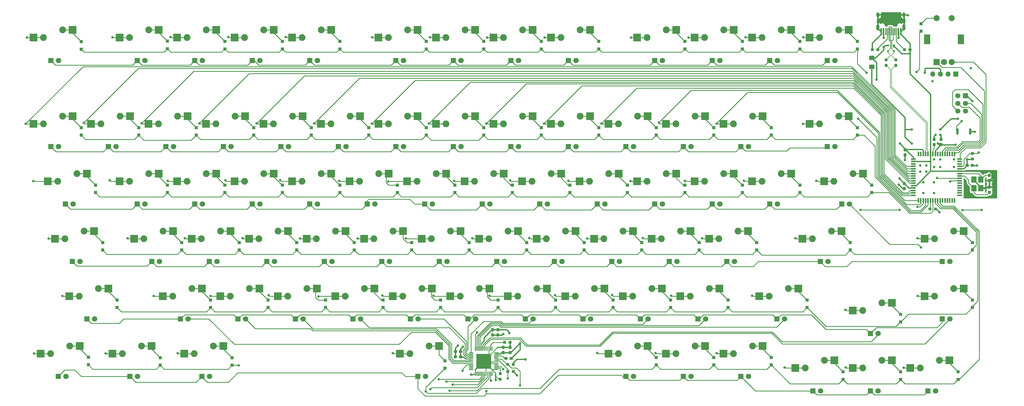
<source format=gbl>
G04 #@! TF.GenerationSoftware,KiCad,Pcbnew,(5.1.9)-1*
G04 #@! TF.CreationDate,2021-06-02T15:51:45-04:00*
G04 #@! TF.ProjectId,version1,76657273-696f-46e3-912e-6b696361645f,rev?*
G04 #@! TF.SameCoordinates,Original*
G04 #@! TF.FileFunction,Copper,L2,Bot*
G04 #@! TF.FilePolarity,Positive*
%FSLAX46Y46*%
G04 Gerber Fmt 4.6, Leading zero omitted, Abs format (unit mm)*
G04 Created by KiCad (PCBNEW (5.1.9)-1) date 2021-06-02 15:51:45*
%MOMM*%
%LPD*%
G01*
G04 APERTURE LIST*
G04 #@! TA.AperFunction,ComponentPad*
%ADD10R,2.000000X2.000000*%
G04 #@! TD*
G04 #@! TA.AperFunction,ComponentPad*
%ADD11C,2.000000*%
G04 #@! TD*
G04 #@! TA.AperFunction,ComponentPad*
%ADD12R,2.000000X3.200000*%
G04 #@! TD*
G04 #@! TA.AperFunction,SMDPad,CuDef*
%ADD13R,2.550000X2.500000*%
G04 #@! TD*
G04 #@! TA.AperFunction,ComponentPad*
%ADD14C,2.250000*%
G04 #@! TD*
G04 #@! TA.AperFunction,SMDPad,CuDef*
%ADD15R,1.000000X1.000000*%
G04 #@! TD*
G04 #@! TA.AperFunction,SMDPad,CuDef*
%ADD16R,0.600000X2.450000*%
G04 #@! TD*
G04 #@! TA.AperFunction,SMDPad,CuDef*
%ADD17R,0.300000X2.450000*%
G04 #@! TD*
G04 #@! TA.AperFunction,ComponentPad*
%ADD18O,1.000000X2.100000*%
G04 #@! TD*
G04 #@! TA.AperFunction,ComponentPad*
%ADD19O,1.000000X1.600000*%
G04 #@! TD*
G04 #@! TA.AperFunction,ComponentPad*
%ADD20O,1.700000X1.700000*%
G04 #@! TD*
G04 #@! TA.AperFunction,ComponentPad*
%ADD21R,1.700000X1.700000*%
G04 #@! TD*
G04 #@! TA.AperFunction,SMDPad,CuDef*
%ADD22R,1.500000X0.550000*%
G04 #@! TD*
G04 #@! TA.AperFunction,SMDPad,CuDef*
%ADD23R,0.550000X1.500000*%
G04 #@! TD*
G04 #@! TA.AperFunction,SMDPad,CuDef*
%ADD24R,5.000000X5.000000*%
G04 #@! TD*
G04 #@! TA.AperFunction,SMDPad,CuDef*
%ADD25R,1.800000X2.100000*%
G04 #@! TD*
G04 #@! TA.AperFunction,SMDPad,CuDef*
%ADD26R,0.700000X1.000000*%
G04 #@! TD*
G04 #@! TA.AperFunction,SMDPad,CuDef*
%ADD27R,0.700000X0.600000*%
G04 #@! TD*
G04 #@! TA.AperFunction,ComponentPad*
%ADD28C,1.700000*%
G04 #@! TD*
G04 #@! TA.AperFunction,ComponentPad*
%ADD29C,1.800000*%
G04 #@! TD*
G04 #@! TA.AperFunction,ComponentPad*
%ADD30R,1.800000X1.800000*%
G04 #@! TD*
G04 #@! TA.AperFunction,ViaPad*
%ADD31C,0.800000*%
G04 #@! TD*
G04 #@! TA.AperFunction,Conductor*
%ADD32C,0.381000*%
G04 #@! TD*
G04 #@! TA.AperFunction,Conductor*
%ADD33C,0.254000*%
G04 #@! TD*
G04 #@! TA.AperFunction,Conductor*
%ADD34C,0.200000*%
G04 #@! TD*
G04 #@! TA.AperFunction,Conductor*
%ADD35C,2.000000*%
G04 #@! TD*
G04 APERTURE END LIST*
D10*
X381793750Y-95250000D03*
D11*
X384293750Y-95250000D03*
X386793750Y-95250000D03*
D12*
X378693750Y-87750000D03*
X389893750Y-87750000D03*
D11*
X381793750Y-80750000D03*
X386793750Y-80750000D03*
G04 #@! TA.AperFunction,SMDPad,CuDef*
G36*
G01*
X393354000Y-117492000D02*
X393354000Y-119092000D01*
G75*
G02*
X393154000Y-119292000I-200000J0D01*
G01*
X392754000Y-119292000D01*
G75*
G02*
X392554000Y-119092000I0J200000D01*
G01*
X392554000Y-117492000D01*
G75*
G02*
X392754000Y-117292000I200000J0D01*
G01*
X393154000Y-117292000D01*
G75*
G02*
X393354000Y-117492000I0J-200000D01*
G01*
G37*
G04 #@! TD.AperFunction*
G04 #@! TA.AperFunction,SMDPad,CuDef*
G36*
G01*
X389154000Y-117492000D02*
X389154000Y-119092000D01*
G75*
G02*
X388954000Y-119292000I-200000J0D01*
G01*
X388554000Y-119292000D01*
G75*
G02*
X388354000Y-119092000I0J200000D01*
G01*
X388354000Y-117492000D01*
G75*
G02*
X388554000Y-117292000I200000J0D01*
G01*
X388954000Y-117292000D01*
G75*
G02*
X389154000Y-117492000I0J-200000D01*
G01*
G37*
G04 #@! TD.AperFunction*
G04 #@! TA.AperFunction,SMDPad,CuDef*
G36*
G01*
X360987500Y-94616000D02*
X359737500Y-94616000D01*
G75*
G02*
X359487500Y-94366000I0J250000D01*
G01*
X359487500Y-93441000D01*
G75*
G02*
X359737500Y-93191000I250000J0D01*
G01*
X360987500Y-93191000D01*
G75*
G02*
X361237500Y-93441000I0J-250000D01*
G01*
X361237500Y-94366000D01*
G75*
G02*
X360987500Y-94616000I-250000J0D01*
G01*
G37*
G04 #@! TD.AperFunction*
G04 #@! TA.AperFunction,SMDPad,CuDef*
G36*
G01*
X360987500Y-97591000D02*
X359737500Y-97591000D01*
G75*
G02*
X359487500Y-97341000I0J250000D01*
G01*
X359487500Y-96416000D01*
G75*
G02*
X359737500Y-96166000I250000J0D01*
G01*
X360987500Y-96166000D01*
G75*
G02*
X361237500Y-96416000I0J-250000D01*
G01*
X361237500Y-97341000D01*
G75*
G02*
X360987500Y-97591000I-250000J0D01*
G01*
G37*
G04 #@! TD.AperFunction*
G04 #@! TA.AperFunction,SMDPad,CuDef*
G36*
G01*
X370856500Y-136723000D02*
X371331500Y-136723000D01*
G75*
G02*
X371569000Y-136960500I0J-237500D01*
G01*
X371569000Y-137560500D01*
G75*
G02*
X371331500Y-137798000I-237500J0D01*
G01*
X370856500Y-137798000D01*
G75*
G02*
X370619000Y-137560500I0J237500D01*
G01*
X370619000Y-136960500D01*
G75*
G02*
X370856500Y-136723000I237500J0D01*
G01*
G37*
G04 #@! TD.AperFunction*
G04 #@! TA.AperFunction,SMDPad,CuDef*
G36*
G01*
X370856500Y-134998000D02*
X371331500Y-134998000D01*
G75*
G02*
X371569000Y-135235500I0J-237500D01*
G01*
X371569000Y-135835500D01*
G75*
G02*
X371331500Y-136073000I-237500J0D01*
G01*
X370856500Y-136073000D01*
G75*
G02*
X370619000Y-135835500I0J237500D01*
G01*
X370619000Y-135235500D01*
G75*
G02*
X370856500Y-134998000I237500J0D01*
G01*
G37*
G04 #@! TD.AperFunction*
D13*
X357473250Y-132238750D03*
X344546250Y-134778750D03*
D14*
X347821250Y-134778750D03*
X354171250Y-132238750D03*
D13*
X100298250Y-132238750D03*
X87371250Y-134778750D03*
D14*
X90646250Y-134778750D03*
X96996250Y-132238750D03*
D13*
X352710750Y-113188750D03*
X339783750Y-115728750D03*
D14*
X343058750Y-115728750D03*
X349408750Y-113188750D03*
D13*
X216979500Y-189388750D03*
X204052500Y-191928750D03*
D14*
X207327500Y-191928750D03*
X213677500Y-189388750D03*
D13*
X350329500Y-151288750D03*
X337402500Y-153828750D03*
D14*
X340677500Y-153828750D03*
X347027500Y-151288750D03*
D13*
X107442000Y-170338750D03*
X94515000Y-172878750D03*
D14*
X97790000Y-172878750D03*
X104140000Y-170338750D03*
D13*
X102679500Y-151288750D03*
X89752500Y-153828750D03*
D14*
X93027500Y-153828750D03*
X99377500Y-151288750D03*
D13*
X336042000Y-170338750D03*
X323115000Y-172878750D03*
D14*
X326390000Y-172878750D03*
X332740000Y-170338750D03*
D13*
X97917000Y-189388750D03*
X84990000Y-191928750D03*
D14*
X88265000Y-191928750D03*
X94615000Y-189388750D03*
D13*
X121729500Y-189388750D03*
X108802500Y-191928750D03*
D14*
X112077500Y-191928750D03*
X118427500Y-189388750D03*
D13*
X145542000Y-189388750D03*
X132615000Y-191928750D03*
D14*
X135890000Y-191928750D03*
X142240000Y-189388750D03*
D13*
X124110750Y-84613750D03*
X111183750Y-87153750D03*
D14*
X114458750Y-87153750D03*
X120808750Y-84613750D03*
D13*
X143160750Y-84613750D03*
X130233750Y-87153750D03*
D14*
X133508750Y-87153750D03*
X139858750Y-84613750D03*
D13*
X162210750Y-84613750D03*
X149283750Y-87153750D03*
D14*
X152558750Y-87153750D03*
X158908750Y-84613750D03*
D13*
X181260750Y-84613750D03*
X168333750Y-87153750D03*
D14*
X171608750Y-87153750D03*
X177958750Y-84613750D03*
D13*
X209835750Y-84613750D03*
X196908750Y-87153750D03*
D14*
X200183750Y-87153750D03*
X206533750Y-84613750D03*
D13*
X228885750Y-84613750D03*
X215958750Y-87153750D03*
D14*
X219233750Y-87153750D03*
X225583750Y-84613750D03*
D13*
X247935750Y-84613750D03*
X235008750Y-87153750D03*
D14*
X238283750Y-87153750D03*
X244633750Y-84613750D03*
D13*
X266985750Y-84613750D03*
X254058750Y-87153750D03*
D14*
X257333750Y-87153750D03*
X263683750Y-84613750D03*
D13*
X295560750Y-84613750D03*
X282633750Y-87153750D03*
D14*
X285908750Y-87153750D03*
X292258750Y-84613750D03*
D13*
X314610750Y-84613750D03*
X301683750Y-87153750D03*
D14*
X304958750Y-87153750D03*
X311308750Y-84613750D03*
D13*
X333660750Y-84613750D03*
X320733750Y-87153750D03*
D14*
X324008750Y-87153750D03*
X330358750Y-84613750D03*
D13*
X352710750Y-84613750D03*
X339783750Y-87153750D03*
D14*
X343058750Y-87153750D03*
X349408750Y-84613750D03*
D13*
X95535750Y-113188750D03*
X82608750Y-115728750D03*
D14*
X85883750Y-115728750D03*
X92233750Y-113188750D03*
D13*
X114585750Y-113188750D03*
X101658750Y-115728750D03*
D14*
X104933750Y-115728750D03*
X111283750Y-113188750D03*
D13*
X133635750Y-113188750D03*
X120708750Y-115728750D03*
D14*
X123983750Y-115728750D03*
X130333750Y-113188750D03*
D13*
X152685750Y-113188750D03*
X139758750Y-115728750D03*
D14*
X143033750Y-115728750D03*
X149383750Y-113188750D03*
D13*
X171735750Y-113188750D03*
X158808750Y-115728750D03*
D14*
X162083750Y-115728750D03*
X168433750Y-113188750D03*
D13*
X190785750Y-113188750D03*
X177858750Y-115728750D03*
D14*
X181133750Y-115728750D03*
X187483750Y-113188750D03*
D13*
X209835750Y-113188750D03*
X196908750Y-115728750D03*
D14*
X200183750Y-115728750D03*
X206533750Y-113188750D03*
D13*
X228885750Y-113188750D03*
X215958750Y-115728750D03*
D14*
X219233750Y-115728750D03*
X225583750Y-113188750D03*
D13*
X247935750Y-113188750D03*
X235008750Y-115728750D03*
D14*
X238283750Y-115728750D03*
X244633750Y-113188750D03*
D13*
X266985750Y-113188750D03*
X254058750Y-115728750D03*
D14*
X257333750Y-115728750D03*
X263683750Y-113188750D03*
D13*
X286035750Y-113188750D03*
X273108750Y-115728750D03*
D14*
X276383750Y-115728750D03*
X282733750Y-113188750D03*
D13*
X305085750Y-113188750D03*
X292158750Y-115728750D03*
D14*
X295433750Y-115728750D03*
X301783750Y-113188750D03*
D13*
X324135750Y-113188750D03*
X311208750Y-115728750D03*
D14*
X314483750Y-115728750D03*
X320833750Y-113188750D03*
D13*
X124110750Y-132238750D03*
X111183750Y-134778750D03*
D14*
X114458750Y-134778750D03*
X120808750Y-132238750D03*
D13*
X143160750Y-132238750D03*
X130233750Y-134778750D03*
D14*
X133508750Y-134778750D03*
X139858750Y-132238750D03*
D13*
X181260750Y-132238750D03*
X168333750Y-134778750D03*
D14*
X171608750Y-134778750D03*
X177958750Y-132238750D03*
D13*
X200310750Y-132238750D03*
X187383750Y-134778750D03*
D14*
X190658750Y-134778750D03*
X197008750Y-132238750D03*
D13*
X219360750Y-132238750D03*
X206433750Y-134778750D03*
D14*
X209708750Y-134778750D03*
X216058750Y-132238750D03*
D13*
X238410750Y-132238750D03*
X225483750Y-134778750D03*
D14*
X228758750Y-134778750D03*
X235108750Y-132238750D03*
D13*
X257460750Y-132238750D03*
X244533750Y-134778750D03*
D14*
X247808750Y-134778750D03*
X254158750Y-132238750D03*
D13*
X276510750Y-132238750D03*
X263583750Y-134778750D03*
D14*
X266858750Y-134778750D03*
X273208750Y-132238750D03*
D13*
X314610750Y-132238750D03*
X301683750Y-134778750D03*
D14*
X304958750Y-134778750D03*
X311308750Y-132238750D03*
D13*
X333660750Y-132238750D03*
X320733750Y-134778750D03*
D14*
X324008750Y-134778750D03*
X330358750Y-132238750D03*
D13*
X128873250Y-151288750D03*
X115946250Y-153828750D03*
D14*
X119221250Y-153828750D03*
X125571250Y-151288750D03*
D13*
X147923250Y-151288750D03*
X134996250Y-153828750D03*
D14*
X138271250Y-153828750D03*
X144621250Y-151288750D03*
D13*
X166973250Y-151288750D03*
X154046250Y-153828750D03*
D14*
X157321250Y-153828750D03*
X163671250Y-151288750D03*
D13*
X186023250Y-151288750D03*
X173096250Y-153828750D03*
D14*
X176371250Y-153828750D03*
X182721250Y-151288750D03*
D13*
X243173250Y-151288750D03*
X230246250Y-153828750D03*
D14*
X233521250Y-153828750D03*
X239871250Y-151288750D03*
D13*
X262223250Y-151288750D03*
X249296250Y-153828750D03*
D14*
X252571250Y-153828750D03*
X258921250Y-151288750D03*
D13*
X281273250Y-151288750D03*
X268346250Y-153828750D03*
D14*
X271621250Y-153828750D03*
X277971250Y-151288750D03*
D13*
X300323250Y-151288750D03*
X287396250Y-153828750D03*
D14*
X290671250Y-153828750D03*
X297021250Y-151288750D03*
D13*
X319373250Y-151288750D03*
X306446250Y-153828750D03*
D14*
X309721250Y-153828750D03*
X316071250Y-151288750D03*
D13*
X390810750Y-151288750D03*
X377883750Y-153828750D03*
D14*
X381158750Y-153828750D03*
X387508750Y-151288750D03*
D13*
X157448250Y-170338750D03*
X144521250Y-172878750D03*
D14*
X147796250Y-172878750D03*
X154146250Y-170338750D03*
D13*
X176498250Y-170338750D03*
X163571250Y-172878750D03*
D14*
X166846250Y-172878750D03*
X173196250Y-170338750D03*
D13*
X195548250Y-170338750D03*
X182621250Y-172878750D03*
D14*
X185896250Y-172878750D03*
X192246250Y-170338750D03*
D13*
X214598250Y-170338750D03*
X201671250Y-172878750D03*
D14*
X204946250Y-172878750D03*
X211296250Y-170338750D03*
D13*
X233648250Y-170338750D03*
X220721250Y-172878750D03*
D14*
X223996250Y-172878750D03*
X230346250Y-170338750D03*
D13*
X252698250Y-170338750D03*
X239771250Y-172878750D03*
D14*
X243046250Y-172878750D03*
X249396250Y-170338750D03*
D13*
X271748250Y-170338750D03*
X258821250Y-172878750D03*
D14*
X262096250Y-172878750D03*
X268446250Y-170338750D03*
D13*
X290798250Y-170338750D03*
X277871250Y-172878750D03*
D14*
X281146250Y-172878750D03*
X287496250Y-170338750D03*
D13*
X309848250Y-170338750D03*
X296921250Y-172878750D03*
D14*
X300196250Y-172878750D03*
X306546250Y-170338750D03*
D13*
X390810750Y-170338750D03*
X377883750Y-172878750D03*
D14*
X381158750Y-172878750D03*
X387508750Y-170338750D03*
D13*
X305085750Y-189388750D03*
X292158750Y-191928750D03*
D14*
X295433750Y-191928750D03*
X301783750Y-189388750D03*
D13*
X324135750Y-189388750D03*
X311208750Y-191928750D03*
D14*
X314483750Y-191928750D03*
X320833750Y-189388750D03*
D13*
X366998250Y-194151250D03*
X354071250Y-196691250D03*
D14*
X357346250Y-196691250D03*
X363696250Y-194151250D03*
D13*
X224123250Y-151288750D03*
X211196250Y-153828750D03*
D14*
X214471250Y-153828750D03*
X220821250Y-151288750D03*
D13*
X138398250Y-170338750D03*
X125471250Y-172878750D03*
D14*
X128746250Y-172878750D03*
X135096250Y-170338750D03*
D13*
X286035750Y-189388750D03*
X273108750Y-191928750D03*
D14*
X276383750Y-191928750D03*
X282733750Y-189388750D03*
D13*
X347948250Y-194151250D03*
X335021250Y-196691250D03*
D14*
X338296250Y-196691250D03*
X344646250Y-194151250D03*
D13*
X386048250Y-194151250D03*
X373121250Y-196691250D03*
D14*
X376396250Y-196691250D03*
X382746250Y-194151250D03*
D13*
X205073250Y-151288750D03*
X192146250Y-153828750D03*
D14*
X195421250Y-153828750D03*
X201771250Y-151288750D03*
D13*
X162210750Y-132238750D03*
X149283750Y-134778750D03*
D14*
X152558750Y-134778750D03*
X158908750Y-132238750D03*
D13*
X295560750Y-132238750D03*
X282633750Y-134778750D03*
D14*
X285908750Y-134778750D03*
X292258750Y-132238750D03*
D13*
X366998250Y-175101250D03*
X354071250Y-177641250D03*
D14*
X357346250Y-177641250D03*
X363696250Y-175101250D03*
D13*
X95535750Y-84613750D03*
X82608750Y-87153750D03*
D14*
X85883750Y-87153750D03*
X92233750Y-84613750D03*
D15*
X388937500Y-197981250D03*
X388937500Y-200481250D03*
X369887500Y-197981250D03*
X369887500Y-200481250D03*
X350837500Y-197981250D03*
X350837500Y-200481250D03*
X327025000Y-193218750D03*
X327025000Y-195718750D03*
X307975000Y-193218750D03*
X307975000Y-195718750D03*
X288925000Y-193218750D03*
X288925000Y-195718750D03*
X218948000Y-194330000D03*
X218948000Y-196830000D03*
X148431250Y-193300000D03*
X148431250Y-195800000D03*
X124618750Y-193300000D03*
X124618750Y-195800000D03*
X100806250Y-193137500D03*
X100806250Y-195637500D03*
X393700000Y-174168750D03*
X393700000Y-176668750D03*
X369887500Y-178931250D03*
X369887500Y-181431250D03*
X338931250Y-174168750D03*
X338931250Y-176668750D03*
X312737500Y-174168750D03*
X312737500Y-176668750D03*
X293687500Y-174168750D03*
X293687500Y-176668750D03*
X274637500Y-174168750D03*
X274637500Y-176668750D03*
X255587500Y-174168750D03*
X255587500Y-176668750D03*
X236537500Y-174168750D03*
X236537500Y-176668750D03*
X217487500Y-174168750D03*
X217487500Y-176668750D03*
X198437500Y-174168750D03*
X198437500Y-176668750D03*
X179387500Y-174168750D03*
X179387500Y-176668750D03*
X160337500Y-174168750D03*
X160337500Y-176668750D03*
X141287500Y-174168750D03*
X141287500Y-176668750D03*
X110331250Y-174168750D03*
X110331250Y-176668750D03*
X393700000Y-155118750D03*
X393700000Y-157618750D03*
X353218750Y-155118750D03*
X353218750Y-157618750D03*
X322262500Y-155118750D03*
X322262500Y-157618750D03*
X303212500Y-155118750D03*
X303212500Y-157618750D03*
X284162500Y-155118750D03*
X284162500Y-157618750D03*
X265112500Y-155118750D03*
X265112500Y-157618750D03*
X246062500Y-155118750D03*
X246062500Y-157618750D03*
X227012500Y-155118750D03*
X227012500Y-157618750D03*
X207962500Y-155118750D03*
X207962500Y-157618750D03*
X188912500Y-155118750D03*
X188912500Y-157618750D03*
X169862500Y-155118750D03*
X169862500Y-157618750D03*
X150812500Y-155118750D03*
X150812500Y-157618750D03*
X131762500Y-155118750D03*
X131762500Y-157618750D03*
X105568750Y-155118750D03*
X105568750Y-157618750D03*
X360362500Y-136068750D03*
X360362500Y-138568750D03*
X336550000Y-136068750D03*
X336550000Y-138568750D03*
X317500000Y-136068750D03*
X317500000Y-138568750D03*
X298450000Y-136068750D03*
X298450000Y-138568750D03*
X279400000Y-136068750D03*
X279400000Y-138568750D03*
X260350000Y-136068750D03*
X260350000Y-138568750D03*
X241300000Y-136068750D03*
X241300000Y-138568750D03*
X222250000Y-136068750D03*
X222250000Y-138568750D03*
X203200000Y-136068750D03*
X203200000Y-138568750D03*
X184150000Y-136068750D03*
X184150000Y-138568750D03*
X165100000Y-136068750D03*
X165100000Y-138568750D03*
X146050000Y-136068750D03*
X146050000Y-138568750D03*
X127000000Y-136068750D03*
X127000000Y-138568750D03*
X103187500Y-136068750D03*
X103187500Y-138568750D03*
X355600000Y-117018750D03*
X355600000Y-119518750D03*
X327025000Y-117018750D03*
X327025000Y-119518750D03*
X307975000Y-117018750D03*
X307975000Y-119518750D03*
X288925000Y-117018750D03*
X288925000Y-119518750D03*
X269875000Y-117018750D03*
X269875000Y-119518750D03*
X250825000Y-117018750D03*
X250825000Y-119518750D03*
X231775000Y-117018750D03*
X231775000Y-119518750D03*
X212725000Y-117018750D03*
X212725000Y-119518750D03*
X193675000Y-117018750D03*
X193675000Y-119518750D03*
X174625000Y-117018750D03*
X174625000Y-119518750D03*
X155575000Y-117018750D03*
X155575000Y-119518750D03*
X136525000Y-117018750D03*
X136525000Y-119518750D03*
X117475000Y-117018750D03*
X117475000Y-119518750D03*
X98425000Y-117018750D03*
X98425000Y-119518750D03*
X376682000Y-82570000D03*
X376682000Y-85070000D03*
X355600000Y-88443750D03*
X355600000Y-90943750D03*
X336550000Y-88443750D03*
X336550000Y-90943750D03*
X317500000Y-88443750D03*
X317500000Y-90943750D03*
X298450000Y-88443750D03*
X298450000Y-90943750D03*
X269875000Y-88443750D03*
X269875000Y-90943750D03*
X250825000Y-88443750D03*
X250825000Y-90943750D03*
X231775000Y-88443750D03*
X231775000Y-90943750D03*
X212725000Y-88443750D03*
X212725000Y-90943750D03*
X184150000Y-88443750D03*
X184150000Y-90943750D03*
X165100000Y-88443750D03*
X165100000Y-90943750D03*
X146050000Y-88443750D03*
X146050000Y-90943750D03*
X127000000Y-88362500D03*
X127000000Y-90862500D03*
X98425000Y-88525000D03*
X98425000Y-91025000D03*
D16*
X369963700Y-85188750D03*
X363461300Y-85197950D03*
X369162500Y-85188750D03*
X364262500Y-85188750D03*
D17*
X364962500Y-85188750D03*
X368462500Y-85188750D03*
X365462500Y-85188750D03*
X367962500Y-85188750D03*
X365962500Y-85188750D03*
X367462500Y-85188750D03*
X366962500Y-85188750D03*
X366462500Y-85188750D03*
D18*
X362392500Y-83773750D03*
X371032500Y-83773750D03*
D19*
X362392500Y-79593750D03*
X371032500Y-79593750D03*
D20*
X380523750Y-99218750D03*
X383063750Y-99218750D03*
X385603750Y-99218750D03*
D21*
X388143750Y-99218750D03*
G04 #@! TA.AperFunction,SMDPad,CuDef*
G36*
G01*
X371110500Y-125547000D02*
X371585500Y-125547000D01*
G75*
G02*
X371823000Y-125784500I0J-237500D01*
G01*
X371823000Y-126384500D01*
G75*
G02*
X371585500Y-126622000I-237500J0D01*
G01*
X371110500Y-126622000D01*
G75*
G02*
X370873000Y-126384500I0J237500D01*
G01*
X370873000Y-125784500D01*
G75*
G02*
X371110500Y-125547000I237500J0D01*
G01*
G37*
G04 #@! TD.AperFunction*
G04 #@! TA.AperFunction,SMDPad,CuDef*
G36*
G01*
X371110500Y-123822000D02*
X371585500Y-123822000D01*
G75*
G02*
X371823000Y-124059500I0J-237500D01*
G01*
X371823000Y-124659500D01*
G75*
G02*
X371585500Y-124897000I-237500J0D01*
G01*
X371110500Y-124897000D01*
G75*
G02*
X370873000Y-124659500I0J237500D01*
G01*
X370873000Y-124059500D01*
G75*
G02*
X371110500Y-123822000I237500J0D01*
G01*
G37*
G04 #@! TD.AperFunction*
G04 #@! TA.AperFunction,SMDPad,CuDef*
G36*
G01*
X234458500Y-185237000D02*
X234933500Y-185237000D01*
G75*
G02*
X235171000Y-185474500I0J-237500D01*
G01*
X235171000Y-186074500D01*
G75*
G02*
X234933500Y-186312000I-237500J0D01*
G01*
X234458500Y-186312000D01*
G75*
G02*
X234221000Y-186074500I0J237500D01*
G01*
X234221000Y-185474500D01*
G75*
G02*
X234458500Y-185237000I237500J0D01*
G01*
G37*
G04 #@! TD.AperFunction*
G04 #@! TA.AperFunction,SMDPad,CuDef*
G36*
G01*
X234458500Y-183512000D02*
X234933500Y-183512000D01*
G75*
G02*
X235171000Y-183749500I0J-237500D01*
G01*
X235171000Y-184349500D01*
G75*
G02*
X234933500Y-184587000I-237500J0D01*
G01*
X234458500Y-184587000D01*
G75*
G02*
X234221000Y-184349500I0J237500D01*
G01*
X234221000Y-183749500D01*
G75*
G02*
X234458500Y-183512000I237500J0D01*
G01*
G37*
G04 #@! TD.AperFunction*
D22*
X374093750Y-127445250D03*
X374093750Y-128245250D03*
X374093750Y-129045250D03*
X374093750Y-129845250D03*
X374093750Y-130645250D03*
X374093750Y-131445250D03*
X374093750Y-132245250D03*
X374093750Y-133045250D03*
X374093750Y-133845250D03*
X374093750Y-134645250D03*
X374093750Y-135445250D03*
X374093750Y-136245250D03*
X374093750Y-137045250D03*
X374093750Y-137845250D03*
X374093750Y-138645250D03*
X374093750Y-139445250D03*
D23*
X375793750Y-141145250D03*
X376593750Y-141145250D03*
X377393750Y-141145250D03*
X378193750Y-141145250D03*
X378993750Y-141145250D03*
X379793750Y-141145250D03*
X380593750Y-141145250D03*
X381393750Y-141145250D03*
X382193750Y-141145250D03*
X382993750Y-141145250D03*
X383793750Y-141145250D03*
X384593750Y-141145250D03*
X385393750Y-141145250D03*
X386193750Y-141145250D03*
X386993750Y-141145250D03*
X387793750Y-141145250D03*
D22*
X389493750Y-139445250D03*
X389493750Y-138645250D03*
X389493750Y-137845250D03*
X389493750Y-137045250D03*
X389493750Y-136245250D03*
X389493750Y-135445250D03*
X389493750Y-134645250D03*
X389493750Y-133845250D03*
X389493750Y-133045250D03*
X389493750Y-132245250D03*
X389493750Y-131445250D03*
X389493750Y-130645250D03*
X389493750Y-129845250D03*
X389493750Y-129045250D03*
X389493750Y-128245250D03*
X389493750Y-127445250D03*
D23*
X387793750Y-125745250D03*
X386993750Y-125745250D03*
X386193750Y-125745250D03*
X385393750Y-125745250D03*
X384593750Y-125745250D03*
X383793750Y-125745250D03*
X382993750Y-125745250D03*
X382193750Y-125745250D03*
X381393750Y-125745250D03*
X380593750Y-125745250D03*
X379793750Y-125745250D03*
X378993750Y-125745250D03*
X378193750Y-125745250D03*
X377393750Y-125745250D03*
X376593750Y-125745250D03*
X375793750Y-125745250D03*
G04 #@! TA.AperFunction,SMDPad,CuDef*
G36*
G01*
X393136000Y-129777500D02*
X393136000Y-129302500D01*
G75*
G02*
X393373500Y-129065000I237500J0D01*
G01*
X393973500Y-129065000D01*
G75*
G02*
X394211000Y-129302500I0J-237500D01*
G01*
X394211000Y-129777500D01*
G75*
G02*
X393973500Y-130015000I-237500J0D01*
G01*
X393373500Y-130015000D01*
G75*
G02*
X393136000Y-129777500I0J237500D01*
G01*
G37*
G04 #@! TD.AperFunction*
G04 #@! TA.AperFunction,SMDPad,CuDef*
G36*
G01*
X391411000Y-129777500D02*
X391411000Y-129302500D01*
G75*
G02*
X391648500Y-129065000I237500J0D01*
G01*
X392248500Y-129065000D01*
G75*
G02*
X392486000Y-129302500I0J-237500D01*
G01*
X392486000Y-129777500D01*
G75*
G02*
X392248500Y-130015000I-237500J0D01*
G01*
X391648500Y-130015000D01*
G75*
G02*
X391411000Y-129777500I0J237500D01*
G01*
G37*
G04 #@! TD.AperFunction*
D24*
X231775000Y-194468750D03*
G04 #@! TA.AperFunction,SMDPad,CuDef*
G36*
G01*
X236600000Y-197368750D02*
X235275000Y-197368750D01*
G75*
G02*
X235200000Y-197293750I0J75000D01*
G01*
X235200000Y-197143750D01*
G75*
G02*
X235275000Y-197068750I75000J0D01*
G01*
X236600000Y-197068750D01*
G75*
G02*
X236675000Y-197143750I0J-75000D01*
G01*
X236675000Y-197293750D01*
G75*
G02*
X236600000Y-197368750I-75000J0D01*
G01*
G37*
G04 #@! TD.AperFunction*
G04 #@! TA.AperFunction,SMDPad,CuDef*
G36*
G01*
X236600000Y-196868750D02*
X235275000Y-196868750D01*
G75*
G02*
X235200000Y-196793750I0J75000D01*
G01*
X235200000Y-196643750D01*
G75*
G02*
X235275000Y-196568750I75000J0D01*
G01*
X236600000Y-196568750D01*
G75*
G02*
X236675000Y-196643750I0J-75000D01*
G01*
X236675000Y-196793750D01*
G75*
G02*
X236600000Y-196868750I-75000J0D01*
G01*
G37*
G04 #@! TD.AperFunction*
G04 #@! TA.AperFunction,SMDPad,CuDef*
G36*
G01*
X236600000Y-196368750D02*
X235275000Y-196368750D01*
G75*
G02*
X235200000Y-196293750I0J75000D01*
G01*
X235200000Y-196143750D01*
G75*
G02*
X235275000Y-196068750I75000J0D01*
G01*
X236600000Y-196068750D01*
G75*
G02*
X236675000Y-196143750I0J-75000D01*
G01*
X236675000Y-196293750D01*
G75*
G02*
X236600000Y-196368750I-75000J0D01*
G01*
G37*
G04 #@! TD.AperFunction*
G04 #@! TA.AperFunction,SMDPad,CuDef*
G36*
G01*
X236600000Y-195868750D02*
X235275000Y-195868750D01*
G75*
G02*
X235200000Y-195793750I0J75000D01*
G01*
X235200000Y-195643750D01*
G75*
G02*
X235275000Y-195568750I75000J0D01*
G01*
X236600000Y-195568750D01*
G75*
G02*
X236675000Y-195643750I0J-75000D01*
G01*
X236675000Y-195793750D01*
G75*
G02*
X236600000Y-195868750I-75000J0D01*
G01*
G37*
G04 #@! TD.AperFunction*
G04 #@! TA.AperFunction,SMDPad,CuDef*
G36*
G01*
X236600000Y-195368750D02*
X235275000Y-195368750D01*
G75*
G02*
X235200000Y-195293750I0J75000D01*
G01*
X235200000Y-195143750D01*
G75*
G02*
X235275000Y-195068750I75000J0D01*
G01*
X236600000Y-195068750D01*
G75*
G02*
X236675000Y-195143750I0J-75000D01*
G01*
X236675000Y-195293750D01*
G75*
G02*
X236600000Y-195368750I-75000J0D01*
G01*
G37*
G04 #@! TD.AperFunction*
G04 #@! TA.AperFunction,SMDPad,CuDef*
G36*
G01*
X236600000Y-194868750D02*
X235275000Y-194868750D01*
G75*
G02*
X235200000Y-194793750I0J75000D01*
G01*
X235200000Y-194643750D01*
G75*
G02*
X235275000Y-194568750I75000J0D01*
G01*
X236600000Y-194568750D01*
G75*
G02*
X236675000Y-194643750I0J-75000D01*
G01*
X236675000Y-194793750D01*
G75*
G02*
X236600000Y-194868750I-75000J0D01*
G01*
G37*
G04 #@! TD.AperFunction*
G04 #@! TA.AperFunction,SMDPad,CuDef*
G36*
G01*
X236600000Y-194368750D02*
X235275000Y-194368750D01*
G75*
G02*
X235200000Y-194293750I0J75000D01*
G01*
X235200000Y-194143750D01*
G75*
G02*
X235275000Y-194068750I75000J0D01*
G01*
X236600000Y-194068750D01*
G75*
G02*
X236675000Y-194143750I0J-75000D01*
G01*
X236675000Y-194293750D01*
G75*
G02*
X236600000Y-194368750I-75000J0D01*
G01*
G37*
G04 #@! TD.AperFunction*
G04 #@! TA.AperFunction,SMDPad,CuDef*
G36*
G01*
X236600000Y-193868750D02*
X235275000Y-193868750D01*
G75*
G02*
X235200000Y-193793750I0J75000D01*
G01*
X235200000Y-193643750D01*
G75*
G02*
X235275000Y-193568750I75000J0D01*
G01*
X236600000Y-193568750D01*
G75*
G02*
X236675000Y-193643750I0J-75000D01*
G01*
X236675000Y-193793750D01*
G75*
G02*
X236600000Y-193868750I-75000J0D01*
G01*
G37*
G04 #@! TD.AperFunction*
G04 #@! TA.AperFunction,SMDPad,CuDef*
G36*
G01*
X236600000Y-193368750D02*
X235275000Y-193368750D01*
G75*
G02*
X235200000Y-193293750I0J75000D01*
G01*
X235200000Y-193143750D01*
G75*
G02*
X235275000Y-193068750I75000J0D01*
G01*
X236600000Y-193068750D01*
G75*
G02*
X236675000Y-193143750I0J-75000D01*
G01*
X236675000Y-193293750D01*
G75*
G02*
X236600000Y-193368750I-75000J0D01*
G01*
G37*
G04 #@! TD.AperFunction*
G04 #@! TA.AperFunction,SMDPad,CuDef*
G36*
G01*
X236600000Y-192868750D02*
X235275000Y-192868750D01*
G75*
G02*
X235200000Y-192793750I0J75000D01*
G01*
X235200000Y-192643750D01*
G75*
G02*
X235275000Y-192568750I75000J0D01*
G01*
X236600000Y-192568750D01*
G75*
G02*
X236675000Y-192643750I0J-75000D01*
G01*
X236675000Y-192793750D01*
G75*
G02*
X236600000Y-192868750I-75000J0D01*
G01*
G37*
G04 #@! TD.AperFunction*
G04 #@! TA.AperFunction,SMDPad,CuDef*
G36*
G01*
X236600000Y-192368750D02*
X235275000Y-192368750D01*
G75*
G02*
X235200000Y-192293750I0J75000D01*
G01*
X235200000Y-192143750D01*
G75*
G02*
X235275000Y-192068750I75000J0D01*
G01*
X236600000Y-192068750D01*
G75*
G02*
X236675000Y-192143750I0J-75000D01*
G01*
X236675000Y-192293750D01*
G75*
G02*
X236600000Y-192368750I-75000J0D01*
G01*
G37*
G04 #@! TD.AperFunction*
G04 #@! TA.AperFunction,SMDPad,CuDef*
G36*
G01*
X236600000Y-191868750D02*
X235275000Y-191868750D01*
G75*
G02*
X235200000Y-191793750I0J75000D01*
G01*
X235200000Y-191643750D01*
G75*
G02*
X235275000Y-191568750I75000J0D01*
G01*
X236600000Y-191568750D01*
G75*
G02*
X236675000Y-191643750I0J-75000D01*
G01*
X236675000Y-191793750D01*
G75*
G02*
X236600000Y-191868750I-75000J0D01*
G01*
G37*
G04 #@! TD.AperFunction*
G04 #@! TA.AperFunction,SMDPad,CuDef*
G36*
G01*
X234600000Y-191043750D02*
X234450000Y-191043750D01*
G75*
G02*
X234375000Y-190968750I0J75000D01*
G01*
X234375000Y-189643750D01*
G75*
G02*
X234450000Y-189568750I75000J0D01*
G01*
X234600000Y-189568750D01*
G75*
G02*
X234675000Y-189643750I0J-75000D01*
G01*
X234675000Y-190968750D01*
G75*
G02*
X234600000Y-191043750I-75000J0D01*
G01*
G37*
G04 #@! TD.AperFunction*
G04 #@! TA.AperFunction,SMDPad,CuDef*
G36*
G01*
X234100000Y-191043750D02*
X233950000Y-191043750D01*
G75*
G02*
X233875000Y-190968750I0J75000D01*
G01*
X233875000Y-189643750D01*
G75*
G02*
X233950000Y-189568750I75000J0D01*
G01*
X234100000Y-189568750D01*
G75*
G02*
X234175000Y-189643750I0J-75000D01*
G01*
X234175000Y-190968750D01*
G75*
G02*
X234100000Y-191043750I-75000J0D01*
G01*
G37*
G04 #@! TD.AperFunction*
G04 #@! TA.AperFunction,SMDPad,CuDef*
G36*
G01*
X233600000Y-191043750D02*
X233450000Y-191043750D01*
G75*
G02*
X233375000Y-190968750I0J75000D01*
G01*
X233375000Y-189643750D01*
G75*
G02*
X233450000Y-189568750I75000J0D01*
G01*
X233600000Y-189568750D01*
G75*
G02*
X233675000Y-189643750I0J-75000D01*
G01*
X233675000Y-190968750D01*
G75*
G02*
X233600000Y-191043750I-75000J0D01*
G01*
G37*
G04 #@! TD.AperFunction*
G04 #@! TA.AperFunction,SMDPad,CuDef*
G36*
G01*
X233100000Y-191043750D02*
X232950000Y-191043750D01*
G75*
G02*
X232875000Y-190968750I0J75000D01*
G01*
X232875000Y-189643750D01*
G75*
G02*
X232950000Y-189568750I75000J0D01*
G01*
X233100000Y-189568750D01*
G75*
G02*
X233175000Y-189643750I0J-75000D01*
G01*
X233175000Y-190968750D01*
G75*
G02*
X233100000Y-191043750I-75000J0D01*
G01*
G37*
G04 #@! TD.AperFunction*
G04 #@! TA.AperFunction,SMDPad,CuDef*
G36*
G01*
X232600000Y-191043750D02*
X232450000Y-191043750D01*
G75*
G02*
X232375000Y-190968750I0J75000D01*
G01*
X232375000Y-189643750D01*
G75*
G02*
X232450000Y-189568750I75000J0D01*
G01*
X232600000Y-189568750D01*
G75*
G02*
X232675000Y-189643750I0J-75000D01*
G01*
X232675000Y-190968750D01*
G75*
G02*
X232600000Y-191043750I-75000J0D01*
G01*
G37*
G04 #@! TD.AperFunction*
G04 #@! TA.AperFunction,SMDPad,CuDef*
G36*
G01*
X232100000Y-191043750D02*
X231950000Y-191043750D01*
G75*
G02*
X231875000Y-190968750I0J75000D01*
G01*
X231875000Y-189643750D01*
G75*
G02*
X231950000Y-189568750I75000J0D01*
G01*
X232100000Y-189568750D01*
G75*
G02*
X232175000Y-189643750I0J-75000D01*
G01*
X232175000Y-190968750D01*
G75*
G02*
X232100000Y-191043750I-75000J0D01*
G01*
G37*
G04 #@! TD.AperFunction*
G04 #@! TA.AperFunction,SMDPad,CuDef*
G36*
G01*
X231600000Y-191043750D02*
X231450000Y-191043750D01*
G75*
G02*
X231375000Y-190968750I0J75000D01*
G01*
X231375000Y-189643750D01*
G75*
G02*
X231450000Y-189568750I75000J0D01*
G01*
X231600000Y-189568750D01*
G75*
G02*
X231675000Y-189643750I0J-75000D01*
G01*
X231675000Y-190968750D01*
G75*
G02*
X231600000Y-191043750I-75000J0D01*
G01*
G37*
G04 #@! TD.AperFunction*
G04 #@! TA.AperFunction,SMDPad,CuDef*
G36*
G01*
X231100000Y-191043750D02*
X230950000Y-191043750D01*
G75*
G02*
X230875000Y-190968750I0J75000D01*
G01*
X230875000Y-189643750D01*
G75*
G02*
X230950000Y-189568750I75000J0D01*
G01*
X231100000Y-189568750D01*
G75*
G02*
X231175000Y-189643750I0J-75000D01*
G01*
X231175000Y-190968750D01*
G75*
G02*
X231100000Y-191043750I-75000J0D01*
G01*
G37*
G04 #@! TD.AperFunction*
G04 #@! TA.AperFunction,SMDPad,CuDef*
G36*
G01*
X230600000Y-191043750D02*
X230450000Y-191043750D01*
G75*
G02*
X230375000Y-190968750I0J75000D01*
G01*
X230375000Y-189643750D01*
G75*
G02*
X230450000Y-189568750I75000J0D01*
G01*
X230600000Y-189568750D01*
G75*
G02*
X230675000Y-189643750I0J-75000D01*
G01*
X230675000Y-190968750D01*
G75*
G02*
X230600000Y-191043750I-75000J0D01*
G01*
G37*
G04 #@! TD.AperFunction*
G04 #@! TA.AperFunction,SMDPad,CuDef*
G36*
G01*
X230100000Y-191043750D02*
X229950000Y-191043750D01*
G75*
G02*
X229875000Y-190968750I0J75000D01*
G01*
X229875000Y-189643750D01*
G75*
G02*
X229950000Y-189568750I75000J0D01*
G01*
X230100000Y-189568750D01*
G75*
G02*
X230175000Y-189643750I0J-75000D01*
G01*
X230175000Y-190968750D01*
G75*
G02*
X230100000Y-191043750I-75000J0D01*
G01*
G37*
G04 #@! TD.AperFunction*
G04 #@! TA.AperFunction,SMDPad,CuDef*
G36*
G01*
X229600000Y-191043750D02*
X229450000Y-191043750D01*
G75*
G02*
X229375000Y-190968750I0J75000D01*
G01*
X229375000Y-189643750D01*
G75*
G02*
X229450000Y-189568750I75000J0D01*
G01*
X229600000Y-189568750D01*
G75*
G02*
X229675000Y-189643750I0J-75000D01*
G01*
X229675000Y-190968750D01*
G75*
G02*
X229600000Y-191043750I-75000J0D01*
G01*
G37*
G04 #@! TD.AperFunction*
G04 #@! TA.AperFunction,SMDPad,CuDef*
G36*
G01*
X229100000Y-191043750D02*
X228950000Y-191043750D01*
G75*
G02*
X228875000Y-190968750I0J75000D01*
G01*
X228875000Y-189643750D01*
G75*
G02*
X228950000Y-189568750I75000J0D01*
G01*
X229100000Y-189568750D01*
G75*
G02*
X229175000Y-189643750I0J-75000D01*
G01*
X229175000Y-190968750D01*
G75*
G02*
X229100000Y-191043750I-75000J0D01*
G01*
G37*
G04 #@! TD.AperFunction*
G04 #@! TA.AperFunction,SMDPad,CuDef*
G36*
G01*
X228275000Y-191868750D02*
X226950000Y-191868750D01*
G75*
G02*
X226875000Y-191793750I0J75000D01*
G01*
X226875000Y-191643750D01*
G75*
G02*
X226950000Y-191568750I75000J0D01*
G01*
X228275000Y-191568750D01*
G75*
G02*
X228350000Y-191643750I0J-75000D01*
G01*
X228350000Y-191793750D01*
G75*
G02*
X228275000Y-191868750I-75000J0D01*
G01*
G37*
G04 #@! TD.AperFunction*
G04 #@! TA.AperFunction,SMDPad,CuDef*
G36*
G01*
X228275000Y-192368750D02*
X226950000Y-192368750D01*
G75*
G02*
X226875000Y-192293750I0J75000D01*
G01*
X226875000Y-192143750D01*
G75*
G02*
X226950000Y-192068750I75000J0D01*
G01*
X228275000Y-192068750D01*
G75*
G02*
X228350000Y-192143750I0J-75000D01*
G01*
X228350000Y-192293750D01*
G75*
G02*
X228275000Y-192368750I-75000J0D01*
G01*
G37*
G04 #@! TD.AperFunction*
G04 #@! TA.AperFunction,SMDPad,CuDef*
G36*
G01*
X228275000Y-192868750D02*
X226950000Y-192868750D01*
G75*
G02*
X226875000Y-192793750I0J75000D01*
G01*
X226875000Y-192643750D01*
G75*
G02*
X226950000Y-192568750I75000J0D01*
G01*
X228275000Y-192568750D01*
G75*
G02*
X228350000Y-192643750I0J-75000D01*
G01*
X228350000Y-192793750D01*
G75*
G02*
X228275000Y-192868750I-75000J0D01*
G01*
G37*
G04 #@! TD.AperFunction*
G04 #@! TA.AperFunction,SMDPad,CuDef*
G36*
G01*
X228275000Y-193368750D02*
X226950000Y-193368750D01*
G75*
G02*
X226875000Y-193293750I0J75000D01*
G01*
X226875000Y-193143750D01*
G75*
G02*
X226950000Y-193068750I75000J0D01*
G01*
X228275000Y-193068750D01*
G75*
G02*
X228350000Y-193143750I0J-75000D01*
G01*
X228350000Y-193293750D01*
G75*
G02*
X228275000Y-193368750I-75000J0D01*
G01*
G37*
G04 #@! TD.AperFunction*
G04 #@! TA.AperFunction,SMDPad,CuDef*
G36*
G01*
X228275000Y-193868750D02*
X226950000Y-193868750D01*
G75*
G02*
X226875000Y-193793750I0J75000D01*
G01*
X226875000Y-193643750D01*
G75*
G02*
X226950000Y-193568750I75000J0D01*
G01*
X228275000Y-193568750D01*
G75*
G02*
X228350000Y-193643750I0J-75000D01*
G01*
X228350000Y-193793750D01*
G75*
G02*
X228275000Y-193868750I-75000J0D01*
G01*
G37*
G04 #@! TD.AperFunction*
G04 #@! TA.AperFunction,SMDPad,CuDef*
G36*
G01*
X228275000Y-194368750D02*
X226950000Y-194368750D01*
G75*
G02*
X226875000Y-194293750I0J75000D01*
G01*
X226875000Y-194143750D01*
G75*
G02*
X226950000Y-194068750I75000J0D01*
G01*
X228275000Y-194068750D01*
G75*
G02*
X228350000Y-194143750I0J-75000D01*
G01*
X228350000Y-194293750D01*
G75*
G02*
X228275000Y-194368750I-75000J0D01*
G01*
G37*
G04 #@! TD.AperFunction*
G04 #@! TA.AperFunction,SMDPad,CuDef*
G36*
G01*
X228275000Y-194868750D02*
X226950000Y-194868750D01*
G75*
G02*
X226875000Y-194793750I0J75000D01*
G01*
X226875000Y-194643750D01*
G75*
G02*
X226950000Y-194568750I75000J0D01*
G01*
X228275000Y-194568750D01*
G75*
G02*
X228350000Y-194643750I0J-75000D01*
G01*
X228350000Y-194793750D01*
G75*
G02*
X228275000Y-194868750I-75000J0D01*
G01*
G37*
G04 #@! TD.AperFunction*
G04 #@! TA.AperFunction,SMDPad,CuDef*
G36*
G01*
X228275000Y-195368750D02*
X226950000Y-195368750D01*
G75*
G02*
X226875000Y-195293750I0J75000D01*
G01*
X226875000Y-195143750D01*
G75*
G02*
X226950000Y-195068750I75000J0D01*
G01*
X228275000Y-195068750D01*
G75*
G02*
X228350000Y-195143750I0J-75000D01*
G01*
X228350000Y-195293750D01*
G75*
G02*
X228275000Y-195368750I-75000J0D01*
G01*
G37*
G04 #@! TD.AperFunction*
G04 #@! TA.AperFunction,SMDPad,CuDef*
G36*
G01*
X228275000Y-195868750D02*
X226950000Y-195868750D01*
G75*
G02*
X226875000Y-195793750I0J75000D01*
G01*
X226875000Y-195643750D01*
G75*
G02*
X226950000Y-195568750I75000J0D01*
G01*
X228275000Y-195568750D01*
G75*
G02*
X228350000Y-195643750I0J-75000D01*
G01*
X228350000Y-195793750D01*
G75*
G02*
X228275000Y-195868750I-75000J0D01*
G01*
G37*
G04 #@! TD.AperFunction*
G04 #@! TA.AperFunction,SMDPad,CuDef*
G36*
G01*
X228275000Y-196368750D02*
X226950000Y-196368750D01*
G75*
G02*
X226875000Y-196293750I0J75000D01*
G01*
X226875000Y-196143750D01*
G75*
G02*
X226950000Y-196068750I75000J0D01*
G01*
X228275000Y-196068750D01*
G75*
G02*
X228350000Y-196143750I0J-75000D01*
G01*
X228350000Y-196293750D01*
G75*
G02*
X228275000Y-196368750I-75000J0D01*
G01*
G37*
G04 #@! TD.AperFunction*
G04 #@! TA.AperFunction,SMDPad,CuDef*
G36*
G01*
X228275000Y-196868750D02*
X226950000Y-196868750D01*
G75*
G02*
X226875000Y-196793750I0J75000D01*
G01*
X226875000Y-196643750D01*
G75*
G02*
X226950000Y-196568750I75000J0D01*
G01*
X228275000Y-196568750D01*
G75*
G02*
X228350000Y-196643750I0J-75000D01*
G01*
X228350000Y-196793750D01*
G75*
G02*
X228275000Y-196868750I-75000J0D01*
G01*
G37*
G04 #@! TD.AperFunction*
G04 #@! TA.AperFunction,SMDPad,CuDef*
G36*
G01*
X228275000Y-197368750D02*
X226950000Y-197368750D01*
G75*
G02*
X226875000Y-197293750I0J75000D01*
G01*
X226875000Y-197143750D01*
G75*
G02*
X226950000Y-197068750I75000J0D01*
G01*
X228275000Y-197068750D01*
G75*
G02*
X228350000Y-197143750I0J-75000D01*
G01*
X228350000Y-197293750D01*
G75*
G02*
X228275000Y-197368750I-75000J0D01*
G01*
G37*
G04 #@! TD.AperFunction*
G04 #@! TA.AperFunction,SMDPad,CuDef*
G36*
G01*
X229100000Y-199368750D02*
X228950000Y-199368750D01*
G75*
G02*
X228875000Y-199293750I0J75000D01*
G01*
X228875000Y-197968750D01*
G75*
G02*
X228950000Y-197893750I75000J0D01*
G01*
X229100000Y-197893750D01*
G75*
G02*
X229175000Y-197968750I0J-75000D01*
G01*
X229175000Y-199293750D01*
G75*
G02*
X229100000Y-199368750I-75000J0D01*
G01*
G37*
G04 #@! TD.AperFunction*
G04 #@! TA.AperFunction,SMDPad,CuDef*
G36*
G01*
X229600000Y-199368750D02*
X229450000Y-199368750D01*
G75*
G02*
X229375000Y-199293750I0J75000D01*
G01*
X229375000Y-197968750D01*
G75*
G02*
X229450000Y-197893750I75000J0D01*
G01*
X229600000Y-197893750D01*
G75*
G02*
X229675000Y-197968750I0J-75000D01*
G01*
X229675000Y-199293750D01*
G75*
G02*
X229600000Y-199368750I-75000J0D01*
G01*
G37*
G04 #@! TD.AperFunction*
G04 #@! TA.AperFunction,SMDPad,CuDef*
G36*
G01*
X230100000Y-199368750D02*
X229950000Y-199368750D01*
G75*
G02*
X229875000Y-199293750I0J75000D01*
G01*
X229875000Y-197968750D01*
G75*
G02*
X229950000Y-197893750I75000J0D01*
G01*
X230100000Y-197893750D01*
G75*
G02*
X230175000Y-197968750I0J-75000D01*
G01*
X230175000Y-199293750D01*
G75*
G02*
X230100000Y-199368750I-75000J0D01*
G01*
G37*
G04 #@! TD.AperFunction*
G04 #@! TA.AperFunction,SMDPad,CuDef*
G36*
G01*
X230600000Y-199368750D02*
X230450000Y-199368750D01*
G75*
G02*
X230375000Y-199293750I0J75000D01*
G01*
X230375000Y-197968750D01*
G75*
G02*
X230450000Y-197893750I75000J0D01*
G01*
X230600000Y-197893750D01*
G75*
G02*
X230675000Y-197968750I0J-75000D01*
G01*
X230675000Y-199293750D01*
G75*
G02*
X230600000Y-199368750I-75000J0D01*
G01*
G37*
G04 #@! TD.AperFunction*
G04 #@! TA.AperFunction,SMDPad,CuDef*
G36*
G01*
X231100000Y-199368750D02*
X230950000Y-199368750D01*
G75*
G02*
X230875000Y-199293750I0J75000D01*
G01*
X230875000Y-197968750D01*
G75*
G02*
X230950000Y-197893750I75000J0D01*
G01*
X231100000Y-197893750D01*
G75*
G02*
X231175000Y-197968750I0J-75000D01*
G01*
X231175000Y-199293750D01*
G75*
G02*
X231100000Y-199368750I-75000J0D01*
G01*
G37*
G04 #@! TD.AperFunction*
G04 #@! TA.AperFunction,SMDPad,CuDef*
G36*
G01*
X231600000Y-199368750D02*
X231450000Y-199368750D01*
G75*
G02*
X231375000Y-199293750I0J75000D01*
G01*
X231375000Y-197968750D01*
G75*
G02*
X231450000Y-197893750I75000J0D01*
G01*
X231600000Y-197893750D01*
G75*
G02*
X231675000Y-197968750I0J-75000D01*
G01*
X231675000Y-199293750D01*
G75*
G02*
X231600000Y-199368750I-75000J0D01*
G01*
G37*
G04 #@! TD.AperFunction*
G04 #@! TA.AperFunction,SMDPad,CuDef*
G36*
G01*
X232100000Y-199368750D02*
X231950000Y-199368750D01*
G75*
G02*
X231875000Y-199293750I0J75000D01*
G01*
X231875000Y-197968750D01*
G75*
G02*
X231950000Y-197893750I75000J0D01*
G01*
X232100000Y-197893750D01*
G75*
G02*
X232175000Y-197968750I0J-75000D01*
G01*
X232175000Y-199293750D01*
G75*
G02*
X232100000Y-199368750I-75000J0D01*
G01*
G37*
G04 #@! TD.AperFunction*
G04 #@! TA.AperFunction,SMDPad,CuDef*
G36*
G01*
X232600000Y-199368750D02*
X232450000Y-199368750D01*
G75*
G02*
X232375000Y-199293750I0J75000D01*
G01*
X232375000Y-197968750D01*
G75*
G02*
X232450000Y-197893750I75000J0D01*
G01*
X232600000Y-197893750D01*
G75*
G02*
X232675000Y-197968750I0J-75000D01*
G01*
X232675000Y-199293750D01*
G75*
G02*
X232600000Y-199368750I-75000J0D01*
G01*
G37*
G04 #@! TD.AperFunction*
G04 #@! TA.AperFunction,SMDPad,CuDef*
G36*
G01*
X233100000Y-199368750D02*
X232950000Y-199368750D01*
G75*
G02*
X232875000Y-199293750I0J75000D01*
G01*
X232875000Y-197968750D01*
G75*
G02*
X232950000Y-197893750I75000J0D01*
G01*
X233100000Y-197893750D01*
G75*
G02*
X233175000Y-197968750I0J-75000D01*
G01*
X233175000Y-199293750D01*
G75*
G02*
X233100000Y-199368750I-75000J0D01*
G01*
G37*
G04 #@! TD.AperFunction*
G04 #@! TA.AperFunction,SMDPad,CuDef*
G36*
G01*
X233600000Y-199368750D02*
X233450000Y-199368750D01*
G75*
G02*
X233375000Y-199293750I0J75000D01*
G01*
X233375000Y-197968750D01*
G75*
G02*
X233450000Y-197893750I75000J0D01*
G01*
X233600000Y-197893750D01*
G75*
G02*
X233675000Y-197968750I0J-75000D01*
G01*
X233675000Y-199293750D01*
G75*
G02*
X233600000Y-199368750I-75000J0D01*
G01*
G37*
G04 #@! TD.AperFunction*
G04 #@! TA.AperFunction,SMDPad,CuDef*
G36*
G01*
X234100000Y-199368750D02*
X233950000Y-199368750D01*
G75*
G02*
X233875000Y-199293750I0J75000D01*
G01*
X233875000Y-197968750D01*
G75*
G02*
X233950000Y-197893750I75000J0D01*
G01*
X234100000Y-197893750D01*
G75*
G02*
X234175000Y-197968750I0J-75000D01*
G01*
X234175000Y-199293750D01*
G75*
G02*
X234100000Y-199368750I-75000J0D01*
G01*
G37*
G04 #@! TD.AperFunction*
G04 #@! TA.AperFunction,SMDPad,CuDef*
G36*
G01*
X234600000Y-199368750D02*
X234450000Y-199368750D01*
G75*
G02*
X234375000Y-199293750I0J75000D01*
G01*
X234375000Y-197968750D01*
G75*
G02*
X234450000Y-197893750I75000J0D01*
G01*
X234600000Y-197893750D01*
G75*
G02*
X234675000Y-197968750I0J-75000D01*
G01*
X234675000Y-199293750D01*
G75*
G02*
X234600000Y-199368750I-75000J0D01*
G01*
G37*
G04 #@! TD.AperFunction*
D25*
X396508000Y-137128250D03*
X396508000Y-134228250D03*
X394208000Y-134228250D03*
X394208000Y-137128250D03*
D26*
X367712500Y-89959750D03*
D27*
X365712500Y-89759750D03*
X367712500Y-91659750D03*
X365712500Y-91659750D03*
G04 #@! TA.AperFunction,SMDPad,CuDef*
G36*
G01*
X371685000Y-90948500D02*
X371685000Y-91423500D01*
G75*
G02*
X371447500Y-91661000I-237500J0D01*
G01*
X370947500Y-91661000D01*
G75*
G02*
X370710000Y-91423500I0J237500D01*
G01*
X370710000Y-90948500D01*
G75*
G02*
X370947500Y-90711000I237500J0D01*
G01*
X371447500Y-90711000D01*
G75*
G02*
X371685000Y-90948500I0J-237500D01*
G01*
G37*
G04 #@! TD.AperFunction*
G04 #@! TA.AperFunction,SMDPad,CuDef*
G36*
G01*
X373510000Y-90948500D02*
X373510000Y-91423500D01*
G75*
G02*
X373272500Y-91661000I-237500J0D01*
G01*
X372772500Y-91661000D01*
G75*
G02*
X372535000Y-91423500I0J237500D01*
G01*
X372535000Y-90948500D01*
G75*
G02*
X372772500Y-90711000I237500J0D01*
G01*
X373272500Y-90711000D01*
G75*
G02*
X373510000Y-90948500I0J-237500D01*
G01*
G37*
G04 #@! TD.AperFunction*
G04 #@! TA.AperFunction,SMDPad,CuDef*
G36*
G01*
X368537500Y-95047250D02*
X368062500Y-95047250D01*
G75*
G02*
X367825000Y-94809750I0J237500D01*
G01*
X367825000Y-94309750D01*
G75*
G02*
X368062500Y-94072250I237500J0D01*
G01*
X368537500Y-94072250D01*
G75*
G02*
X368775000Y-94309750I0J-237500D01*
G01*
X368775000Y-94809750D01*
G75*
G02*
X368537500Y-95047250I-237500J0D01*
G01*
G37*
G04 #@! TD.AperFunction*
G04 #@! TA.AperFunction,SMDPad,CuDef*
G36*
G01*
X368537500Y-96872250D02*
X368062500Y-96872250D01*
G75*
G02*
X367825000Y-96634750I0J237500D01*
G01*
X367825000Y-96134750D01*
G75*
G02*
X368062500Y-95897250I237500J0D01*
G01*
X368537500Y-95897250D01*
G75*
G02*
X368775000Y-96134750I0J-237500D01*
G01*
X368775000Y-96634750D01*
G75*
G02*
X368537500Y-96872250I-237500J0D01*
G01*
G37*
G04 #@! TD.AperFunction*
G04 #@! TA.AperFunction,SMDPad,CuDef*
G36*
G01*
X365362500Y-95047250D02*
X364887500Y-95047250D01*
G75*
G02*
X364650000Y-94809750I0J237500D01*
G01*
X364650000Y-94309750D01*
G75*
G02*
X364887500Y-94072250I237500J0D01*
G01*
X365362500Y-94072250D01*
G75*
G02*
X365600000Y-94309750I0J-237500D01*
G01*
X365600000Y-94809750D01*
G75*
G02*
X365362500Y-95047250I-237500J0D01*
G01*
G37*
G04 #@! TD.AperFunction*
G04 #@! TA.AperFunction,SMDPad,CuDef*
G36*
G01*
X365362500Y-96872250D02*
X364887500Y-96872250D01*
G75*
G02*
X364650000Y-96634750I0J237500D01*
G01*
X364650000Y-96134750D01*
G75*
G02*
X364887500Y-95897250I237500J0D01*
G01*
X365362500Y-95897250D01*
G75*
G02*
X365600000Y-96134750I0J-237500D01*
G01*
X365600000Y-96634750D01*
G75*
G02*
X365362500Y-96872250I-237500J0D01*
G01*
G37*
G04 #@! TD.AperFunction*
G04 #@! TA.AperFunction,SMDPad,CuDef*
G36*
G01*
X361867000Y-91423500D02*
X361867000Y-90948500D01*
G75*
G02*
X362104500Y-90711000I237500J0D01*
G01*
X362604500Y-90711000D01*
G75*
G02*
X362842000Y-90948500I0J-237500D01*
G01*
X362842000Y-91423500D01*
G75*
G02*
X362604500Y-91661000I-237500J0D01*
G01*
X362104500Y-91661000D01*
G75*
G02*
X361867000Y-91423500I0J237500D01*
G01*
G37*
G04 #@! TD.AperFunction*
G04 #@! TA.AperFunction,SMDPad,CuDef*
G36*
G01*
X360042000Y-91423500D02*
X360042000Y-90948500D01*
G75*
G02*
X360279500Y-90711000I237500J0D01*
G01*
X360779500Y-90711000D01*
G75*
G02*
X361017000Y-90948500I0J-237500D01*
G01*
X361017000Y-91423500D01*
G75*
G02*
X360779500Y-91661000I-237500J0D01*
G01*
X360279500Y-91661000D01*
G75*
G02*
X360042000Y-91423500I0J237500D01*
G01*
G37*
G04 #@! TD.AperFunction*
G04 #@! TA.AperFunction,SMDPad,CuDef*
G36*
G01*
X380980500Y-144255500D02*
X380980500Y-143780500D01*
G75*
G02*
X381218000Y-143543000I237500J0D01*
G01*
X381718000Y-143543000D01*
G75*
G02*
X381955500Y-143780500I0J-237500D01*
G01*
X381955500Y-144255500D01*
G75*
G02*
X381718000Y-144493000I-237500J0D01*
G01*
X381218000Y-144493000D01*
G75*
G02*
X380980500Y-144255500I0J237500D01*
G01*
G37*
G04 #@! TD.AperFunction*
G04 #@! TA.AperFunction,SMDPad,CuDef*
G36*
G01*
X379155500Y-144255500D02*
X379155500Y-143780500D01*
G75*
G02*
X379393000Y-143543000I237500J0D01*
G01*
X379893000Y-143543000D01*
G75*
G02*
X380130500Y-143780500I0J-237500D01*
G01*
X380130500Y-144255500D01*
G75*
G02*
X379893000Y-144493000I-237500J0D01*
G01*
X379393000Y-144493000D01*
G75*
G02*
X379155500Y-144255500I0J237500D01*
G01*
G37*
G04 #@! TD.AperFunction*
G04 #@! TA.AperFunction,SMDPad,CuDef*
G36*
G01*
X240050500Y-188451500D02*
X240050500Y-187976500D01*
G75*
G02*
X240288000Y-187739000I237500J0D01*
G01*
X240788000Y-187739000D01*
G75*
G02*
X241025500Y-187976500I0J-237500D01*
G01*
X241025500Y-188451500D01*
G75*
G02*
X240788000Y-188689000I-237500J0D01*
G01*
X240288000Y-188689000D01*
G75*
G02*
X240050500Y-188451500I0J237500D01*
G01*
G37*
G04 #@! TD.AperFunction*
G04 #@! TA.AperFunction,SMDPad,CuDef*
G36*
G01*
X238225500Y-188451500D02*
X238225500Y-187976500D01*
G75*
G02*
X238463000Y-187739000I237500J0D01*
G01*
X238963000Y-187739000D01*
G75*
G02*
X239200500Y-187976500I0J-237500D01*
G01*
X239200500Y-188451500D01*
G75*
G02*
X238963000Y-188689000I-237500J0D01*
G01*
X238463000Y-188689000D01*
G75*
G02*
X238225500Y-188451500I0J237500D01*
G01*
G37*
G04 #@! TD.AperFunction*
G04 #@! TA.AperFunction,SMDPad,CuDef*
G36*
G01*
X236998500Y-199965500D02*
X237473500Y-199965500D01*
G75*
G02*
X237711000Y-200203000I0J-237500D01*
G01*
X237711000Y-200703000D01*
G75*
G02*
X237473500Y-200940500I-237500J0D01*
G01*
X236998500Y-200940500D01*
G75*
G02*
X236761000Y-200703000I0J237500D01*
G01*
X236761000Y-200203000D01*
G75*
G02*
X236998500Y-199965500I237500J0D01*
G01*
G37*
G04 #@! TD.AperFunction*
G04 #@! TA.AperFunction,SMDPad,CuDef*
G36*
G01*
X236998500Y-198140500D02*
X237473500Y-198140500D01*
G75*
G02*
X237711000Y-198378000I0J-237500D01*
G01*
X237711000Y-198878000D01*
G75*
G02*
X237473500Y-199115500I-237500J0D01*
G01*
X236998500Y-199115500D01*
G75*
G02*
X236761000Y-198878000I0J237500D01*
G01*
X236761000Y-198378000D01*
G75*
G02*
X236998500Y-198140500I237500J0D01*
G01*
G37*
G04 #@! TD.AperFunction*
G04 #@! TA.AperFunction,SMDPad,CuDef*
G36*
G01*
X240265400Y-195317100D02*
X240265400Y-195792100D01*
G75*
G02*
X240027900Y-196029600I-237500J0D01*
G01*
X239527900Y-196029600D01*
G75*
G02*
X239290400Y-195792100I0J237500D01*
G01*
X239290400Y-195317100D01*
G75*
G02*
X239527900Y-195079600I237500J0D01*
G01*
X240027900Y-195079600D01*
G75*
G02*
X240265400Y-195317100I0J-237500D01*
G01*
G37*
G04 #@! TD.AperFunction*
G04 #@! TA.AperFunction,SMDPad,CuDef*
G36*
G01*
X242090400Y-195317100D02*
X242090400Y-195792100D01*
G75*
G02*
X241852900Y-196029600I-237500J0D01*
G01*
X241352900Y-196029600D01*
G75*
G02*
X241115400Y-195792100I0J237500D01*
G01*
X241115400Y-195317100D01*
G75*
G02*
X241352900Y-195079600I237500J0D01*
G01*
X241852900Y-195079600D01*
G75*
G02*
X242090400Y-195317100I0J-237500D01*
G01*
G37*
G04 #@! TD.AperFunction*
G04 #@! TA.AperFunction,SMDPad,CuDef*
G36*
G01*
X240263500Y-197628500D02*
X240263500Y-198103500D01*
G75*
G02*
X240026000Y-198341000I-237500J0D01*
G01*
X239526000Y-198341000D01*
G75*
G02*
X239288500Y-198103500I0J237500D01*
G01*
X239288500Y-197628500D01*
G75*
G02*
X239526000Y-197391000I237500J0D01*
G01*
X240026000Y-197391000D01*
G75*
G02*
X240263500Y-197628500I0J-237500D01*
G01*
G37*
G04 #@! TD.AperFunction*
G04 #@! TA.AperFunction,SMDPad,CuDef*
G36*
G01*
X242088500Y-197628500D02*
X242088500Y-198103500D01*
G75*
G02*
X241851000Y-198341000I-237500J0D01*
G01*
X241351000Y-198341000D01*
G75*
G02*
X241113500Y-198103500I0J237500D01*
G01*
X241113500Y-197628500D01*
G75*
G02*
X241351000Y-197391000I237500J0D01*
G01*
X241851000Y-197391000D01*
G75*
G02*
X242088500Y-197628500I0J-237500D01*
G01*
G37*
G04 #@! TD.AperFunction*
G04 #@! TA.AperFunction,SMDPad,CuDef*
G36*
G01*
X393937500Y-126067000D02*
X393462500Y-126067000D01*
G75*
G02*
X393225000Y-125829500I0J237500D01*
G01*
X393225000Y-125329500D01*
G75*
G02*
X393462500Y-125092000I237500J0D01*
G01*
X393937500Y-125092000D01*
G75*
G02*
X394175000Y-125329500I0J-237500D01*
G01*
X394175000Y-125829500D01*
G75*
G02*
X393937500Y-126067000I-237500J0D01*
G01*
G37*
G04 #@! TD.AperFunction*
G04 #@! TA.AperFunction,SMDPad,CuDef*
G36*
G01*
X393937500Y-127892000D02*
X393462500Y-127892000D01*
G75*
G02*
X393225000Y-127654500I0J237500D01*
G01*
X393225000Y-127154500D01*
G75*
G02*
X393462500Y-126917000I237500J0D01*
G01*
X393937500Y-126917000D01*
G75*
G02*
X394175000Y-127154500I0J-237500D01*
G01*
X394175000Y-127654500D01*
G75*
G02*
X393937500Y-127892000I-237500J0D01*
G01*
G37*
G04 #@! TD.AperFunction*
D21*
X391414000Y-106426000D03*
D28*
X388874000Y-106426000D03*
X391414000Y-108966000D03*
X388874000Y-108966000D03*
X391414000Y-111506000D03*
X388874000Y-111506000D03*
D29*
X381508000Y-204343000D03*
D30*
X378968000Y-204343000D03*
D29*
X362458000Y-204343000D03*
D30*
X359918000Y-204343000D03*
D29*
X343408000Y-204343000D03*
D30*
X340868000Y-204343000D03*
D29*
X319532000Y-199517000D03*
D30*
X316992000Y-199517000D03*
D29*
X300482000Y-199517000D03*
D30*
X297942000Y-199517000D03*
D29*
X281432000Y-199517000D03*
D30*
X278892000Y-199517000D03*
D29*
X212471000Y-199517000D03*
D30*
X209931000Y-199517000D03*
D29*
X140970000Y-199517000D03*
D30*
X138430000Y-199517000D03*
D29*
X117094000Y-199517000D03*
D30*
X114554000Y-199517000D03*
D29*
X93345000Y-199517000D03*
D30*
X90805000Y-199517000D03*
D29*
X386207000Y-180467000D03*
D30*
X383667000Y-180467000D03*
D29*
X362458000Y-185293000D03*
D30*
X359918000Y-185293000D03*
D29*
X331470000Y-180467000D03*
D30*
X328930000Y-180467000D03*
D29*
X305308000Y-180467000D03*
D30*
X302768000Y-180467000D03*
D29*
X286258000Y-180467000D03*
D30*
X283718000Y-180467000D03*
D29*
X267208000Y-180467000D03*
D30*
X264668000Y-180467000D03*
D29*
X248158000Y-180467000D03*
D30*
X245618000Y-180467000D03*
D29*
X229108000Y-180467000D03*
D30*
X226568000Y-180467000D03*
D29*
X210058000Y-180467000D03*
D30*
X207518000Y-180467000D03*
D29*
X191008000Y-180467000D03*
D30*
X188468000Y-180467000D03*
D29*
X171958000Y-180467000D03*
D30*
X169418000Y-180467000D03*
D29*
X152908000Y-180467000D03*
D30*
X150368000Y-180467000D03*
D29*
X133858000Y-180467000D03*
D30*
X131318000Y-180467000D03*
D29*
X102870000Y-180467000D03*
D30*
X100330000Y-180467000D03*
D29*
X386207000Y-161417000D03*
D30*
X383667000Y-161417000D03*
D29*
X345821000Y-161417000D03*
D30*
X343281000Y-161417000D03*
D29*
X314833000Y-161417000D03*
D30*
X312293000Y-161417000D03*
D29*
X295783000Y-161417000D03*
D30*
X293243000Y-161417000D03*
D29*
X276733000Y-161417000D03*
D30*
X274193000Y-161417000D03*
D29*
X257683000Y-161417000D03*
D30*
X255143000Y-161417000D03*
D29*
X238633000Y-161417000D03*
D30*
X236093000Y-161417000D03*
D29*
X219583000Y-161417000D03*
D30*
X217043000Y-161417000D03*
D29*
X200533000Y-161417000D03*
D30*
X197993000Y-161417000D03*
D29*
X181483000Y-161417000D03*
D30*
X178943000Y-161417000D03*
D29*
X162433000Y-161417000D03*
D30*
X159893000Y-161417000D03*
D29*
X143383000Y-161417000D03*
D30*
X140843000Y-161417000D03*
D29*
X124333000Y-161417000D03*
D30*
X121793000Y-161417000D03*
D29*
X98044000Y-161417000D03*
D30*
X95504000Y-161417000D03*
D29*
X352933000Y-142367000D03*
D30*
X350393000Y-142367000D03*
D29*
X329057000Y-142367000D03*
D30*
X326517000Y-142367000D03*
D29*
X310007000Y-142367000D03*
D30*
X307467000Y-142367000D03*
D29*
X290957000Y-142367000D03*
D30*
X288417000Y-142367000D03*
D29*
X271907000Y-142367000D03*
D30*
X269367000Y-142367000D03*
D29*
X252857000Y-142367000D03*
D30*
X250317000Y-142367000D03*
D29*
X233807000Y-142367000D03*
D30*
X231267000Y-142367000D03*
D29*
X214757000Y-142367000D03*
D30*
X212217000Y-142367000D03*
D29*
X195707000Y-142367000D03*
D30*
X193167000Y-142367000D03*
D29*
X176657000Y-142367000D03*
D30*
X174117000Y-142367000D03*
D29*
X157607000Y-142367000D03*
D30*
X155067000Y-142367000D03*
D29*
X138557000Y-142367000D03*
D30*
X136017000Y-142367000D03*
D29*
X119507000Y-142367000D03*
D30*
X116967000Y-142367000D03*
D29*
X95758000Y-142367000D03*
D30*
X93218000Y-142367000D03*
D29*
X348107000Y-123317000D03*
D30*
X345567000Y-123317000D03*
D29*
X319532000Y-123317000D03*
D30*
X316992000Y-123317000D03*
D29*
X300482000Y-123317000D03*
D30*
X297942000Y-123317000D03*
D29*
X281432000Y-123317000D03*
D30*
X278892000Y-123317000D03*
D29*
X262382000Y-123317000D03*
D30*
X259842000Y-123317000D03*
D29*
X243332000Y-123317000D03*
D30*
X240792000Y-123317000D03*
D29*
X224282000Y-123317000D03*
D30*
X221742000Y-123317000D03*
D29*
X205232000Y-123317000D03*
D30*
X202692000Y-123317000D03*
D29*
X186182000Y-123317000D03*
D30*
X183642000Y-123317000D03*
D29*
X167132000Y-123317000D03*
D30*
X164592000Y-123317000D03*
D29*
X148082000Y-123317000D03*
D30*
X145542000Y-123317000D03*
D29*
X129032000Y-123317000D03*
D30*
X126492000Y-123317000D03*
D29*
X109982000Y-123317000D03*
D30*
X107442000Y-123317000D03*
D29*
X90932000Y-123317000D03*
D30*
X88392000Y-123317000D03*
D29*
X348107000Y-94742000D03*
D30*
X345567000Y-94742000D03*
D29*
X329057000Y-94742000D03*
D30*
X326517000Y-94742000D03*
D29*
X310007000Y-94742000D03*
D30*
X307467000Y-94742000D03*
D29*
X290957000Y-94742000D03*
D30*
X288417000Y-94742000D03*
D29*
X262382000Y-94742000D03*
D30*
X259842000Y-94742000D03*
D29*
X243332000Y-94742000D03*
D30*
X240792000Y-94742000D03*
D29*
X224282000Y-94742000D03*
D30*
X221742000Y-94742000D03*
D29*
X205232000Y-94742000D03*
D30*
X202692000Y-94742000D03*
D29*
X176657000Y-94742000D03*
D30*
X174117000Y-94742000D03*
D29*
X157607000Y-94742000D03*
D30*
X155067000Y-94742000D03*
D29*
X138557000Y-94742000D03*
D30*
X136017000Y-94742000D03*
D29*
X119507000Y-94742000D03*
D30*
X116967000Y-94742000D03*
D29*
X90932000Y-94742000D03*
D30*
X88392000Y-94742000D03*
G04 #@! TA.AperFunction,SMDPad,CuDef*
G36*
G01*
X381237500Y-121441500D02*
X380762500Y-121441500D01*
G75*
G02*
X380525000Y-121204000I0J237500D01*
G01*
X380525000Y-120604000D01*
G75*
G02*
X380762500Y-120366500I237500J0D01*
G01*
X381237500Y-120366500D01*
G75*
G02*
X381475000Y-120604000I0J-237500D01*
G01*
X381475000Y-121204000D01*
G75*
G02*
X381237500Y-121441500I-237500J0D01*
G01*
G37*
G04 #@! TD.AperFunction*
G04 #@! TA.AperFunction,SMDPad,CuDef*
G36*
G01*
X381237500Y-123166500D02*
X380762500Y-123166500D01*
G75*
G02*
X380525000Y-122929000I0J237500D01*
G01*
X380525000Y-122329000D01*
G75*
G02*
X380762500Y-122091500I237500J0D01*
G01*
X381237500Y-122091500D01*
G75*
G02*
X381475000Y-122329000I0J-237500D01*
G01*
X381475000Y-122929000D01*
G75*
G02*
X381237500Y-123166500I-237500J0D01*
G01*
G37*
G04 #@! TD.AperFunction*
G04 #@! TA.AperFunction,SMDPad,CuDef*
G36*
G01*
X399050500Y-134024250D02*
X399525500Y-134024250D01*
G75*
G02*
X399763000Y-134261750I0J-237500D01*
G01*
X399763000Y-134861750D01*
G75*
G02*
X399525500Y-135099250I-237500J0D01*
G01*
X399050500Y-135099250D01*
G75*
G02*
X398813000Y-134861750I0J237500D01*
G01*
X398813000Y-134261750D01*
G75*
G02*
X399050500Y-134024250I237500J0D01*
G01*
G37*
G04 #@! TD.AperFunction*
G04 #@! TA.AperFunction,SMDPad,CuDef*
G36*
G01*
X399050500Y-132299250D02*
X399525500Y-132299250D01*
G75*
G02*
X399763000Y-132536750I0J-237500D01*
G01*
X399763000Y-133136750D01*
G75*
G02*
X399525500Y-133374250I-237500J0D01*
G01*
X399050500Y-133374250D01*
G75*
G02*
X398813000Y-133136750I0J237500D01*
G01*
X398813000Y-132536750D01*
G75*
G02*
X399050500Y-132299250I237500J0D01*
G01*
G37*
G04 #@! TD.AperFunction*
G04 #@! TA.AperFunction,SMDPad,CuDef*
G36*
G01*
X239705000Y-193310500D02*
X239705000Y-193785500D01*
G75*
G02*
X239467500Y-194023000I-237500J0D01*
G01*
X238867500Y-194023000D01*
G75*
G02*
X238630000Y-193785500I0J237500D01*
G01*
X238630000Y-193310500D01*
G75*
G02*
X238867500Y-193073000I237500J0D01*
G01*
X239467500Y-193073000D01*
G75*
G02*
X239705000Y-193310500I0J-237500D01*
G01*
G37*
G04 #@! TD.AperFunction*
G04 #@! TA.AperFunction,SMDPad,CuDef*
G36*
G01*
X241430000Y-193310500D02*
X241430000Y-193785500D01*
G75*
G02*
X241192500Y-194023000I-237500J0D01*
G01*
X240592500Y-194023000D01*
G75*
G02*
X240355000Y-193785500I0J237500D01*
G01*
X240355000Y-193310500D01*
G75*
G02*
X240592500Y-193073000I237500J0D01*
G01*
X241192500Y-193073000D01*
G75*
G02*
X241430000Y-193310500I0J-237500D01*
G01*
G37*
G04 #@! TD.AperFunction*
G04 #@! TA.AperFunction,SMDPad,CuDef*
G36*
G01*
X399525500Y-137274250D02*
X399050500Y-137274250D01*
G75*
G02*
X398813000Y-137036750I0J237500D01*
G01*
X398813000Y-136436750D01*
G75*
G02*
X399050500Y-136199250I237500J0D01*
G01*
X399525500Y-136199250D01*
G75*
G02*
X399763000Y-136436750I0J-237500D01*
G01*
X399763000Y-137036750D01*
G75*
G02*
X399525500Y-137274250I-237500J0D01*
G01*
G37*
G04 #@! TD.AperFunction*
G04 #@! TA.AperFunction,SMDPad,CuDef*
G36*
G01*
X399525500Y-138999250D02*
X399050500Y-138999250D01*
G75*
G02*
X398813000Y-138761750I0J237500D01*
G01*
X398813000Y-138161750D01*
G75*
G02*
X399050500Y-137924250I237500J0D01*
G01*
X399525500Y-137924250D01*
G75*
G02*
X399763000Y-138161750I0J-237500D01*
G01*
X399763000Y-138761750D01*
G75*
G02*
X399525500Y-138999250I-237500J0D01*
G01*
G37*
G04 #@! TD.AperFunction*
G04 #@! TA.AperFunction,SMDPad,CuDef*
G36*
G01*
X383523500Y-121441500D02*
X383048500Y-121441500D01*
G75*
G02*
X382811000Y-121204000I0J237500D01*
G01*
X382811000Y-120604000D01*
G75*
G02*
X383048500Y-120366500I237500J0D01*
G01*
X383523500Y-120366500D01*
G75*
G02*
X383761000Y-120604000I0J-237500D01*
G01*
X383761000Y-121204000D01*
G75*
G02*
X383523500Y-121441500I-237500J0D01*
G01*
G37*
G04 #@! TD.AperFunction*
G04 #@! TA.AperFunction,SMDPad,CuDef*
G36*
G01*
X383523500Y-123166500D02*
X383048500Y-123166500D01*
G75*
G02*
X382811000Y-122929000I0J237500D01*
G01*
X382811000Y-122329000D01*
G75*
G02*
X383048500Y-122091500I237500J0D01*
G01*
X383523500Y-122091500D01*
G75*
G02*
X383761000Y-122329000I0J-237500D01*
G01*
X383761000Y-122929000D01*
G75*
G02*
X383523500Y-123166500I-237500J0D01*
G01*
G37*
G04 #@! TD.AperFunction*
G04 #@! TA.AperFunction,SMDPad,CuDef*
G36*
G01*
X236236500Y-185237000D02*
X236711500Y-185237000D01*
G75*
G02*
X236949000Y-185474500I0J-237500D01*
G01*
X236949000Y-186074500D01*
G75*
G02*
X236711500Y-186312000I-237500J0D01*
G01*
X236236500Y-186312000D01*
G75*
G02*
X235999000Y-186074500I0J237500D01*
G01*
X235999000Y-185474500D01*
G75*
G02*
X236236500Y-185237000I237500J0D01*
G01*
G37*
G04 #@! TD.AperFunction*
G04 #@! TA.AperFunction,SMDPad,CuDef*
G36*
G01*
X236236500Y-183512000D02*
X236711500Y-183512000D01*
G75*
G02*
X236949000Y-183749500I0J-237500D01*
G01*
X236949000Y-184349500D01*
G75*
G02*
X236711500Y-184587000I-237500J0D01*
G01*
X236236500Y-184587000D01*
G75*
G02*
X235999000Y-184349500I0J237500D01*
G01*
X235999000Y-183749500D01*
G75*
G02*
X236236500Y-183512000I237500J0D01*
G01*
G37*
G04 #@! TD.AperFunction*
G04 #@! TA.AperFunction,SMDPad,CuDef*
G36*
G01*
X222941000Y-191024500D02*
X222941000Y-191499500D01*
G75*
G02*
X222703500Y-191737000I-237500J0D01*
G01*
X222103500Y-191737000D01*
G75*
G02*
X221866000Y-191499500I0J237500D01*
G01*
X221866000Y-191024500D01*
G75*
G02*
X222103500Y-190787000I237500J0D01*
G01*
X222703500Y-190787000D01*
G75*
G02*
X222941000Y-191024500I0J-237500D01*
G01*
G37*
G04 #@! TD.AperFunction*
G04 #@! TA.AperFunction,SMDPad,CuDef*
G36*
G01*
X224666000Y-191024500D02*
X224666000Y-191499500D01*
G75*
G02*
X224428500Y-191737000I-237500J0D01*
G01*
X223828500Y-191737000D01*
G75*
G02*
X223591000Y-191499500I0J237500D01*
G01*
X223591000Y-191024500D01*
G75*
G02*
X223828500Y-190787000I237500J0D01*
G01*
X224428500Y-190787000D01*
G75*
G02*
X224666000Y-191024500I0J-237500D01*
G01*
G37*
G04 #@! TD.AperFunction*
G04 #@! TA.AperFunction,SMDPad,CuDef*
G36*
G01*
X222941000Y-192802500D02*
X222941000Y-193277500D01*
G75*
G02*
X222703500Y-193515000I-237500J0D01*
G01*
X222103500Y-193515000D01*
G75*
G02*
X221866000Y-193277500I0J237500D01*
G01*
X221866000Y-192802500D01*
G75*
G02*
X222103500Y-192565000I237500J0D01*
G01*
X222703500Y-192565000D01*
G75*
G02*
X222941000Y-192802500I0J-237500D01*
G01*
G37*
G04 #@! TD.AperFunction*
G04 #@! TA.AperFunction,SMDPad,CuDef*
G36*
G01*
X224666000Y-192802500D02*
X224666000Y-193277500D01*
G75*
G02*
X224428500Y-193515000I-237500J0D01*
G01*
X223828500Y-193515000D01*
G75*
G02*
X223591000Y-193277500I0J237500D01*
G01*
X223591000Y-192802500D01*
G75*
G02*
X223828500Y-192565000I237500J0D01*
G01*
X224428500Y-192565000D01*
G75*
G02*
X224666000Y-192802500I0J-237500D01*
G01*
G37*
G04 #@! TD.AperFunction*
G04 #@! TA.AperFunction,SMDPad,CuDef*
G36*
G01*
X238489500Y-190429000D02*
X238014500Y-190429000D01*
G75*
G02*
X237777000Y-190191500I0J237500D01*
G01*
X237777000Y-189591500D01*
G75*
G02*
X238014500Y-189354000I237500J0D01*
G01*
X238489500Y-189354000D01*
G75*
G02*
X238727000Y-189591500I0J-237500D01*
G01*
X238727000Y-190191500D01*
G75*
G02*
X238489500Y-190429000I-237500J0D01*
G01*
G37*
G04 #@! TD.AperFunction*
G04 #@! TA.AperFunction,SMDPad,CuDef*
G36*
G01*
X238489500Y-192154000D02*
X238014500Y-192154000D01*
G75*
G02*
X237777000Y-191916500I0J237500D01*
G01*
X237777000Y-191316500D01*
G75*
G02*
X238014500Y-191079000I237500J0D01*
G01*
X238489500Y-191079000D01*
G75*
G02*
X238727000Y-191316500I0J-237500D01*
G01*
X238727000Y-191916500D01*
G75*
G02*
X238489500Y-192154000I-237500J0D01*
G01*
G37*
G04 #@! TD.AperFunction*
G04 #@! TA.AperFunction,SMDPad,CuDef*
G36*
G01*
X240775500Y-190429000D02*
X240300500Y-190429000D01*
G75*
G02*
X240063000Y-190191500I0J237500D01*
G01*
X240063000Y-189591500D01*
G75*
G02*
X240300500Y-189354000I237500J0D01*
G01*
X240775500Y-189354000D01*
G75*
G02*
X241013000Y-189591500I0J-237500D01*
G01*
X241013000Y-190191500D01*
G75*
G02*
X240775500Y-190429000I-237500J0D01*
G01*
G37*
G04 #@! TD.AperFunction*
G04 #@! TA.AperFunction,SMDPad,CuDef*
G36*
G01*
X240775500Y-192154000D02*
X240300500Y-192154000D01*
G75*
G02*
X240063000Y-191916500I0J237500D01*
G01*
X240063000Y-191316500D01*
G75*
G02*
X240300500Y-191079000I237500J0D01*
G01*
X240775500Y-191079000D01*
G75*
G02*
X241013000Y-191316500I0J-237500D01*
G01*
X241013000Y-191916500D01*
G75*
G02*
X240775500Y-192154000I-237500J0D01*
G01*
G37*
G04 #@! TD.AperFunction*
D31*
X229870000Y-196342000D03*
X233680000Y-196342000D03*
X232410000Y-196342000D03*
X231140000Y-196342000D03*
X229870000Y-195072000D03*
X231140000Y-195072000D03*
X232410000Y-195072000D03*
X233680000Y-195072000D03*
X233680000Y-192532000D03*
X232410000Y-192532000D03*
X231140000Y-192532000D03*
X229870000Y-192532000D03*
X229870000Y-193802000D03*
X231140000Y-193802000D03*
X232410000Y-193802000D03*
X233680000Y-193802000D03*
X235812395Y-200707046D03*
X382778000Y-145034000D03*
X380492000Y-101600000D03*
X393700000Y-108204000D03*
X372364000Y-79756000D03*
X395224000Y-129540000D03*
X393141200Y-97282000D03*
X376428000Y-129540000D03*
X378460000Y-129540000D03*
X376428000Y-131572000D03*
X378460000Y-131572000D03*
X377444000Y-135128000D03*
X381000000Y-135128000D03*
X377444000Y-138684000D03*
X381000000Y-138684000D03*
X381000000Y-127508000D03*
X383032000Y-127508000D03*
X381000000Y-130048000D03*
X383032000Y-130048000D03*
X387604000Y-127508000D03*
X387604000Y-130048000D03*
X227584000Y-198882000D03*
X238252000Y-185420000D03*
X223266000Y-189230000D03*
X371348000Y-127762000D03*
X369316000Y-135890000D03*
X383032000Y-119380000D03*
X381508000Y-119380000D03*
X394462000Y-118364000D03*
X245618000Y-193802000D03*
X243840000Y-188468000D03*
X240284000Y-185165996D03*
X224856537Y-189683611D03*
X238252000Y-197104000D03*
X242824000Y-199136000D03*
X364337599Y-87223601D03*
X369189500Y-87223600D03*
X364337600Y-90271600D03*
X361950000Y-101092000D03*
X377952000Y-98806000D03*
X373634000Y-122301000D03*
X391922000Y-127508000D03*
X373634000Y-117602000D03*
X382270000Y-122301000D03*
X388873985Y-114046015D03*
X383032000Y-117602000D03*
X369697006Y-122301000D03*
X369570000Y-133858000D03*
X388112000Y-122682000D03*
X375158024Y-98552000D03*
X358648000Y-98806000D03*
X355854000Y-114046000D03*
X150622000Y-195834000D03*
X212598000Y-204470000D03*
X224790000Y-197612000D03*
X216916000Y-200406000D03*
X229615994Y-184912000D03*
X219456000Y-201168012D03*
X376682000Y-156718000D03*
X221488000Y-202184000D03*
X214122000Y-203708000D03*
X220472000Y-204216000D03*
X234188000Y-200914000D03*
X232664000Y-204435010D03*
X395782798Y-125222000D03*
X390144000Y-114808000D03*
X381965200Y-133756400D03*
X239776000Y-200152000D03*
X243840000Y-202438000D03*
X386334000Y-134874000D03*
X337515200Y-115773200D03*
X341985600Y-134620000D03*
X375462800Y-153720800D03*
X375564400Y-172821600D03*
X370890800Y-196596000D03*
X375513600Y-143256000D03*
X396697200Y-144322800D03*
X390398000Y-144424400D03*
X356616000Y-144272000D03*
X369570000Y-144272000D03*
X80416400Y-87172800D03*
X87579200Y-153771600D03*
X92202000Y-172872400D03*
X82753200Y-191922400D03*
X80010000Y-115773200D03*
X82550000Y-134772400D03*
X106527600Y-191922400D03*
X113792000Y-153720800D03*
X99314000Y-115417600D03*
X108813600Y-87071200D03*
X122428000Y-172821600D03*
X107848400Y-134467600D03*
X127965200Y-86969600D03*
X118465600Y-115570000D03*
X132740400Y-153720800D03*
X130352800Y-191770000D03*
X127101600Y-134620000D03*
X141325600Y-172821600D03*
X151841200Y-153720800D03*
X137566400Y-115570000D03*
X147116800Y-87020400D03*
X160528000Y-172567600D03*
X146202400Y-134518400D03*
X166217600Y-87020400D03*
X156565600Y-115620800D03*
X170891200Y-153771600D03*
X164338000Y-134366000D03*
X177038008Y-172974000D03*
X201676000Y-191820800D03*
X189992000Y-153771600D03*
X175615600Y-115620800D03*
X194767200Y-87071200D03*
X198221600Y-172669200D03*
X183896000Y-134620000D03*
X213918800Y-87071200D03*
X194716400Y-115671600D03*
X215138000Y-172720000D03*
X205993994Y-153670000D03*
X200152000Y-134874000D03*
X232918000Y-87122000D03*
X213614000Y-115671600D03*
X227990400Y-153670000D03*
X221996000Y-134620000D03*
X233680000Y-172720000D03*
X251917200Y-87122000D03*
X232664000Y-115671600D03*
X246837200Y-153619200D03*
X269392400Y-191719200D03*
X255422400Y-172618400D03*
X240538000Y-134518400D03*
X280568400Y-87122000D03*
X251815600Y-115671600D03*
X265988800Y-153771600D03*
X288696400Y-191820800D03*
X274320000Y-172516800D03*
X259842000Y-134619998D03*
X299618400Y-87122000D03*
X270764000Y-115671600D03*
X280365200Y-134721600D03*
X308914800Y-191820800D03*
X293878000Y-172770800D03*
X284480000Y-153619200D03*
X318516000Y-87071200D03*
X304088800Y-153670000D03*
X320700400Y-172720000D03*
X331470000Y-196545200D03*
X289814002Y-115316000D03*
X298450000Y-134620000D03*
X337667600Y-87071200D03*
X308914800Y-115671600D03*
X334975200Y-153670000D03*
X351586800Y-177444400D03*
X351688400Y-196545200D03*
X318008000Y-134670800D03*
D32*
X362392500Y-79593750D02*
X362392500Y-83773750D01*
X362392500Y-79593750D02*
X371032500Y-79593750D01*
X371032500Y-79593750D02*
X371032500Y-83773750D01*
X399288000Y-134561750D02*
X399288000Y-136736750D01*
X396730250Y-136906000D02*
X396508000Y-137128250D01*
X399118750Y-136906000D02*
X396730250Y-136906000D01*
X399288000Y-136736750D02*
X399118750Y-136906000D01*
X373022500Y-91186000D02*
X373022500Y-92051500D01*
X373022500Y-92051500D02*
X372618000Y-92456000D01*
X370208750Y-92456000D02*
X367712500Y-89959750D01*
X372618000Y-92456000D02*
X370208750Y-92456000D01*
X375021652Y-136245250D02*
X374093750Y-136245250D01*
X379793750Y-131473152D02*
X375021652Y-136245250D01*
X374093750Y-128245250D02*
X379754750Y-128245250D01*
X379754750Y-128245250D02*
X379793750Y-128206250D01*
X379793750Y-128206250D02*
X379793750Y-131473152D01*
X379793750Y-125745250D02*
X379793750Y-128206250D01*
X389493750Y-131445250D02*
X390471750Y-131445250D01*
X400153510Y-132276618D02*
X399322142Y-131445250D01*
X400153510Y-133696240D02*
X400153510Y-132276618D01*
X399288000Y-134561750D02*
X400153510Y-133696240D01*
X395096750Y-131445250D02*
X390471750Y-131445250D01*
X229870000Y-192532000D02*
X229870000Y-192563750D01*
X233680000Y-192532000D02*
X233680000Y-192563750D01*
D33*
X235937500Y-195218750D02*
X232525000Y-195218750D01*
X233525000Y-192718750D02*
X231775000Y-194468750D01*
X233525000Y-190306250D02*
X233525000Y-192718750D01*
D32*
X236458722Y-189891500D02*
X238252000Y-189891500D01*
X238252000Y-189891500D02*
X238913500Y-189891500D01*
X238913500Y-189891500D02*
X240538000Y-189891500D01*
D33*
X231812361Y-194468750D02*
X231775000Y-194468750D01*
X236389611Y-189891500D02*
X231812361Y-194468750D01*
X236458722Y-189891500D02*
X236389611Y-189891500D01*
X235937500Y-197218750D02*
X234525000Y-197218750D01*
X232025000Y-194718750D02*
X231775000Y-194468750D01*
X235937500Y-194718750D02*
X232025000Y-194718750D01*
D32*
X229870000Y-192532000D02*
X233680000Y-192532000D01*
X229870000Y-193802000D02*
X233680000Y-193802000D01*
X233584750Y-194468750D02*
X233680000Y-194564000D01*
X231775000Y-194468750D02*
X233584750Y-194468750D01*
X233680000Y-194564000D02*
X233680000Y-196342000D01*
X233680000Y-192532000D02*
X233680000Y-194564000D01*
X229870000Y-192532000D02*
X229870000Y-196342000D01*
X229025000Y-197218750D02*
X231775000Y-194468750D01*
X229025000Y-197441000D02*
X229025000Y-197218750D01*
D33*
X229025000Y-198631250D02*
X229025000Y-197441000D01*
D32*
X240538000Y-188214000D02*
X240538000Y-189891500D01*
D33*
X234525000Y-197218750D02*
X231775000Y-194468750D01*
X232525000Y-198631250D02*
X232525000Y-195218750D01*
X232525000Y-195218750D02*
X231775000Y-194468750D01*
D32*
X235712000Y-199390000D02*
X235712000Y-198628000D01*
D33*
X236775000Y-200453000D02*
X235712000Y-199390000D01*
D32*
X235712000Y-199390000D02*
X235712000Y-200606651D01*
X235712000Y-200606651D02*
X235812395Y-200707046D01*
D33*
X237236000Y-200453000D02*
X236775000Y-200453000D01*
D32*
X373022500Y-99210500D02*
X379793750Y-105981750D01*
X373022500Y-92051500D02*
X373022500Y-99210500D01*
D33*
X231806750Y-194468750D02*
X231775000Y-194468750D01*
X235712000Y-198374000D02*
X231806750Y-194468750D01*
X235712000Y-198628000D02*
X235712000Y-198374000D01*
D32*
X381762000Y-144018000D02*
X382778000Y-145034000D01*
X381468000Y-144018000D02*
X381762000Y-144018000D01*
X391922000Y-106426000D02*
X393700000Y-108204000D01*
X391414000Y-106426000D02*
X391922000Y-106426000D01*
X372201750Y-79593750D02*
X372364000Y-79756000D01*
X371032500Y-79593750D02*
X372201750Y-79593750D01*
X362392500Y-84129150D02*
X363461300Y-85197950D01*
X362392500Y-83773750D02*
X362392500Y-84129150D01*
X363461300Y-85197950D02*
X363461300Y-86067900D01*
X360529500Y-88999700D02*
X360529500Y-91186000D01*
X363461300Y-86067900D02*
X360529500Y-88999700D01*
X371032500Y-84119950D02*
X369963700Y-85188750D01*
X371032500Y-83773750D02*
X371032500Y-84119950D01*
X373022500Y-89152100D02*
X373022500Y-91186000D01*
X369963700Y-86093300D02*
X373022500Y-89152100D01*
X369963700Y-85188750D02*
X369963700Y-86093300D01*
X399322142Y-131445250D02*
X395096750Y-131445250D01*
X393673500Y-129540000D02*
X395224000Y-129540000D01*
X379793750Y-125745250D02*
X379793750Y-105981750D01*
X389493750Y-131445250D02*
X384684792Y-131445250D01*
X384684792Y-131445250D02*
X384681441Y-131441899D01*
X384681441Y-131441899D02*
X379825003Y-131441899D01*
X379825003Y-131441899D02*
X379793750Y-131473152D01*
X234696000Y-185774500D02*
X236474000Y-185774500D01*
D33*
X229025000Y-198631250D02*
X228596750Y-198631250D01*
X228596750Y-198631250D02*
X228346000Y-198882000D01*
D32*
X228346000Y-198882000D02*
X227838000Y-198882000D01*
X227838000Y-198882000D02*
X227584000Y-198882000D01*
X222758000Y-191161500D02*
X222657500Y-191262000D01*
X237897500Y-185774500D02*
X238252000Y-185420000D01*
X236474000Y-185774500D02*
X237897500Y-185774500D01*
X222403500Y-193040000D02*
X222403500Y-191262000D01*
X222403500Y-191262000D02*
X222403500Y-190092500D01*
X222403500Y-190092500D02*
X223266000Y-189230000D01*
X371348000Y-126084500D02*
X371348000Y-127762000D01*
X370686500Y-137260500D02*
X369316000Y-135890000D01*
X371094000Y-137260500D02*
X370686500Y-137260500D01*
X383286000Y-119634000D02*
X383032000Y-119380000D01*
X383286000Y-120904000D02*
X383286000Y-119634000D01*
X381000000Y-119888000D02*
X381508000Y-119380000D01*
X381000000Y-120904000D02*
X381000000Y-119888000D01*
X394390000Y-118292000D02*
X394462000Y-118364000D01*
X392954000Y-118292000D02*
X394390000Y-118292000D01*
X396508000Y-137128250D02*
X396508000Y-136775348D01*
X396508000Y-136775348D02*
X394208000Y-134475348D01*
X394208000Y-134475348D02*
X394208000Y-134228250D01*
X240538000Y-191616500D02*
X238252000Y-191616500D01*
X238252000Y-191616500D02*
X237643500Y-191616500D01*
X237643500Y-191616500D02*
X237490000Y-191770000D01*
D33*
X235988750Y-191770000D02*
X235937500Y-191718750D01*
X237490000Y-191770000D02*
X235988750Y-191770000D01*
X237295250Y-192218750D02*
X235937500Y-192218750D01*
X237490000Y-192024000D02*
X237295250Y-192218750D01*
X237490000Y-191770000D02*
X237490000Y-192024000D01*
D32*
X240691500Y-191616500D02*
X240538000Y-191616500D01*
X243840000Y-188468000D02*
X240691500Y-191616500D01*
X243840000Y-190600500D02*
X240892500Y-193548000D01*
X243840000Y-188468000D02*
X243840000Y-190600500D01*
X245618000Y-193802000D02*
X242720500Y-193802000D01*
D33*
X225976750Y-193718750D02*
X227612500Y-193718750D01*
X225959240Y-193701240D02*
X225976750Y-193718750D01*
X225806000Y-193701240D02*
X225959240Y-193701240D01*
D32*
X365712500Y-89759750D02*
X365662250Y-89759750D01*
X236474000Y-184049500D02*
X234696000Y-184049500D01*
X224382500Y-190157648D02*
X224856537Y-189683611D01*
X240284000Y-184911998D02*
X240284000Y-185165996D01*
X239421502Y-184049500D02*
X240284000Y-184911998D01*
X236474000Y-184049500D02*
X239421502Y-184049500D01*
X225144760Y-193040000D02*
X224128500Y-193040000D01*
X225806000Y-193701240D02*
X225144760Y-193040000D01*
X224128500Y-193040000D02*
X224128500Y-191262000D01*
X224128500Y-190411648D02*
X224382500Y-190157648D01*
X224128500Y-191262000D02*
X224128500Y-190411648D01*
D33*
X231002010Y-190283260D02*
X231025000Y-190306250D01*
X231025000Y-188861000D02*
X231025000Y-190306250D01*
X231025000Y-188739510D02*
X231025000Y-188861000D01*
D32*
X231042510Y-188565490D02*
X231042510Y-188739510D01*
X231902000Y-187706000D02*
X231042510Y-188565490D01*
X231902000Y-186690000D02*
X231902000Y-187706000D01*
X234542500Y-184049500D02*
X231902000Y-186690000D01*
X234696000Y-184049500D02*
X234542500Y-184049500D01*
X241602900Y-194919600D02*
X242720500Y-193802000D01*
X241602900Y-195554600D02*
X241602900Y-194919600D01*
D33*
X237366750Y-196218750D02*
X235937500Y-196218750D01*
X238252000Y-197104000D02*
X237366750Y-196218750D01*
D32*
X245618000Y-194056000D02*
X245618000Y-193802000D01*
X241601000Y-197866000D02*
X241808000Y-197866000D01*
X241601000Y-197913000D02*
X242824000Y-199136000D01*
X241601000Y-197866000D02*
X241601000Y-197913000D01*
X364849450Y-89759750D02*
X364337600Y-90271600D01*
X365712500Y-89759750D02*
X364849450Y-89759750D01*
X369189500Y-85215750D02*
X369162500Y-85188750D01*
X364262500Y-85188750D02*
X364262500Y-87148502D01*
X364262500Y-87148502D02*
X364337599Y-87223601D01*
X369189500Y-87223600D02*
X369189500Y-85215750D01*
X377952000Y-97536000D02*
X377952000Y-98806000D01*
X382587500Y-97282000D02*
X378206000Y-97282000D01*
X378206000Y-97282000D02*
X377952000Y-97536000D01*
X383063750Y-97758250D02*
X382587500Y-97282000D01*
X383063750Y-99218750D02*
X383063750Y-97758250D01*
X361950000Y-95491000D02*
X361950000Y-101092000D01*
X360362500Y-93903500D02*
X361950000Y-95491000D01*
X361611250Y-93903500D02*
X360362500Y-93903500D01*
X364337600Y-91177150D02*
X361611250Y-93903500D01*
X364337600Y-90271600D02*
X364337600Y-91177150D01*
X390843250Y-130645250D02*
X389493750Y-130645250D01*
X391948500Y-129540000D02*
X390843250Y-130645250D01*
X391948500Y-127534500D02*
X391922000Y-127508000D01*
X391948500Y-129540000D02*
X391948500Y-127534500D01*
X393596500Y-127508000D02*
X393700000Y-127404500D01*
X391922000Y-127508000D02*
X393596500Y-127508000D01*
X371348000Y-117602000D02*
X373634000Y-117602000D01*
X382270000Y-122301000D02*
X382346200Y-122301000D01*
X360362500Y-102654100D02*
X371348000Y-113639600D01*
X371348000Y-113639600D02*
X371348000Y-117602000D01*
X386587985Y-114046015D02*
X383032000Y-117602000D01*
X388873985Y-114046015D02*
X386587985Y-114046015D01*
X373507000Y-122301000D02*
X373634000Y-122301000D01*
X371348000Y-120142000D02*
X373507000Y-122301000D01*
X371348000Y-117602000D02*
X371348000Y-120142000D01*
X382270000Y-122301000D02*
X382550500Y-122301000D01*
X381393750Y-124625050D02*
X381393750Y-125745250D01*
X371348000Y-124359500D02*
X371348000Y-123952000D01*
X369697006Y-122301006D02*
X369697006Y-122301000D01*
X371348000Y-123952000D02*
X369697006Y-122301006D01*
X372603750Y-137045250D02*
X374093750Y-137045250D01*
X371094000Y-135535500D02*
X372603750Y-137045250D01*
X369570000Y-134011500D02*
X371094000Y-135535500D01*
X369570000Y-133858000D02*
X369570000Y-134011500D01*
X374093750Y-126901500D02*
X374093750Y-127445250D01*
X371551750Y-124359500D02*
X374093750Y-126901500D01*
X371348000Y-124359500D02*
X371551750Y-124359500D01*
X382958000Y-122301000D02*
X383286000Y-122629000D01*
X382270000Y-122301000D02*
X382958000Y-122301000D01*
X383286000Y-122732800D02*
X381393750Y-124625050D01*
X383286000Y-122629000D02*
X383286000Y-122732800D01*
X377393750Y-124663750D02*
X377393750Y-125745250D01*
X371501500Y-124206000D02*
X376936000Y-124206000D01*
X376936000Y-124206000D02*
X377393750Y-124663750D01*
X371348000Y-124359500D02*
X371501500Y-124206000D01*
X360362500Y-96878500D02*
X360362500Y-102654100D01*
X382651000Y-122682000D02*
X388112000Y-122682000D01*
X382270000Y-122301000D02*
X382651000Y-122682000D01*
D33*
X380593750Y-124358250D02*
X380593750Y-125745250D01*
X381000000Y-123952000D02*
X380593750Y-124358250D01*
X381000000Y-123036500D02*
X381000000Y-123952000D01*
X95535750Y-85635750D02*
X98425000Y-88525000D01*
X95535750Y-84613750D02*
X95535750Y-85635750D01*
X92233750Y-84613750D02*
X95535750Y-84613750D01*
X355302850Y-90568750D02*
X355600000Y-90568750D01*
X144979099Y-92014651D02*
X146050000Y-90943750D01*
X128152151Y-92014651D02*
X144979099Y-92014651D01*
X127000000Y-90862500D02*
X128152151Y-92014651D01*
X164029099Y-92014651D02*
X165100000Y-90943750D01*
X147120901Y-92014651D02*
X164029099Y-92014651D01*
X146050000Y-90943750D02*
X147120901Y-92014651D01*
X183079099Y-92014651D02*
X184150000Y-90943750D01*
X166170901Y-92014651D02*
X183079099Y-92014651D01*
X165100000Y-90943750D02*
X166170901Y-92014651D01*
X211654099Y-92014651D02*
X212725000Y-90943750D01*
X185220901Y-92014651D02*
X211654099Y-92014651D01*
X184150000Y-90943750D02*
X185220901Y-92014651D01*
X230704099Y-92014651D02*
X231775000Y-90943750D01*
X213795901Y-92014651D02*
X230704099Y-92014651D01*
X212725000Y-90943750D02*
X213795901Y-92014651D01*
X249754099Y-92014651D02*
X250825000Y-90943750D01*
X232845901Y-92014651D02*
X249754099Y-92014651D01*
X231775000Y-90943750D02*
X232845901Y-92014651D01*
X268804099Y-92014651D02*
X269875000Y-90943750D01*
X251895901Y-92014651D02*
X268804099Y-92014651D01*
X250825000Y-90943750D02*
X251895901Y-92014651D01*
X297379099Y-92014651D02*
X298450000Y-90943750D01*
X270945901Y-92014651D02*
X297379099Y-92014651D01*
X269875000Y-90943750D02*
X270945901Y-92014651D01*
X316429099Y-92014651D02*
X317500000Y-90943750D01*
X299520901Y-92014651D02*
X316429099Y-92014651D01*
X298450000Y-90943750D02*
X299520901Y-92014651D01*
X335479099Y-92014651D02*
X336550000Y-90943750D01*
X318570901Y-92014651D02*
X335479099Y-92014651D01*
X317500000Y-90943750D02*
X318570901Y-92014651D01*
X354529099Y-92014651D02*
X355600000Y-90943750D01*
X337620901Y-92014651D02*
X354529099Y-92014651D01*
X336550000Y-90943750D02*
X337620901Y-92014651D01*
X125847849Y-92014651D02*
X127000000Y-90862500D01*
X99380651Y-92014651D02*
X125847849Y-92014651D01*
X98425000Y-91059000D02*
X99380651Y-92014651D01*
X98425000Y-91025000D02*
X98425000Y-91059000D01*
X355600000Y-90943750D02*
X355600000Y-95758000D01*
X355600000Y-95758000D02*
X358648000Y-98806000D01*
X376174000Y-97536024D02*
X375158024Y-98552000D01*
X376174000Y-85578000D02*
X376174000Y-97536024D01*
X376682000Y-85070000D02*
X376174000Y-85578000D01*
X362051119Y-120243119D02*
X355854000Y-114046000D01*
X362051119Y-133221855D02*
X362051119Y-120243119D01*
X373320264Y-144491000D02*
X362051119Y-133221855D01*
X376519432Y-144491000D02*
X373320264Y-144491000D01*
X378193750Y-142816682D02*
X376519432Y-144491000D01*
X378193750Y-141145250D02*
X378193750Y-142816682D01*
X124110750Y-85473250D02*
X127000000Y-88362500D01*
X124110750Y-84613750D02*
X124110750Y-85473250D01*
X120808750Y-84613750D02*
X124110750Y-84613750D01*
X143160750Y-85554500D02*
X146050000Y-88443750D01*
X143160750Y-84613750D02*
X143160750Y-85554500D01*
X139858750Y-84613750D02*
X143160750Y-84613750D01*
X162210750Y-85554500D02*
X165100000Y-88443750D01*
X162210750Y-84613750D02*
X162210750Y-85554500D01*
X158908750Y-84613750D02*
X162210750Y-84613750D01*
X181260750Y-85554500D02*
X184150000Y-88443750D01*
X181260750Y-84613750D02*
X181260750Y-85554500D01*
X177958750Y-84613750D02*
X181260750Y-84613750D01*
X209835750Y-85554500D02*
X212725000Y-88443750D01*
X209835750Y-84613750D02*
X209835750Y-85554500D01*
X206533750Y-84613750D02*
X209835750Y-84613750D01*
X228885750Y-85554500D02*
X231775000Y-88443750D01*
X228885750Y-84613750D02*
X228885750Y-85554500D01*
X225583750Y-84613750D02*
X228885750Y-84613750D01*
X247935750Y-85554500D02*
X250825000Y-88443750D01*
X247935750Y-84613750D02*
X247935750Y-85554500D01*
X244633750Y-84613750D02*
X247935750Y-84613750D01*
X266985750Y-85554500D02*
X269875000Y-88443750D01*
X266985750Y-84613750D02*
X266985750Y-85554500D01*
X263683750Y-84613750D02*
X266985750Y-84613750D01*
X295560750Y-85554500D02*
X298450000Y-88443750D01*
X295560750Y-84613750D02*
X295560750Y-85554500D01*
X292258750Y-84613750D02*
X295560750Y-84613750D01*
X314610750Y-85554500D02*
X317500000Y-88443750D01*
X314610750Y-84613750D02*
X314610750Y-85554500D01*
X311308750Y-84613750D02*
X314610750Y-84613750D01*
X333660750Y-85554500D02*
X336550000Y-88443750D01*
X333660750Y-84613750D02*
X333660750Y-85554500D01*
X330358750Y-84613750D02*
X333660750Y-84613750D01*
X352710750Y-85554500D02*
X355600000Y-88443750D01*
X352710750Y-84613750D02*
X352710750Y-85554500D01*
X349408750Y-84613750D02*
X352710750Y-84613750D01*
X378502000Y-80750000D02*
X376682000Y-82570000D01*
X381793750Y-80750000D02*
X378502000Y-80750000D01*
X95535750Y-114129500D02*
X98425000Y-117018750D01*
X95535750Y-113188750D02*
X95535750Y-114129500D01*
X92233750Y-113188750D02*
X95535750Y-113188750D01*
X328410250Y-120904000D02*
X327025000Y-119518750D01*
X354214750Y-120904000D02*
X328410250Y-120904000D01*
X355600000Y-119518750D02*
X354214750Y-120904000D01*
X309360250Y-120904000D02*
X307975000Y-119518750D01*
X325639750Y-120904000D02*
X309360250Y-120904000D01*
X327025000Y-119518750D02*
X325639750Y-120904000D01*
X290310250Y-120904000D02*
X288925000Y-119518750D01*
X306589750Y-120904000D02*
X290310250Y-120904000D01*
X307975000Y-119518750D02*
X306589750Y-120904000D01*
X271260250Y-120904000D02*
X269875000Y-119518750D01*
X287539750Y-120904000D02*
X271260250Y-120904000D01*
X288925000Y-119518750D02*
X287539750Y-120904000D01*
X252210250Y-120904000D02*
X250825000Y-119518750D01*
X268489750Y-120904000D02*
X252210250Y-120904000D01*
X269875000Y-119518750D02*
X268489750Y-120904000D01*
X233160250Y-120904000D02*
X231775000Y-119518750D01*
X249439750Y-120904000D02*
X233160250Y-120904000D01*
X250825000Y-119518750D02*
X249439750Y-120904000D01*
X214364250Y-121158000D02*
X212725000Y-119518750D01*
X230135750Y-121158000D02*
X214364250Y-121158000D01*
X231775000Y-119518750D02*
X230135750Y-121158000D01*
X195060250Y-120904000D02*
X193675000Y-119518750D01*
X211339750Y-120904000D02*
X195060250Y-120904000D01*
X212725000Y-119518750D02*
X211339750Y-120904000D01*
X176010250Y-120904000D02*
X174625000Y-119518750D01*
X192289750Y-120904000D02*
X176010250Y-120904000D01*
X193675000Y-119518750D02*
X192289750Y-120904000D01*
X156960250Y-120904000D02*
X155575000Y-119518750D01*
X173239750Y-120904000D02*
X156960250Y-120904000D01*
X174625000Y-119518750D02*
X173239750Y-120904000D01*
X137910250Y-120904000D02*
X136525000Y-119518750D01*
X154189750Y-120904000D02*
X137910250Y-120904000D01*
X155575000Y-119518750D02*
X154189750Y-120904000D01*
X119114250Y-121158000D02*
X117475000Y-119518750D01*
X134885750Y-121158000D02*
X119114250Y-121158000D01*
X136525000Y-119518750D02*
X134885750Y-121158000D01*
X99810250Y-120904000D02*
X98425000Y-119518750D01*
X116089750Y-120904000D02*
X99810250Y-120904000D01*
X117475000Y-119518750D02*
X116089750Y-120904000D01*
X378993750Y-142658749D02*
X378993750Y-141145250D01*
X373132207Y-144945010D02*
X376707489Y-144945010D01*
X361442000Y-123190000D02*
X361442000Y-133254803D01*
X357770750Y-119518750D02*
X361442000Y-123190000D01*
X376707489Y-144945010D02*
X378993750Y-142658749D01*
X361442000Y-133254803D02*
X373132207Y-144945010D01*
X355600000Y-119518750D02*
X357770750Y-119518750D01*
X114585750Y-114129500D02*
X117475000Y-117018750D01*
X114585750Y-113188750D02*
X114585750Y-114129500D01*
X111283750Y-113188750D02*
X114585750Y-113188750D01*
X133680200Y-113233200D02*
X133635750Y-113188750D01*
X133635750Y-114129500D02*
X136525000Y-117018750D01*
X133635750Y-113188750D02*
X133635750Y-114129500D01*
X130333750Y-113188750D02*
X133635750Y-113188750D01*
X152685750Y-114129500D02*
X155575000Y-117018750D01*
X152685750Y-113188750D02*
X152685750Y-114129500D01*
X149383750Y-113188750D02*
X152685750Y-113188750D01*
X171735750Y-114129500D02*
X174625000Y-117018750D01*
X171735750Y-113188750D02*
X171735750Y-114129500D01*
X168433750Y-113188750D02*
X171735750Y-113188750D01*
X190785750Y-114129500D02*
X193675000Y-117018750D01*
X190785750Y-113188750D02*
X190785750Y-114129500D01*
X187483750Y-113188750D02*
X190785750Y-113188750D01*
X209835750Y-114129500D02*
X212725000Y-117018750D01*
X209835750Y-113188750D02*
X209835750Y-114129500D01*
X209835750Y-113188750D02*
X206533750Y-113188750D01*
X228885750Y-114129500D02*
X231775000Y-117018750D01*
X228885750Y-113188750D02*
X228885750Y-114129500D01*
X225583750Y-113188750D02*
X228885750Y-113188750D01*
X247935750Y-114129500D02*
X250825000Y-117018750D01*
X247935750Y-113188750D02*
X247935750Y-114129500D01*
X244633750Y-113188750D02*
X247935750Y-113188750D01*
X266985750Y-114129500D02*
X269875000Y-117018750D01*
X266985750Y-113188750D02*
X266985750Y-114129500D01*
X263683750Y-113188750D02*
X266985750Y-113188750D01*
X286035750Y-114129500D02*
X288925000Y-117018750D01*
X286035750Y-113188750D02*
X286035750Y-114129500D01*
X282733750Y-113188750D02*
X286035750Y-113188750D01*
X305085750Y-114129500D02*
X307975000Y-117018750D01*
X305085750Y-113188750D02*
X305085750Y-114129500D01*
X301783750Y-113188750D02*
X305085750Y-113188750D01*
X324135750Y-114129500D02*
X327025000Y-117018750D01*
X324135750Y-113188750D02*
X324135750Y-114129500D01*
X320833750Y-113188750D02*
X324135750Y-113188750D01*
X352710750Y-114129500D02*
X355600000Y-117018750D01*
X352710750Y-113188750D02*
X352710750Y-114129500D01*
X349408750Y-113188750D02*
X352710750Y-113188750D01*
X100298250Y-133179500D02*
X103187500Y-136068750D01*
X100298250Y-132238750D02*
X100298250Y-133179500D01*
X96996250Y-132238750D02*
X100298250Y-132238750D01*
X279179050Y-138193750D02*
X279400000Y-138193750D01*
X222250000Y-138718750D02*
X222250000Y-138193750D01*
X125614750Y-139954000D02*
X127000000Y-138568750D01*
X104572750Y-139954000D02*
X125614750Y-139954000D01*
X103187500Y-138568750D02*
X104572750Y-139954000D01*
X144664750Y-139954000D02*
X146050000Y-138568750D01*
X128385250Y-139954000D02*
X144664750Y-139954000D01*
X127000000Y-138568750D02*
X128385250Y-139954000D01*
X163714750Y-139954000D02*
X165100000Y-138568750D01*
X147435250Y-139954000D02*
X163714750Y-139954000D01*
X146050000Y-138568750D02*
X147435250Y-139954000D01*
X182764750Y-139954000D02*
X184150000Y-138568750D01*
X166485250Y-139954000D02*
X182764750Y-139954000D01*
X165100000Y-138568750D02*
X166485250Y-139954000D01*
X201814750Y-139954000D02*
X203200000Y-138568750D01*
X185535250Y-139954000D02*
X201814750Y-139954000D01*
X184150000Y-138568750D02*
X185535250Y-139954000D01*
X220864750Y-139954000D02*
X222250000Y-138568750D01*
X204585250Y-139954000D02*
X220864750Y-139954000D01*
X203200000Y-138568750D02*
X204585250Y-139954000D01*
X239914750Y-139954000D02*
X241300000Y-138568750D01*
X223635250Y-139954000D02*
X239914750Y-139954000D01*
X222250000Y-138568750D02*
X223635250Y-139954000D01*
X258964750Y-139954000D02*
X260350000Y-138568750D01*
X242685250Y-139954000D02*
X258964750Y-139954000D01*
X241300000Y-138568750D02*
X242685250Y-139954000D01*
X278014750Y-139954000D02*
X279400000Y-138568750D01*
X261735250Y-139954000D02*
X278014750Y-139954000D01*
X260350000Y-138568750D02*
X261735250Y-139954000D01*
X297064750Y-139954000D02*
X298450000Y-138568750D01*
X280785250Y-139954000D02*
X297064750Y-139954000D01*
X279400000Y-138568750D02*
X280785250Y-139954000D01*
X316114750Y-139954000D02*
X317500000Y-138568750D01*
X299835250Y-139954000D02*
X316114750Y-139954000D01*
X298450000Y-138568750D02*
X299835250Y-139954000D01*
X335164750Y-139954000D02*
X336550000Y-138568750D01*
X318885250Y-139954000D02*
X335164750Y-139954000D01*
X317500000Y-138568750D02*
X318885250Y-139954000D01*
X358977250Y-139954000D02*
X360362500Y-138568750D01*
X337935250Y-139954000D02*
X358977250Y-139954000D01*
X336550000Y-138568750D02*
X337935250Y-139954000D01*
X360362500Y-138568750D02*
X366063942Y-138568750D01*
X366063942Y-138568750D02*
X372894213Y-145399021D01*
X372894213Y-145399021D02*
X379872979Y-145399021D01*
X379872979Y-145399021D02*
X380593750Y-144678250D01*
X380593750Y-144678250D02*
X380593750Y-141145250D01*
X124117100Y-132232400D02*
X124110750Y-132238750D01*
X124110750Y-133179500D02*
X127000000Y-136068750D01*
X124110750Y-132238750D02*
X124110750Y-133179500D01*
X120808750Y-132238750D02*
X124110750Y-132238750D01*
X143160750Y-133179500D02*
X146050000Y-136068750D01*
X143160750Y-132238750D02*
X143160750Y-133179500D01*
X139858750Y-132238750D02*
X143160750Y-132238750D01*
X164964788Y-136068750D02*
X165100000Y-136068750D01*
X162210750Y-133314712D02*
X164964788Y-136068750D01*
X162210750Y-132238750D02*
X162210750Y-133314712D01*
X158908750Y-132238750D02*
X162210750Y-132238750D01*
X181260750Y-133179500D02*
X184150000Y-136068750D01*
X181260750Y-132238750D02*
X181260750Y-133179500D01*
X177958750Y-132238750D02*
X181260750Y-132238750D01*
X200270788Y-136068750D02*
X203200000Y-136068750D01*
X199424999Y-135222961D02*
X200270788Y-136068750D01*
X199424999Y-133124501D02*
X199424999Y-135222961D01*
X200310750Y-132238750D02*
X199424999Y-133124501D01*
X197008750Y-132238750D02*
X200310750Y-132238750D01*
X219360750Y-133179500D02*
X222250000Y-136068750D01*
X219360750Y-132238750D02*
X219360750Y-133179500D01*
X216058750Y-132238750D02*
X219360750Y-132238750D01*
X240736750Y-136068750D02*
X241300000Y-136068750D01*
X238410750Y-133742750D02*
X240736750Y-136068750D01*
X238410750Y-132238750D02*
X238410750Y-133742750D01*
X235108750Y-132238750D02*
X238410750Y-132238750D01*
X257460750Y-132238750D02*
X257460750Y-133742750D01*
X257460750Y-133742750D02*
X259786750Y-136068750D01*
X259786750Y-136068750D02*
X260350000Y-136068750D01*
X254158750Y-132238750D02*
X257460750Y-132238750D01*
X276510750Y-133179500D02*
X279400000Y-136068750D01*
X276510750Y-132238750D02*
X276510750Y-133179500D01*
X273208750Y-132238750D02*
X276510750Y-132238750D01*
X297886750Y-136068750D02*
X298450000Y-136068750D01*
X295560750Y-133742750D02*
X297886750Y-136068750D01*
X295560750Y-132238750D02*
X295560750Y-133742750D01*
X292258750Y-132238750D02*
X295560750Y-132238750D01*
X314610750Y-133179500D02*
X317500000Y-136068750D01*
X314610750Y-132238750D02*
X314610750Y-133179500D01*
X311308750Y-132238750D02*
X314610750Y-132238750D01*
X333660750Y-133179500D02*
X336550000Y-136068750D01*
X333660750Y-132238750D02*
X333660750Y-133179500D01*
X330358750Y-132238750D02*
X333660750Y-132238750D01*
X357473250Y-133179500D02*
X360362500Y-136068750D01*
X357473250Y-132238750D02*
X357473250Y-133179500D01*
X354171250Y-132238750D02*
X357473250Y-132238750D01*
X102679500Y-152229500D02*
X105568750Y-155118750D01*
X102679500Y-151288750D02*
X102679500Y-152229500D01*
X99377500Y-151288750D02*
X102679500Y-151288750D01*
X393700000Y-157618750D02*
X393700000Y-157226000D01*
X394919200Y-156006800D02*
X394919200Y-155752800D01*
X393700000Y-157226000D02*
X394919200Y-156006800D01*
X394919200Y-155752800D02*
X394919200Y-156024550D01*
X394919200Y-151587200D02*
X394919200Y-155752800D01*
X383154523Y-143910023D02*
X387242023Y-143910023D01*
X381393750Y-142149250D02*
X383154523Y-143910023D01*
X387242023Y-143910023D02*
X394919200Y-151587200D01*
X381393750Y-141145250D02*
X381393750Y-142149250D01*
X392314750Y-159004000D02*
X393700000Y-157618750D01*
X354604000Y-159004000D02*
X392314750Y-159004000D01*
X353218750Y-157618750D02*
X354604000Y-159004000D01*
X323901750Y-159258000D02*
X322262500Y-157618750D01*
X351579500Y-159258000D02*
X323901750Y-159258000D01*
X353218750Y-157618750D02*
X351579500Y-159258000D01*
X304597750Y-159004000D02*
X303212500Y-157618750D01*
X320877250Y-159004000D02*
X304597750Y-159004000D01*
X322262500Y-157618750D02*
X320877250Y-159004000D01*
X285547750Y-159004000D02*
X284162500Y-157618750D01*
X301827250Y-159004000D02*
X285547750Y-159004000D01*
X303212500Y-157618750D02*
X301827250Y-159004000D01*
X266497750Y-159004000D02*
X265112500Y-157618750D01*
X282777250Y-159004000D02*
X266497750Y-159004000D01*
X284162500Y-157618750D02*
X282777250Y-159004000D01*
X247447750Y-159004000D02*
X246062500Y-157618750D01*
X263727250Y-159004000D02*
X247447750Y-159004000D01*
X265112500Y-157618750D02*
X263727250Y-159004000D01*
X228397750Y-159004000D02*
X227012500Y-157618750D01*
X244677250Y-159004000D02*
X228397750Y-159004000D01*
X246062500Y-157618750D02*
X244677250Y-159004000D01*
X209347750Y-159004000D02*
X207962500Y-157618750D01*
X225627250Y-159004000D02*
X209347750Y-159004000D01*
X227012500Y-157618750D02*
X225627250Y-159004000D01*
X190297750Y-159004000D02*
X188912500Y-157618750D01*
X206577250Y-159004000D02*
X190297750Y-159004000D01*
X207962500Y-157618750D02*
X206577250Y-159004000D01*
X171247750Y-159004000D02*
X169862500Y-157618750D01*
X187527250Y-159004000D02*
X171247750Y-159004000D01*
X188912500Y-157618750D02*
X187527250Y-159004000D01*
X152197750Y-159004000D02*
X150812500Y-157618750D01*
X168477250Y-159004000D02*
X152197750Y-159004000D01*
X169862500Y-157618750D02*
X168477250Y-159004000D01*
X133147750Y-159004000D02*
X131762500Y-157618750D01*
X149427250Y-159004000D02*
X133147750Y-159004000D01*
X150812500Y-157618750D02*
X149427250Y-159004000D01*
X106954000Y-159004000D02*
X105568750Y-157618750D01*
X130377250Y-159004000D02*
X106954000Y-159004000D01*
X131762500Y-157618750D02*
X130377250Y-159004000D01*
X128873250Y-152229500D02*
X131762500Y-155118750D01*
X128873250Y-151288750D02*
X128873250Y-152229500D01*
X125571250Y-151288750D02*
X128873250Y-151288750D01*
X147923250Y-152229500D02*
X150812500Y-155118750D01*
X147923250Y-151288750D02*
X147923250Y-152229500D01*
X144621250Y-151288750D02*
X147923250Y-151288750D01*
X166973250Y-152229500D02*
X169862500Y-155118750D01*
X166973250Y-151288750D02*
X166973250Y-152229500D01*
X163671250Y-151288750D02*
X166973250Y-151288750D01*
X186023250Y-152229500D02*
X188912500Y-155118750D01*
X186023250Y-151288750D02*
X186023250Y-152229500D01*
X182721250Y-151288750D02*
X186023250Y-151288750D01*
X205073250Y-151288750D02*
X204758998Y-151603002D01*
X206366782Y-155118750D02*
X207962500Y-155118750D01*
X205073250Y-153825218D02*
X206366782Y-155118750D01*
X205073250Y-151288750D02*
X205073250Y-153825218D01*
X201771250Y-151288750D02*
X205073250Y-151288750D01*
X224123250Y-152229500D02*
X227012500Y-155118750D01*
X224123250Y-151288750D02*
X224123250Y-152229500D01*
X220821250Y-151288750D02*
X224123250Y-151288750D01*
X243173250Y-152229500D02*
X246062500Y-155118750D01*
X243173250Y-151288750D02*
X243173250Y-152229500D01*
X239871250Y-151288750D02*
X243173250Y-151288750D01*
X262223250Y-152229500D02*
X265112500Y-155118750D01*
X262223250Y-151288750D02*
X262223250Y-152229500D01*
X258921250Y-151288750D02*
X262223250Y-151288750D01*
X281273250Y-152229500D02*
X284162500Y-155118750D01*
X281273250Y-151288750D02*
X281273250Y-152229500D01*
X277971250Y-151288750D02*
X281273250Y-151288750D01*
X300323250Y-152229500D02*
X303212500Y-155118750D01*
X300323250Y-151288750D02*
X300323250Y-152229500D01*
X297021250Y-151288750D02*
X300323250Y-151288750D01*
X319373250Y-152229500D02*
X322262500Y-155118750D01*
X319373250Y-151288750D02*
X319373250Y-152229500D01*
X316071250Y-151288750D02*
X319373250Y-151288750D01*
X350329500Y-152229500D02*
X353218750Y-155118750D01*
X350329500Y-151288750D02*
X350329500Y-152229500D01*
X347027500Y-151288750D02*
X350329500Y-151288750D01*
X390810750Y-152229500D02*
X393700000Y-155118750D01*
X390810750Y-151288750D02*
X390810750Y-152229500D01*
X387508750Y-151288750D02*
X390810750Y-151288750D01*
X107442000Y-171279500D02*
X110331250Y-174168750D01*
X107442000Y-170338750D02*
X107442000Y-171279500D01*
X104140000Y-170338750D02*
X107442000Y-170338750D01*
X217203050Y-176293750D02*
X217487500Y-176293750D01*
X383402744Y-143456012D02*
X387430081Y-143456013D01*
X382193750Y-141145250D02*
X382193750Y-142247018D01*
X395427199Y-151453131D02*
X395427199Y-174566551D01*
X387430081Y-143456013D02*
X395427199Y-151453131D01*
X382193750Y-142247018D02*
X383402744Y-143456012D01*
X393700000Y-176293750D02*
X395427199Y-174566551D01*
X393700000Y-176668750D02*
X393700000Y-176293750D01*
X391552750Y-178816000D02*
X393700000Y-176668750D01*
X372502750Y-178816000D02*
X391552750Y-178816000D01*
X369887500Y-181431250D02*
X372502750Y-178816000D01*
X139902250Y-178054000D02*
X141287500Y-176668750D01*
X111716500Y-178054000D02*
X139902250Y-178054000D01*
X110331250Y-176668750D02*
X111716500Y-178054000D01*
X158952250Y-178054000D02*
X160337500Y-176668750D01*
X142672750Y-178054000D02*
X158952250Y-178054000D01*
X141287500Y-176668750D02*
X142672750Y-178054000D01*
X178002250Y-178054000D02*
X179387500Y-176668750D01*
X161722750Y-178054000D02*
X178002250Y-178054000D01*
X160337500Y-176668750D02*
X161722750Y-178054000D01*
X180772750Y-178054000D02*
X197052250Y-178054000D01*
X197052250Y-178054000D02*
X198437500Y-176668750D01*
X179387500Y-176668750D02*
X180772750Y-178054000D01*
X216102250Y-178054000D02*
X217487500Y-176668750D01*
X199822750Y-178054000D02*
X216102250Y-178054000D01*
X198437500Y-176668750D02*
X199822750Y-178054000D01*
X235152250Y-178054000D02*
X236537500Y-176668750D01*
X218872750Y-178054000D02*
X235152250Y-178054000D01*
X217487500Y-176668750D02*
X218872750Y-178054000D01*
X254202250Y-178054000D02*
X255587500Y-176668750D01*
X237922750Y-178054000D02*
X254202250Y-178054000D01*
X236537500Y-176668750D02*
X237922750Y-178054000D01*
X273252250Y-178054000D02*
X274637500Y-176668750D01*
X256972750Y-178054000D02*
X273252250Y-178054000D01*
X255587500Y-176668750D02*
X256972750Y-178054000D01*
X292302250Y-178054000D02*
X293687500Y-176668750D01*
X276022750Y-178054000D02*
X292302250Y-178054000D01*
X274637500Y-176668750D02*
X276022750Y-178054000D01*
X311352250Y-178054000D02*
X312737500Y-176668750D01*
X295072750Y-178054000D02*
X311352250Y-178054000D01*
X293687500Y-176668750D02*
X295072750Y-178054000D01*
X337546000Y-178054000D02*
X338931250Y-176668750D01*
X314122750Y-178054000D02*
X337546000Y-178054000D01*
X312737500Y-176668750D02*
X314122750Y-178054000D01*
X368438750Y-182880000D02*
X369887500Y-181431250D01*
X338931250Y-176668750D02*
X345142500Y-182880000D01*
X345142500Y-182880000D02*
X368438750Y-182880000D01*
X138398250Y-171279500D02*
X141287500Y-174168750D01*
X138398250Y-170338750D02*
X138398250Y-171279500D01*
X135096250Y-170338750D02*
X138398250Y-170338750D01*
X157448250Y-171279500D02*
X160337500Y-174168750D01*
X157448250Y-170338750D02*
X157448250Y-171279500D01*
X154146250Y-170338750D02*
X157448250Y-170338750D01*
X176902786Y-174168750D02*
X179387500Y-174168750D01*
X176056998Y-173322962D02*
X176902786Y-174168750D01*
X176056998Y-170780002D02*
X176056998Y-173322962D01*
X176498250Y-170338750D02*
X176056998Y-170780002D01*
X173196250Y-170338750D02*
X176498250Y-170338750D01*
X195548250Y-171842750D02*
X197874250Y-174168750D01*
X197874250Y-174168750D02*
X198437500Y-174168750D01*
X195548250Y-170338750D02*
X195548250Y-171842750D01*
X192246250Y-170338750D02*
X195548250Y-170338750D01*
X214598250Y-170338750D02*
X214410998Y-170526002D01*
X215510788Y-174168750D02*
X217487500Y-174168750D01*
X214410999Y-173068961D02*
X215510788Y-174168750D01*
X214410999Y-170526001D02*
X214410999Y-173068961D01*
X214598250Y-170338750D02*
X214410999Y-170526001D01*
X211296250Y-170338750D02*
X214598250Y-170338750D01*
X233648250Y-170338750D02*
X233206998Y-170780002D01*
X232952999Y-171034001D02*
X232952999Y-173068961D01*
X233648250Y-170338750D02*
X232952999Y-171034001D01*
X232952999Y-173068961D02*
X234052788Y-174168750D01*
X234052788Y-174168750D02*
X236537500Y-174168750D01*
X230346250Y-170338750D02*
X233648250Y-170338750D01*
X252698250Y-171279500D02*
X255587500Y-174168750D01*
X252698250Y-170338750D02*
X252698250Y-171279500D01*
X249396250Y-170338750D02*
X252698250Y-170338750D01*
X271748250Y-171279500D02*
X274637500Y-174168750D01*
X271748250Y-170338750D02*
X271748250Y-171279500D01*
X268446250Y-170338750D02*
X271748250Y-170338750D01*
X290798250Y-171279500D02*
X293687500Y-174168750D01*
X290798250Y-170338750D02*
X290798250Y-171279500D01*
X287496250Y-170338750D02*
X290798250Y-170338750D01*
X309848250Y-171279500D02*
X312737500Y-174168750D01*
X309848250Y-170338750D02*
X309848250Y-171279500D01*
X306546250Y-170338750D02*
X309848250Y-170338750D01*
X336042000Y-171279500D02*
X338931250Y-174168750D01*
X336042000Y-170338750D02*
X336042000Y-171279500D01*
X332740000Y-170338750D02*
X336042000Y-170338750D01*
X366998250Y-176042000D02*
X369887500Y-178931250D01*
X366998250Y-175101250D02*
X366998250Y-176042000D01*
X363696250Y-175101250D02*
X366998250Y-175101250D01*
X390810750Y-171279500D02*
X393700000Y-174168750D01*
X390810750Y-170338750D02*
X390810750Y-171279500D01*
X387508750Y-170338750D02*
X390810750Y-170338750D01*
X97917000Y-190248250D02*
X100806250Y-193137500D01*
X97917000Y-189388750D02*
X97917000Y-190248250D01*
X94615000Y-189388750D02*
X97917000Y-189388750D01*
X382993750Y-142149250D02*
X382993750Y-141145250D01*
X383846501Y-143002001D02*
X382993750Y-142149250D01*
X395986000Y-151369866D02*
X387618135Y-143002001D01*
X395986000Y-193802000D02*
X395986000Y-151369866D01*
X387618135Y-143002001D02*
X383846501Y-143002001D01*
X389306750Y-200481250D02*
X395986000Y-193802000D01*
X388937500Y-200481250D02*
X389306750Y-200481250D01*
X148431250Y-195800000D02*
X150588000Y-195800000D01*
X150588000Y-195800000D02*
X150622000Y-195834000D01*
X212598000Y-203180000D02*
X212598000Y-204470000D01*
X218948000Y-196830000D02*
X212598000Y-203180000D01*
X371336250Y-201930000D02*
X369887500Y-200481250D01*
X387488750Y-201930000D02*
X371336250Y-201930000D01*
X388937500Y-200481250D02*
X387488750Y-201930000D01*
X352286250Y-201930000D02*
X350837500Y-200481250D01*
X368438750Y-201930000D02*
X352286250Y-201930000D01*
X369887500Y-200481250D02*
X368438750Y-201930000D01*
X333236250Y-201930000D02*
X327025000Y-195718750D01*
X349388750Y-201930000D02*
X333236250Y-201930000D01*
X350837500Y-200481250D02*
X349388750Y-201930000D01*
X309360250Y-197104000D02*
X307975000Y-195718750D01*
X325639750Y-197104000D02*
X309360250Y-197104000D01*
X327025000Y-195718750D02*
X325639750Y-197104000D01*
X290310250Y-197104000D02*
X288925000Y-195718750D01*
X306589750Y-197104000D02*
X290310250Y-197104000D01*
X307975000Y-195718750D02*
X306589750Y-197104000D01*
X125922750Y-197104000D02*
X124618750Y-195800000D01*
X147127250Y-197104000D02*
X125922750Y-197104000D01*
X148431250Y-195800000D02*
X147127250Y-197104000D01*
X102272750Y-197104000D02*
X100806250Y-195637500D01*
X123314750Y-197104000D02*
X102272750Y-197104000D01*
X124618750Y-195800000D02*
X123314750Y-197104000D01*
X213251999Y-205123999D02*
X212598000Y-204470000D01*
X231020066Y-203454000D02*
X229350067Y-205123999D01*
X250444000Y-203454000D02*
X231020066Y-203454000D01*
X256794000Y-197104000D02*
X250444000Y-203454000D01*
X287539750Y-197104000D02*
X256794000Y-197104000D01*
X229350067Y-205123999D02*
X213251999Y-205123999D01*
X288925000Y-195718750D02*
X287539750Y-197104000D01*
X121729500Y-190410750D02*
X124618750Y-193300000D01*
X121729500Y-189388750D02*
X121729500Y-190410750D01*
X118427500Y-189388750D02*
X121729500Y-189388750D01*
X145542000Y-190410750D02*
X148431250Y-193300000D01*
X145542000Y-189388750D02*
X145542000Y-190410750D01*
X142240000Y-189388750D02*
X145542000Y-189388750D01*
X216979500Y-192361500D02*
X218948000Y-194330000D01*
X216979500Y-189388750D02*
X216979500Y-192361500D01*
X213677500Y-189388750D02*
X216979500Y-189388750D01*
X286035750Y-190329500D02*
X288925000Y-193218750D01*
X286035750Y-189388750D02*
X286035750Y-190329500D01*
X282733750Y-189388750D02*
X286035750Y-189388750D01*
X305085750Y-190329500D02*
X307975000Y-193218750D01*
X305085750Y-189388750D02*
X305085750Y-190329500D01*
X301783750Y-189388750D02*
X305085750Y-189388750D01*
X324135750Y-190329500D02*
X327025000Y-193218750D01*
X324135750Y-189388750D02*
X324135750Y-190329500D01*
X320833750Y-189388750D02*
X324135750Y-189388750D01*
X347948250Y-195092000D02*
X350837500Y-197981250D01*
X347948250Y-194151250D02*
X347948250Y-195092000D01*
X347948250Y-194151250D02*
X344646250Y-194151250D01*
X366998250Y-195092000D02*
X369887500Y-197981250D01*
X366998250Y-194151250D02*
X366998250Y-195092000D01*
X363696250Y-194151250D02*
X366998250Y-194151250D01*
X386048250Y-195092000D02*
X388937500Y-197981250D01*
X386048250Y-194151250D02*
X386048250Y-195092000D01*
X382746250Y-194151250D02*
X386048250Y-194151250D01*
X226175250Y-195718750D02*
X227612500Y-195718750D01*
X224790000Y-197104000D02*
X226175250Y-195718750D01*
X224790000Y-197612000D02*
X224790000Y-197104000D01*
X230378000Y-200406000D02*
X216916000Y-200406000D01*
X231025000Y-199759000D02*
X230378000Y-200406000D01*
X231025000Y-198631250D02*
X231025000Y-199759000D01*
X115443000Y-96266000D02*
X116967000Y-94742000D01*
X89916000Y-96266000D02*
X115443000Y-96266000D01*
X88392000Y-94742000D02*
X89916000Y-96266000D01*
X134493000Y-96266000D02*
X136017000Y-94742000D01*
X118491000Y-96266000D02*
X134493000Y-96266000D01*
X116967000Y-94742000D02*
X118491000Y-96266000D01*
X153543000Y-96266000D02*
X155067000Y-94742000D01*
X137541000Y-96266000D02*
X153543000Y-96266000D01*
X136017000Y-94742000D02*
X137541000Y-96266000D01*
X172593000Y-96266000D02*
X174117000Y-94742000D01*
X157315038Y-96266000D02*
X172593000Y-96266000D01*
X155791038Y-94742000D02*
X157315038Y-96266000D01*
X155067000Y-94742000D02*
X155791038Y-94742000D01*
X201168000Y-96266000D02*
X202692000Y-94742000D01*
X175641000Y-96266000D02*
X201168000Y-96266000D01*
X174117000Y-94742000D02*
X175641000Y-96266000D01*
X220218000Y-96266000D02*
X221742000Y-94742000D01*
X204216000Y-96266000D02*
X220218000Y-96266000D01*
X202692000Y-94742000D02*
X204216000Y-96266000D01*
X239268000Y-96266000D02*
X240792000Y-94742000D01*
X223266000Y-96266000D02*
X239268000Y-96266000D01*
X221742000Y-94742000D02*
X223266000Y-96266000D01*
X258318000Y-96266000D02*
X259842000Y-94742000D01*
X242316000Y-96266000D02*
X258318000Y-96266000D01*
X240792000Y-94742000D02*
X242316000Y-96266000D01*
X286893000Y-96266000D02*
X288417000Y-94742000D01*
X261366000Y-96266000D02*
X286893000Y-96266000D01*
X259842000Y-94742000D02*
X261366000Y-96266000D01*
X305943000Y-96266000D02*
X307467000Y-94742000D01*
X289941000Y-96266000D02*
X305943000Y-96266000D01*
X288417000Y-94742000D02*
X289941000Y-96266000D01*
X308991000Y-96266000D02*
X307467000Y-94742000D01*
X324993000Y-96266000D02*
X308991000Y-96266000D01*
X326517000Y-94742000D02*
X324993000Y-96266000D01*
X344043000Y-96266000D02*
X345567000Y-94742000D01*
X328041000Y-96266000D02*
X344043000Y-96266000D01*
X326517000Y-94742000D02*
X328041000Y-96266000D01*
X140723068Y-180467000D02*
X133858000Y-180467000D01*
X149130467Y-188874399D02*
X140723068Y-180467000D01*
X215885864Y-184912000D02*
X207772000Y-184912000D01*
X220218000Y-189244136D02*
X215885864Y-184912000D01*
X221620614Y-195218750D02*
X220218000Y-193816136D01*
X227612500Y-195218750D02*
X221620614Y-195218750D01*
X220218000Y-193816136D02*
X220218000Y-189244136D01*
X207772000Y-184912000D02*
X203809600Y-188874399D01*
X203809600Y-188874399D02*
X149130467Y-188874399D01*
X156083000Y-183642000D02*
X152908000Y-180467000D01*
X220672011Y-193628079D02*
X220672010Y-189056078D01*
X215969132Y-184353200D02*
X175202132Y-184353200D01*
X227612500Y-194718750D02*
X221762682Y-194718750D01*
X221762682Y-194718750D02*
X220672011Y-193628079D01*
X174490932Y-183642000D02*
X156083000Y-183642000D01*
X175202132Y-184353200D02*
X174490932Y-183642000D01*
X220672010Y-189056078D02*
X215969132Y-184353200D01*
X221126020Y-188868020D02*
X221126020Y-193440020D01*
X221904750Y-194218750D02*
X227612500Y-194218750D01*
X175285400Y-183794400D02*
X216052400Y-183794400D01*
X216052400Y-183794400D02*
X221126020Y-188868020D01*
X221126020Y-193440020D02*
X221904750Y-194218750D01*
X171958000Y-180467000D02*
X175285400Y-183794400D01*
X193881390Y-183340390D02*
X191008000Y-180467000D01*
X220424390Y-183340390D02*
X193881390Y-183340390D01*
X225650076Y-188566076D02*
X220424390Y-183340390D01*
X225151978Y-190682078D02*
X225650076Y-190183980D01*
X225151978Y-192212057D02*
X225151978Y-190682078D01*
X227612500Y-193218750D02*
X226158671Y-193218750D01*
X225650076Y-190183980D02*
X225650076Y-188566076D01*
X226158671Y-193218750D02*
X225151978Y-192212057D01*
X218567000Y-180467000D02*
X211330792Y-180467000D01*
X227612500Y-192718750D02*
X226300739Y-192718750D01*
X225605989Y-192024000D02*
X225605989Y-190870135D01*
X211330792Y-180467000D02*
X210058000Y-180467000D01*
X225605989Y-190870135D02*
X226104087Y-190372037D01*
X226104087Y-190372037D02*
X226104087Y-188004087D01*
X226104087Y-188004087D02*
X218567000Y-180467000D01*
X226300739Y-192718750D02*
X225605989Y-192024000D01*
X226060000Y-191835943D02*
X226442807Y-192218750D01*
X226558098Y-190560094D02*
X226060000Y-191058192D01*
X229108000Y-180467000D02*
X226558096Y-183016904D01*
X226060000Y-191058192D02*
X226060000Y-191835943D01*
X226442807Y-192218750D02*
X227612500Y-192218750D01*
X226558096Y-183016904D02*
X226558098Y-190560094D01*
X227612500Y-185391500D02*
X227612500Y-191718750D01*
X238146200Y-181864000D02*
X237546170Y-181263970D01*
X246761000Y-181864000D02*
X238146200Y-181864000D01*
X231740030Y-181263970D02*
X227612500Y-185391500D01*
X237546170Y-181263970D02*
X231740030Y-181263970D01*
X248158000Y-180467000D02*
X246761000Y-181864000D01*
X229025000Y-185502994D02*
X229615994Y-184912000D01*
X229025000Y-190306250D02*
X229025000Y-185502994D01*
X247041090Y-182225978D02*
X246949058Y-182318010D01*
X233982715Y-181717979D02*
X229525000Y-186175694D01*
X237958146Y-182318010D02*
X237358114Y-181717980D01*
X246949058Y-182318010D02*
X237958146Y-182318010D01*
X237358114Y-181717980D02*
X233982715Y-181717979D01*
X286258000Y-180467000D02*
X284499022Y-182225978D01*
X229525000Y-186175694D02*
X229525000Y-190306250D01*
X284499022Y-182225978D02*
X247041090Y-182225978D01*
X247137115Y-182772021D02*
X247229147Y-182679989D01*
X247229147Y-182679989D02*
X303095011Y-182679989D01*
X303095011Y-182679989D02*
X305308000Y-180467000D01*
X230025000Y-186317762D02*
X234170773Y-182171989D01*
X237770089Y-182772021D02*
X247137115Y-182772021D01*
X237170058Y-182171990D02*
X237770089Y-182772021D01*
X234170773Y-182171989D02*
X237170058Y-182171990D01*
X230025000Y-190306250D02*
X230025000Y-186317762D01*
X330570001Y-181366999D02*
X331470000Y-180467000D01*
X328803000Y-183134000D02*
X330570001Y-181366999D01*
X247325172Y-183226032D02*
X247417204Y-183134000D01*
X230525000Y-186459830D02*
X234358830Y-182626000D01*
X237582032Y-183226032D02*
X247325172Y-183226032D01*
X230525000Y-190306250D02*
X230525000Y-186459830D01*
X234358830Y-182626000D02*
X236982000Y-182626000D01*
X236982000Y-182626000D02*
X237582032Y-183226032D01*
X247417204Y-183134000D02*
X328803000Y-183134000D01*
X360172000Y-187960000D02*
X362458000Y-185674000D01*
X330588068Y-187960000D02*
X360172000Y-187960000D01*
X362458000Y-185674000D02*
X362458000Y-185293000D01*
X327390858Y-184762790D02*
X330588068Y-187960000D01*
X274436743Y-184762789D02*
X327390858Y-184762790D01*
X246231583Y-189071278D02*
X270128254Y-189071278D01*
X270128254Y-189071278D02*
X274436743Y-184762789D01*
X243904294Y-186743989D02*
X246231583Y-189071278D01*
X231525000Y-189031966D02*
X233812977Y-186743989D01*
X233812977Y-186743989D02*
X243904294Y-186743989D01*
X231525000Y-190306250D02*
X231525000Y-189031966D01*
X332181200Y-124764800D02*
X333248000Y-123698000D01*
X345186000Y-123698000D02*
X345567000Y-123317000D01*
X318439800Y-124764800D02*
X332181200Y-124764800D01*
X333248000Y-123698000D02*
X345186000Y-123698000D01*
X316992000Y-123317000D02*
X318439800Y-124764800D01*
X231525000Y-199901068D02*
X230258056Y-201168012D01*
X231525000Y-198631250D02*
X231525000Y-199901068D01*
X230258056Y-201168012D02*
X219456000Y-201168012D01*
X105791000Y-124968000D02*
X107442000Y-123317000D01*
X90043000Y-124968000D02*
X105791000Y-124968000D01*
X88392000Y-123317000D02*
X90043000Y-124968000D01*
X124841000Y-124968000D02*
X126492000Y-123317000D01*
X109093000Y-124968000D02*
X124841000Y-124968000D01*
X107442000Y-123317000D02*
X109093000Y-124968000D01*
X143891000Y-124968000D02*
X145542000Y-123317000D01*
X128143000Y-124968000D02*
X143891000Y-124968000D01*
X126492000Y-123317000D02*
X128143000Y-124968000D01*
X162941000Y-124968000D02*
X164592000Y-123317000D01*
X147193000Y-124968000D02*
X162941000Y-124968000D01*
X145542000Y-123317000D02*
X147193000Y-124968000D01*
X181991000Y-124968000D02*
X183642000Y-123317000D01*
X166243000Y-124968000D02*
X181991000Y-124968000D01*
X164592000Y-123317000D02*
X166243000Y-124968000D01*
X201041000Y-124968000D02*
X202692000Y-123317000D01*
X185293000Y-124968000D02*
X201041000Y-124968000D01*
X183642000Y-123317000D02*
X185293000Y-124968000D01*
X220091000Y-124968000D02*
X221742000Y-123317000D01*
X204343000Y-124968000D02*
X220091000Y-124968000D01*
X202692000Y-123317000D02*
X204343000Y-124968000D01*
X239141000Y-124968000D02*
X240792000Y-123317000D01*
X223393000Y-124968000D02*
X239141000Y-124968000D01*
X221742000Y-123317000D02*
X223393000Y-124968000D01*
X258191000Y-124968000D02*
X259842000Y-123317000D01*
X242443000Y-124968000D02*
X258191000Y-124968000D01*
X240792000Y-123317000D02*
X242443000Y-124968000D01*
X277241000Y-124968000D02*
X278892000Y-123317000D01*
X261493000Y-124968000D02*
X277241000Y-124968000D01*
X259842000Y-123317000D02*
X261493000Y-124968000D01*
X296291000Y-124968000D02*
X297942000Y-123317000D01*
X280543000Y-124968000D02*
X296291000Y-124968000D01*
X278892000Y-123317000D02*
X280543000Y-124968000D01*
X315341000Y-124968000D02*
X316992000Y-123317000D01*
X299593000Y-124968000D02*
X315341000Y-124968000D01*
X297942000Y-123317000D02*
X299593000Y-124968000D01*
X352933000Y-142367000D02*
X366268000Y-155702000D01*
X375666000Y-155702000D02*
X376682000Y-156718000D01*
X366268000Y-155702000D02*
X375666000Y-155702000D01*
X327202800Y-185216800D02*
X330708000Y-188722000D01*
X270316312Y-189525288D02*
X274624800Y-185216800D01*
X245973248Y-189525289D02*
X270316312Y-189525288D01*
X377952000Y-188722000D02*
X386207000Y-180467000D01*
X274624800Y-185216800D02*
X327202800Y-185216800D01*
X243645959Y-187198000D02*
X245973248Y-189525289D01*
X234001034Y-187198000D02*
X243645959Y-187198000D01*
X232025000Y-189174034D02*
X234001034Y-187198000D01*
X330708000Y-188722000D02*
X377952000Y-188722000D01*
X232025000Y-190306250D02*
X232025000Y-189174034D01*
X208924164Y-142367000D02*
X212217000Y-142367000D01*
X207273164Y-140716000D02*
X208924164Y-142367000D01*
X193664000Y-140716000D02*
X207273164Y-140716000D01*
X193167000Y-141213000D02*
X193664000Y-140716000D01*
X193167000Y-142367000D02*
X193167000Y-141213000D01*
X232025000Y-198631250D02*
X232025000Y-200043136D01*
X229884136Y-202184000D02*
X221488000Y-202184000D01*
X232025000Y-200043136D02*
X229884136Y-202184000D01*
X348742000Y-144018000D02*
X350393000Y-142367000D01*
X328168000Y-144018000D02*
X348742000Y-144018000D01*
X326517000Y-142367000D02*
X328168000Y-144018000D01*
X324866000Y-144018000D02*
X326517000Y-142367000D01*
X309118000Y-144018000D02*
X324866000Y-144018000D01*
X307467000Y-142367000D02*
X309118000Y-144018000D01*
X305816000Y-144018000D02*
X307467000Y-142367000D01*
X290068000Y-144018000D02*
X305816000Y-144018000D01*
X288417000Y-142367000D02*
X290068000Y-144018000D01*
X286512000Y-144272000D02*
X288417000Y-142367000D01*
X271272000Y-144272000D02*
X286512000Y-144272000D01*
X269367000Y-142367000D02*
X271272000Y-144272000D01*
X267462000Y-144272000D02*
X269367000Y-142367000D01*
X252222000Y-144272000D02*
X267462000Y-144272000D01*
X250317000Y-142367000D02*
X252222000Y-144272000D01*
X248412000Y-144272000D02*
X250317000Y-142367000D01*
X233172000Y-144272000D02*
X248412000Y-144272000D01*
X231267000Y-142367000D02*
X233172000Y-144272000D01*
X229362000Y-144272000D02*
X231267000Y-142367000D01*
X214122000Y-144272000D02*
X229362000Y-144272000D01*
X212217000Y-142367000D02*
X214122000Y-144272000D01*
X191516000Y-144018000D02*
X193167000Y-142367000D01*
X175768000Y-144018000D02*
X191516000Y-144018000D01*
X174117000Y-142367000D02*
X175768000Y-144018000D01*
X172466000Y-144018000D02*
X174117000Y-142367000D01*
X156718000Y-144018000D02*
X172466000Y-144018000D01*
X155067000Y-142367000D02*
X156718000Y-144018000D01*
X153416000Y-144018000D02*
X155067000Y-142367000D01*
X137668000Y-144018000D02*
X153416000Y-144018000D01*
X136017000Y-142367000D02*
X137668000Y-144018000D01*
X134366000Y-144018000D02*
X136017000Y-142367000D01*
X118618000Y-144018000D02*
X134366000Y-144018000D01*
X116967000Y-142367000D02*
X118618000Y-144018000D01*
X115316000Y-144018000D02*
X116967000Y-142367000D01*
X94869000Y-144018000D02*
X115316000Y-144018000D01*
X93218000Y-142367000D02*
X94869000Y-144018000D01*
X120243600Y-162966400D02*
X121793000Y-161417000D01*
X97053400Y-162966400D02*
X120243600Y-162966400D01*
X95504000Y-161417000D02*
X97053400Y-162966400D01*
X233025000Y-198631250D02*
X233025000Y-199791000D01*
X233025000Y-199791000D02*
X229616000Y-203200000D01*
X229616000Y-203200000D02*
X226314000Y-203200000D01*
X226314000Y-203200000D02*
X226060000Y-203200000D01*
X214630000Y-203200000D02*
X214122000Y-203708000D01*
X226314000Y-203200000D02*
X214630000Y-203200000D01*
X139192000Y-163068000D02*
X140843000Y-161417000D01*
X123444000Y-163068000D02*
X139192000Y-163068000D01*
X121793000Y-161417000D02*
X123444000Y-163068000D01*
X158242000Y-163068000D02*
X159893000Y-161417000D01*
X142494000Y-163068000D02*
X158242000Y-163068000D01*
X140843000Y-161417000D02*
X142494000Y-163068000D01*
X177292000Y-163068000D02*
X178943000Y-161417000D01*
X161544000Y-163068000D02*
X177292000Y-163068000D01*
X159893000Y-161417000D02*
X161544000Y-163068000D01*
X196342000Y-163068000D02*
X197993000Y-161417000D01*
X180594000Y-163068000D02*
X196342000Y-163068000D01*
X178943000Y-161417000D02*
X180594000Y-163068000D01*
X215392000Y-163068000D02*
X217043000Y-161417000D01*
X199644000Y-163068000D02*
X215392000Y-163068000D01*
X197993000Y-161417000D02*
X199644000Y-163068000D01*
X234442000Y-163068000D02*
X236093000Y-161417000D01*
X218694000Y-163068000D02*
X234442000Y-163068000D01*
X217043000Y-161417000D02*
X218694000Y-163068000D01*
X253492000Y-163068000D02*
X255143000Y-161417000D01*
X237744000Y-163068000D02*
X253492000Y-163068000D01*
X236093000Y-161417000D02*
X237744000Y-163068000D01*
X272542000Y-163068000D02*
X274193000Y-161417000D01*
X256794000Y-163068000D02*
X272542000Y-163068000D01*
X255143000Y-161417000D02*
X256794000Y-163068000D01*
X291592000Y-163068000D02*
X293243000Y-161417000D01*
X275844000Y-163068000D02*
X291592000Y-163068000D01*
X274193000Y-161417000D02*
X275844000Y-163068000D01*
X310642000Y-163068000D02*
X312293000Y-161417000D01*
X294894000Y-163068000D02*
X310642000Y-163068000D01*
X293243000Y-161417000D02*
X294894000Y-163068000D01*
X322770500Y-161417000D02*
X343281000Y-161417000D01*
X321119500Y-163068000D02*
X322770500Y-161417000D01*
X313944000Y-163068000D02*
X321119500Y-163068000D01*
X312293000Y-161417000D02*
X313944000Y-163068000D01*
X353726750Y-161417000D02*
X383667000Y-161417000D01*
X352075750Y-163068000D02*
X353726750Y-161417000D01*
X344913019Y-163068000D02*
X352075750Y-163068000D01*
X343281000Y-161435981D02*
X344913019Y-163068000D01*
X343281000Y-161417000D02*
X343281000Y-161435981D01*
X131318000Y-180467000D02*
X132715000Y-179070000D01*
X148971000Y-179070000D02*
X150368000Y-180467000D01*
X132715000Y-179070000D02*
X148971000Y-179070000D01*
X150368000Y-180467000D02*
X151765000Y-179070000D01*
X168021000Y-179070000D02*
X169418000Y-180467000D01*
X151765000Y-179070000D02*
X168021000Y-179070000D01*
X187071000Y-179070000D02*
X188468000Y-180467000D01*
X170942000Y-179070000D02*
X187071000Y-179070000D01*
X169545000Y-180467000D02*
X170942000Y-179070000D01*
X169418000Y-180467000D02*
X169545000Y-180467000D01*
X206121000Y-179070000D02*
X207518000Y-180467000D01*
X189738000Y-179070000D02*
X206121000Y-179070000D01*
X188468000Y-180340000D02*
X189738000Y-179070000D01*
X188468000Y-180467000D02*
X188468000Y-180340000D01*
X225171000Y-179070000D02*
X226568000Y-180467000D01*
X209042000Y-179070000D02*
X225171000Y-179070000D01*
X207645000Y-180467000D02*
X209042000Y-179070000D01*
X207518000Y-180467000D02*
X207645000Y-180467000D01*
X244221000Y-179070000D02*
X245618000Y-180467000D01*
X228689038Y-179070000D02*
X244221000Y-179070000D01*
X227292038Y-180467000D02*
X228689038Y-179070000D01*
X226568000Y-180467000D02*
X227292038Y-180467000D01*
X263271000Y-179070000D02*
X264668000Y-180467000D01*
X247142000Y-179070000D02*
X263271000Y-179070000D01*
X245745000Y-180467000D02*
X247142000Y-179070000D01*
X245618000Y-180467000D02*
X245745000Y-180467000D01*
X282321000Y-179070000D02*
X283718000Y-180467000D01*
X266192000Y-179070000D02*
X282321000Y-179070000D01*
X264795000Y-180467000D02*
X266192000Y-179070000D01*
X264668000Y-180467000D02*
X264795000Y-180467000D01*
X301371000Y-179070000D02*
X302768000Y-180467000D01*
X284988000Y-179070000D02*
X301371000Y-179070000D01*
X283718000Y-180340000D02*
X284988000Y-179070000D01*
X283718000Y-180467000D02*
X283718000Y-180340000D01*
X327533000Y-179070000D02*
X328930000Y-180467000D01*
X304546000Y-179070000D02*
X327533000Y-179070000D01*
X303149000Y-180467000D02*
X304546000Y-179070000D01*
X302768000Y-180467000D02*
X303149000Y-180467000D01*
X358521000Y-183896000D02*
X359918000Y-185293000D01*
X345157717Y-183896000D02*
X358521000Y-183896000D01*
X340331717Y-179070000D02*
X345157717Y-183896000D01*
X330327000Y-179070000D02*
X340331717Y-179070000D01*
X328930000Y-180467000D02*
X330327000Y-179070000D01*
X112496600Y-180467000D02*
X131318000Y-180467000D01*
X111048800Y-181914800D02*
X112496600Y-180467000D01*
X101777800Y-181914800D02*
X111048800Y-181914800D01*
X100330000Y-180467000D02*
X101777800Y-181914800D01*
X229616000Y-204216000D02*
X220472000Y-204216000D01*
X233525000Y-198631250D02*
X233525000Y-200307000D01*
X233525000Y-200307000D02*
X229616000Y-204216000D01*
X359918000Y-185293000D02*
X361876990Y-183334010D01*
X361876990Y-183334010D02*
X381953990Y-183334010D01*
X381953990Y-183334010D02*
X383667000Y-181621000D01*
X383667000Y-181621000D02*
X383667000Y-180467000D01*
X296714999Y-200744001D02*
X297942000Y-199517000D01*
X280119001Y-200744001D02*
X296714999Y-200744001D01*
X278892000Y-199517000D02*
X280119001Y-200744001D01*
X299169001Y-200744001D02*
X315764999Y-200744001D01*
X315764999Y-200744001D02*
X316992000Y-199517000D01*
X297942000Y-199517000D02*
X299169001Y-200744001D01*
X321818000Y-204343000D02*
X340868000Y-204343000D01*
X316992000Y-199517000D02*
X321818000Y-204343000D01*
X358690999Y-205570001D02*
X359918000Y-204343000D01*
X342095001Y-205570001D02*
X358690999Y-205570001D01*
X340868000Y-204343000D02*
X342095001Y-205570001D01*
X377740999Y-205570001D02*
X378968000Y-204343000D01*
X361145001Y-205570001D02*
X377740999Y-205570001D01*
X359918000Y-204343000D02*
X361145001Y-205570001D01*
X212344000Y-205994000D02*
X231902000Y-205994000D01*
X234025000Y-200751000D02*
X234188000Y-200914000D01*
X234025000Y-198631250D02*
X234025000Y-200751000D01*
X232664000Y-205232000D02*
X232537000Y-205359000D01*
X231902000Y-205994000D02*
X232537000Y-205359000D01*
X209931000Y-203581000D02*
X212344000Y-205994000D01*
X209931000Y-199517000D02*
X209931000Y-203581000D01*
X98425000Y-199517000D02*
X114554000Y-199517000D01*
X96266000Y-197358000D02*
X98425000Y-199517000D01*
X92964000Y-197358000D02*
X96266000Y-197358000D01*
X90805000Y-199517000D02*
X92964000Y-197358000D01*
X205867000Y-199517000D02*
X209931000Y-199517000D01*
X150309193Y-198320011D02*
X204670011Y-198320011D01*
X140202500Y-201422000D02*
X147207204Y-201422000D01*
X147207204Y-201422000D02*
X150309193Y-198320011D01*
X138430000Y-199649500D02*
X140202500Y-201422000D01*
X204670011Y-198320011D02*
X205867000Y-199517000D01*
X138430000Y-199517000D02*
X138430000Y-199649500D01*
X136525000Y-201422000D02*
X138430000Y-199517000D01*
X116459000Y-201422000D02*
X136525000Y-201422000D01*
X114554000Y-199517000D02*
X116459000Y-201422000D01*
X277306200Y-199085200D02*
X277738000Y-199517000D01*
X256527300Y-199085200D02*
X277306200Y-199085200D01*
X250380500Y-205232000D02*
X256527300Y-199085200D01*
X277738000Y-199517000D02*
X278892000Y-199517000D01*
X232664000Y-205232000D02*
X250380500Y-205232000D01*
X232664000Y-205232000D02*
X232664000Y-204435010D01*
X395425298Y-125579500D02*
X395782798Y-125222000D01*
X393700000Y-125579500D02*
X395425298Y-125579500D01*
X392774538Y-125579500D02*
X393700000Y-125579500D01*
X390855200Y-129565140D02*
X390855200Y-127498838D01*
X390855200Y-127498838D02*
X392774538Y-125579500D01*
X390575090Y-129845250D02*
X390855200Y-129565140D01*
X389493750Y-129845250D02*
X390575090Y-129845250D01*
X388366000Y-116586000D02*
X390144000Y-114808000D01*
X388366000Y-117904000D02*
X388366000Y-116586000D01*
X388754000Y-118292000D02*
X388366000Y-117904000D01*
X388725796Y-123952000D02*
X390595827Y-122081969D01*
X395943963Y-122081969D02*
X396748000Y-121277932D01*
X396748000Y-121277932D02*
X396748000Y-112558038D01*
X390595827Y-122081969D02*
X395943963Y-122081969D01*
X385383000Y-123952000D02*
X388725796Y-123952000D01*
X384593750Y-124741250D02*
X385383000Y-123952000D01*
X384593750Y-125745250D02*
X384593750Y-124741250D01*
X393155962Y-108966000D02*
X396748000Y-112558038D01*
X391414000Y-108966000D02*
X393155962Y-108966000D01*
X388591728Y-123444000D02*
X385091000Y-123444000D01*
X390407770Y-121627958D02*
X388591728Y-123444000D01*
X383793750Y-124741250D02*
X383793750Y-125745250D01*
X395755906Y-121627958D02*
X390407770Y-121627958D01*
X396240000Y-121143864D02*
X395755906Y-121627958D01*
X396240000Y-113792000D02*
X396240000Y-121143864D01*
X385091000Y-123444000D02*
X383793750Y-124741250D01*
X392684000Y-110236000D02*
X396240000Y-113792000D01*
X390144000Y-110236000D02*
X392684000Y-110236000D01*
X388874000Y-108966000D02*
X390144000Y-110236000D01*
X389128000Y-124460000D02*
X385572000Y-124460000D01*
X395985999Y-122682000D02*
X390906000Y-122682000D01*
X397202010Y-109267610D02*
X397202010Y-121465989D01*
X392328400Y-104394000D02*
X397202010Y-109267610D01*
X387908800Y-104394000D02*
X392328400Y-104394000D01*
X397202010Y-121465989D02*
X395985999Y-122682000D01*
X387096000Y-105206800D02*
X387908800Y-104394000D01*
X385572000Y-124460000D02*
X385393750Y-124638250D01*
X387096000Y-109728000D02*
X387096000Y-105206800D01*
X385393750Y-124638250D02*
X385393750Y-125745250D01*
X390906000Y-122682000D02*
X389128000Y-124460000D01*
X388874000Y-111506000D02*
X387096000Y-109728000D01*
X389493750Y-133845250D02*
X382054050Y-133845250D01*
X382054050Y-133845250D02*
X381965200Y-133756400D01*
X239776000Y-197104000D02*
X239776000Y-197866000D01*
X236890750Y-194218750D02*
X239776000Y-197104000D01*
X235937500Y-194218750D02*
X236890750Y-194218750D01*
X239776000Y-197866000D02*
X239776000Y-200152000D01*
X239496600Y-195554600D02*
X239777900Y-195554600D01*
X237660750Y-193718750D02*
X239496600Y-195554600D01*
X235937500Y-193718750D02*
X237660750Y-193718750D01*
X386562750Y-134645250D02*
X386334000Y-134874000D01*
X389493750Y-134645250D02*
X386562750Y-134645250D01*
X243840000Y-197866000D02*
X243840000Y-202438000D01*
X242697000Y-196723000D02*
X243840000Y-197866000D01*
X240946300Y-196723000D02*
X242697000Y-196723000D01*
X239777900Y-195554600D02*
X240946300Y-196723000D01*
X237236000Y-196850000D02*
X237104750Y-196718750D01*
X237104750Y-196718750D02*
X235937500Y-196718750D01*
X237236000Y-198628000D02*
X237236000Y-196850000D01*
X234025000Y-189139000D02*
X234025000Y-190306250D01*
X234950000Y-188214000D02*
X234025000Y-189139000D01*
X238713000Y-188214000D02*
X234950000Y-188214000D01*
X379793750Y-143867250D02*
X379643000Y-144018000D01*
X379793750Y-141145250D02*
X379793750Y-143867250D01*
X365462500Y-87603000D02*
X362354500Y-90711000D01*
X365462500Y-85188750D02*
X365462500Y-87603000D01*
X362354500Y-90711000D02*
X362354500Y-91186000D01*
D34*
X378193750Y-124620249D02*
X378368750Y-124445249D01*
X378193750Y-125745250D02*
X378193750Y-124620249D01*
X378368750Y-124445249D02*
X378368750Y-115542950D01*
X366487500Y-97747250D02*
X365125000Y-96384750D01*
X366487500Y-103661700D02*
X366487500Y-97747250D01*
X378368750Y-115542950D02*
X366487500Y-103661700D01*
X378818750Y-124445249D02*
X378818750Y-115356550D01*
X378993750Y-124620249D02*
X378818750Y-124445249D01*
X378993750Y-125745250D02*
X378993750Y-124620249D01*
X366937500Y-97747250D02*
X368300000Y-96384750D01*
X366937500Y-103475300D02*
X366937500Y-97747250D01*
X378818750Y-115356550D02*
X366937500Y-103475300D01*
D33*
X368462500Y-85188750D02*
X368462500Y-88451000D01*
X368462500Y-88451000D02*
X371197500Y-91186000D01*
X389128000Y-125222000D02*
X388317000Y-125222000D01*
X391160000Y-123190000D02*
X389128000Y-125222000D01*
X396120079Y-123190000D02*
X391160000Y-123190000D01*
X397710010Y-121600069D02*
X396120079Y-123190000D01*
X388317000Y-125222000D02*
X387793750Y-125745250D01*
X397710010Y-104848010D02*
X397710010Y-121600069D01*
X389890000Y-97028000D02*
X397710010Y-104848010D01*
X383571750Y-97028000D02*
X389890000Y-97028000D01*
X381793750Y-95250000D02*
X383571750Y-97028000D01*
X389636000Y-127303000D02*
X389493750Y-127445250D01*
X389636000Y-125603000D02*
X389636000Y-127303000D01*
X391541000Y-123698000D02*
X389636000Y-125603000D01*
X396374066Y-123698000D02*
X391541000Y-123698000D01*
X398218009Y-121854057D02*
X396374066Y-123698000D01*
X398218009Y-99454047D02*
X398218009Y-121854057D01*
X394013962Y-95250000D02*
X398218009Y-99454047D01*
X386793750Y-95250000D02*
X394013962Y-95250000D01*
X337559650Y-115728750D02*
X337515200Y-115773200D01*
X339783750Y-115728750D02*
X337559650Y-115728750D01*
X342144350Y-134778750D02*
X341985600Y-134620000D01*
X344546250Y-134778750D02*
X342144350Y-134778750D01*
X375570750Y-153828750D02*
X375462800Y-153720800D01*
X377883750Y-153828750D02*
X375570750Y-153828750D01*
X375621550Y-172878750D02*
X375564400Y-172821600D01*
X377883750Y-172878750D02*
X375621550Y-172878750D01*
X370986050Y-196691250D02*
X370890800Y-196596000D01*
X373121250Y-196691250D02*
X370986050Y-196691250D01*
X376287000Y-143256000D02*
X375513600Y-143256000D01*
X377393750Y-142149250D02*
X376287000Y-143256000D01*
X377393750Y-141145250D02*
X377393750Y-142149250D01*
X390499600Y-144322800D02*
X390398000Y-144424400D01*
X396697200Y-144322800D02*
X390499600Y-144322800D01*
X356616000Y-144272000D02*
X369570000Y-144272000D01*
X381158750Y-153828750D02*
X377883750Y-153828750D01*
X381158750Y-172878750D02*
X377883750Y-172878750D01*
X376396250Y-196691250D02*
X373121250Y-196691250D01*
X343058750Y-115728750D02*
X339783750Y-115728750D01*
X347821250Y-134778750D02*
X344546250Y-134778750D01*
X80435450Y-87153750D02*
X80416400Y-87172800D01*
X82608750Y-87153750D02*
X80435450Y-87153750D01*
X87636350Y-153828750D02*
X87579200Y-153771600D01*
X89752500Y-153828750D02*
X87636350Y-153828750D01*
X92208350Y-172878750D02*
X92202000Y-172872400D01*
X94515000Y-172878750D02*
X92208350Y-172878750D01*
X82759550Y-191928750D02*
X82753200Y-191922400D01*
X84990000Y-191928750D02*
X82759550Y-191928750D01*
X82608750Y-115728750D02*
X80054450Y-115728750D01*
X80054450Y-115728750D02*
X80010000Y-115773200D01*
X87371250Y-134778750D02*
X82556350Y-134778750D01*
X82556350Y-134778750D02*
X82550000Y-134772400D01*
X85883750Y-87153750D02*
X82608750Y-87153750D01*
X85883750Y-115728750D02*
X82608750Y-115728750D01*
X90646250Y-134778750D02*
X87371250Y-134778750D01*
X88265000Y-191928750D02*
X84990000Y-191928750D01*
X93027500Y-153828750D02*
X89752500Y-153828750D01*
X97790000Y-172878750D02*
X94515000Y-172878750D01*
X371829726Y-129845250D02*
X368046002Y-126061526D01*
X368046002Y-126061526D02*
X368046002Y-111069472D01*
X99015550Y-96767650D02*
X80010000Y-115773200D01*
X374093750Y-129845250D02*
X371829726Y-129845250D01*
X368046002Y-111069472D02*
X353744180Y-96767650D01*
X353744180Y-96767650D02*
X99015550Y-96767650D01*
X115946250Y-153828750D02*
X116020850Y-153828750D01*
X106533950Y-191928750D02*
X106527600Y-191922400D01*
X108802500Y-191928750D02*
X106533950Y-191928750D01*
X113899950Y-153828750D02*
X113792000Y-153720800D01*
X115946250Y-153828750D02*
X113899950Y-153828750D01*
X99625150Y-115728750D02*
X99314000Y-115417600D01*
X101658750Y-115728750D02*
X99625150Y-115728750D01*
X108896150Y-87153750D02*
X108813600Y-87071200D01*
X111183750Y-87153750D02*
X108896150Y-87153750D01*
X125471250Y-172878750D02*
X122485150Y-172878750D01*
X122485150Y-172878750D02*
X122428000Y-172821600D01*
X111183750Y-134778750D02*
X108159550Y-134778750D01*
X108159550Y-134778750D02*
X107848400Y-134467600D01*
X114458750Y-87153750D02*
X111183750Y-87153750D01*
X104933750Y-115728750D02*
X101658750Y-115728750D01*
X114458750Y-134778750D02*
X111183750Y-134778750D01*
X119221250Y-153828750D02*
X115946250Y-153828750D01*
X128746250Y-172878750D02*
X125471250Y-172878750D01*
X112077500Y-191928750D02*
X108802500Y-191928750D01*
X374093750Y-130645250D02*
X371987658Y-130645250D01*
X367591991Y-111257530D02*
X353768862Y-97434400D01*
X367591991Y-126249583D02*
X367591991Y-111257530D01*
X371987658Y-130645250D02*
X367591991Y-126249583D01*
X353768862Y-97434400D02*
X117297200Y-97434400D01*
X117297200Y-97434400D02*
X99713999Y-115017601D01*
X99713999Y-115017601D02*
X99314000Y-115417600D01*
X134996250Y-153828750D02*
X135020050Y-153828750D01*
X132615000Y-191928750D02*
X133089650Y-191928750D01*
X128149350Y-87153750D02*
X127965200Y-86969600D01*
X130233750Y-87153750D02*
X128149350Y-87153750D01*
X118624350Y-115728750D02*
X118465600Y-115570000D01*
X120708750Y-115728750D02*
X118624350Y-115728750D01*
X132848350Y-153828750D02*
X132740400Y-153720800D01*
X134996250Y-153828750D02*
X132848350Y-153828750D01*
X130511550Y-191928750D02*
X130352800Y-191770000D01*
X132615000Y-191928750D02*
X130511550Y-191928750D01*
X130233750Y-134778750D02*
X127260350Y-134778750D01*
X127260350Y-134778750D02*
X127101600Y-134620000D01*
X141382750Y-172878750D02*
X141325600Y-172821600D01*
X144521250Y-172878750D02*
X141382750Y-172878750D01*
X133508750Y-87153750D02*
X130233750Y-87153750D01*
X123983750Y-115728750D02*
X120708750Y-115728750D01*
X133508750Y-134778750D02*
X130233750Y-134778750D01*
X138271250Y-153828750D02*
X134996250Y-153828750D01*
X147796250Y-172878750D02*
X144521250Y-172878750D01*
X135890000Y-191928750D02*
X132615000Y-191928750D01*
X118865599Y-115170001D02*
X118465600Y-115570000D01*
X374093750Y-131445250D02*
X372145590Y-131445250D01*
X372145590Y-131445250D02*
X367137969Y-126437629D01*
X135737600Y-98298000D02*
X118865599Y-115170001D01*
X367137968Y-111445575D02*
X353990393Y-98298000D01*
X353990393Y-98298000D02*
X135737600Y-98298000D01*
X367137969Y-126437629D02*
X367137968Y-111445575D01*
X149283750Y-134778750D02*
X149294850Y-134778750D01*
X149283750Y-87153750D02*
X149371050Y-87153750D01*
X151949150Y-153828750D02*
X151841200Y-153720800D01*
X154046250Y-153828750D02*
X151949150Y-153828750D01*
X137725150Y-115728750D02*
X137566400Y-115570000D01*
X139758750Y-115728750D02*
X137725150Y-115728750D01*
X147250150Y-87153750D02*
X147116800Y-87020400D01*
X149283750Y-87153750D02*
X147250150Y-87153750D01*
X163571250Y-172878750D02*
X160839150Y-172878750D01*
X160839150Y-172878750D02*
X160528000Y-172567600D01*
X146462750Y-134778750D02*
X146202400Y-134518400D01*
X149283750Y-134778750D02*
X146462750Y-134778750D01*
X152558750Y-87153750D02*
X149283750Y-87153750D01*
X143033750Y-115728750D02*
X139758750Y-115728750D01*
X152558750Y-134778750D02*
X149283750Y-134778750D01*
X157321250Y-153828750D02*
X154046250Y-153828750D01*
X166846250Y-172878750D02*
X163571250Y-172878750D01*
X374093750Y-132245250D02*
X372303522Y-132245250D01*
X372303522Y-132245250D02*
X366683958Y-126625686D01*
X354110325Y-99060000D02*
X154076400Y-99060000D01*
X137966399Y-115170001D02*
X137566400Y-115570000D01*
X366683958Y-111633633D02*
X354110325Y-99060000D01*
X366683958Y-126625686D02*
X366683958Y-111633633D01*
X154076400Y-99060000D02*
X137966399Y-115170001D01*
X168333750Y-134778750D02*
X168395650Y-134778750D01*
X166350950Y-87153750D02*
X166217600Y-87020400D01*
X168333750Y-87153750D02*
X166350950Y-87153750D01*
X156673550Y-115728750D02*
X156565600Y-115620800D01*
X158808750Y-115728750D02*
X156673550Y-115728750D01*
X170948350Y-153828750D02*
X170891200Y-153771600D01*
X173096250Y-153828750D02*
X170948350Y-153828750D01*
X168333750Y-134778750D02*
X164750750Y-134778750D01*
X164750750Y-134778750D02*
X164338000Y-134366000D01*
X182621250Y-172878750D02*
X177133258Y-172878750D01*
X177133258Y-172878750D02*
X177038008Y-172974000D01*
X171608750Y-87153750D02*
X168333750Y-87153750D01*
X162083750Y-115728750D02*
X158808750Y-115728750D01*
X171608750Y-134778750D02*
X168333750Y-134778750D01*
X176371250Y-153828750D02*
X173096250Y-153828750D01*
X185896250Y-172878750D02*
X182621250Y-172878750D01*
X366213088Y-126796884D02*
X366213088Y-111804831D01*
X374093750Y-133045250D02*
X372461454Y-133045250D01*
X366213088Y-111804831D02*
X354230257Y-99822000D01*
X172364400Y-99822000D02*
X156965599Y-115220801D01*
X156965599Y-115220801D02*
X156565600Y-115620800D01*
X354230257Y-99822000D02*
X172364400Y-99822000D01*
X372461454Y-133045250D02*
X366213088Y-126796884D01*
X187383750Y-134778750D02*
X187496450Y-134778750D01*
X201783950Y-191928750D02*
X201676000Y-191820800D01*
X204052500Y-191928750D02*
X201783950Y-191928750D01*
X190049150Y-153828750D02*
X189992000Y-153771600D01*
X192146250Y-153828750D02*
X190049150Y-153828750D01*
X175723550Y-115728750D02*
X175615600Y-115620800D01*
X177858750Y-115728750D02*
X175723550Y-115728750D01*
X194849750Y-87153750D02*
X194767200Y-87071200D01*
X196908750Y-87153750D02*
X194849750Y-87153750D01*
X201671250Y-172878750D02*
X198431150Y-172878750D01*
X198431150Y-172878750D02*
X198221600Y-172669200D01*
X187383750Y-134778750D02*
X184054750Y-134778750D01*
X184054750Y-134778750D02*
X183896000Y-134620000D01*
X200183750Y-87153750D02*
X196908750Y-87153750D01*
X181133750Y-115728750D02*
X177858750Y-115728750D01*
X190658750Y-134778750D02*
X187383750Y-134778750D01*
X195421250Y-153828750D02*
X192146250Y-153828750D01*
X204946250Y-172878750D02*
X201671250Y-172878750D01*
X207327500Y-191928750D02*
X204052500Y-191928750D01*
X176015599Y-115220801D02*
X175615600Y-115620800D01*
X374093750Y-133845250D02*
X372619386Y-133845250D01*
X190652400Y-100584000D02*
X176015599Y-115220801D01*
X365750647Y-126976511D02*
X365750647Y-111984458D01*
X354350189Y-100584000D02*
X190652400Y-100584000D01*
X365750647Y-111984458D02*
X354350189Y-100584000D01*
X372619386Y-133845250D02*
X365750647Y-126976511D01*
X206433750Y-134778750D02*
X206495650Y-134778750D01*
X214001350Y-87153750D02*
X213918800Y-87071200D01*
X215958750Y-87153750D02*
X214001350Y-87153750D01*
X194773550Y-115728750D02*
X194716400Y-115671600D01*
X196908750Y-115728750D02*
X194773550Y-115728750D01*
X220721250Y-172878750D02*
X215296750Y-172878750D01*
X215296750Y-172878750D02*
X215138000Y-172720000D01*
X211196250Y-153828750D02*
X206152744Y-153828750D01*
X206152744Y-153828750D02*
X205993994Y-153670000D01*
X206433750Y-134778750D02*
X200247250Y-134778750D01*
X200247250Y-134778750D02*
X200152000Y-134874000D01*
X219233750Y-87153750D02*
X215958750Y-87153750D01*
X200183750Y-115728750D02*
X196908750Y-115728750D01*
X209708750Y-134778750D02*
X206433750Y-134778750D01*
X214471250Y-153828750D02*
X211196250Y-153828750D01*
X223996250Y-172878750D02*
X220721250Y-172878750D01*
X365288206Y-112164085D02*
X354470121Y-101346000D01*
X372777318Y-134645250D02*
X365288206Y-127156138D01*
X374093750Y-134645250D02*
X372777318Y-134645250D01*
X354470121Y-101346000D02*
X209042000Y-101346000D01*
X195116399Y-115271601D02*
X194716400Y-115671600D01*
X209042000Y-101346000D02*
X195116399Y-115271601D01*
X365288206Y-127156138D02*
X365288206Y-112164085D01*
X230246250Y-153828750D02*
X230422450Y-153828750D01*
X232949750Y-87153750D02*
X232918000Y-87122000D01*
X235008750Y-87153750D02*
X232949750Y-87153750D01*
X213671150Y-115728750D02*
X213614000Y-115671600D01*
X215958750Y-115728750D02*
X213671150Y-115728750D01*
X228149150Y-153828750D02*
X227990400Y-153670000D01*
X230246250Y-153828750D02*
X228149150Y-153828750D01*
X222154750Y-134778750D02*
X221996000Y-134620000D01*
X225483750Y-134778750D02*
X222154750Y-134778750D01*
X239771250Y-172878750D02*
X233838750Y-172878750D01*
X233838750Y-172878750D02*
X233680000Y-172720000D01*
X238283750Y-87153750D02*
X235008750Y-87153750D01*
X219233750Y-115728750D02*
X215958750Y-115728750D01*
X228758750Y-134778750D02*
X225483750Y-134778750D01*
X233521250Y-153828750D02*
X230246250Y-153828750D01*
X243046250Y-172878750D02*
X239771250Y-172878750D01*
X354425041Y-101942988D02*
X227342612Y-101942988D01*
X364825765Y-112343712D02*
X354425041Y-101942988D01*
X374093750Y-135445250D02*
X372935250Y-135445250D01*
X214013999Y-115271601D02*
X213614000Y-115671600D01*
X372935250Y-135445250D02*
X364825765Y-127335765D01*
X364825765Y-127335765D02*
X364825765Y-112343712D01*
X227342612Y-101942988D02*
X214013999Y-115271601D01*
X258821250Y-172878750D02*
X259175250Y-172878750D01*
X273108750Y-191928750D02*
X273500850Y-191928750D01*
X251948950Y-87153750D02*
X251917200Y-87122000D01*
X254058750Y-87153750D02*
X251948950Y-87153750D01*
X232721150Y-115728750D02*
X232664000Y-115671600D01*
X235008750Y-115728750D02*
X232721150Y-115728750D01*
X247046750Y-153828750D02*
X246837200Y-153619200D01*
X249296250Y-153828750D02*
X247046750Y-153828750D01*
X269601950Y-191928750D02*
X269392400Y-191719200D01*
X273108750Y-191928750D02*
X269601950Y-191928750D01*
X258821250Y-172878750D02*
X255682750Y-172878750D01*
X255682750Y-172878750D02*
X255422400Y-172618400D01*
X240798350Y-134778750D02*
X240538000Y-134518400D01*
X244533750Y-134778750D02*
X240798350Y-134778750D01*
X257333750Y-87153750D02*
X254058750Y-87153750D01*
X238283750Y-115728750D02*
X235008750Y-115728750D01*
X247808750Y-134778750D02*
X244533750Y-134778750D01*
X252571250Y-153828750D02*
X249296250Y-153828750D01*
X262096250Y-172878750D02*
X258821250Y-172878750D01*
X276383750Y-191928750D02*
X273108750Y-191928750D01*
X364363324Y-112523339D02*
X354303585Y-102463600D01*
X233063999Y-115271601D02*
X232664000Y-115671600D01*
X354303585Y-102463600D02*
X245872000Y-102463600D01*
X245872000Y-102463600D02*
X233063999Y-115271601D01*
X364363324Y-132323722D02*
X364363324Y-112523339D01*
X374093750Y-137845250D02*
X373089749Y-137845250D01*
X372301991Y-138633008D02*
X370672610Y-138633008D01*
X373089749Y-137845250D02*
X372301991Y-138633008D01*
X370672610Y-138633008D02*
X364363324Y-132323722D01*
X263583750Y-134778750D02*
X263645650Y-134778750D01*
X280600150Y-87153750D02*
X280568400Y-87122000D01*
X282633750Y-87153750D02*
X280600150Y-87153750D01*
X251872750Y-115728750D02*
X251815600Y-115671600D01*
X254058750Y-115728750D02*
X251872750Y-115728750D01*
X266045950Y-153828750D02*
X265988800Y-153771600D01*
X268346250Y-153828750D02*
X266045950Y-153828750D01*
X292158750Y-191928750D02*
X288804350Y-191928750D01*
X288804350Y-191928750D02*
X288696400Y-191820800D01*
X274681950Y-172878750D02*
X274320000Y-172516800D01*
X277871250Y-172878750D02*
X274681950Y-172878750D01*
X263583750Y-134778750D02*
X260000752Y-134778750D01*
X260000752Y-134778750D02*
X259842000Y-134619998D01*
X285908750Y-87153750D02*
X282633750Y-87153750D01*
X257333750Y-115728750D02*
X254058750Y-115728750D01*
X266858750Y-134778750D02*
X263583750Y-134778750D01*
X271621250Y-153828750D02*
X268346250Y-153828750D01*
X281146250Y-172878750D02*
X277871250Y-172878750D01*
X295433750Y-191928750D02*
X292158750Y-191928750D01*
X363900883Y-112702966D02*
X354337727Y-103139810D01*
X354337727Y-103139810D02*
X264347390Y-103139810D01*
X370484552Y-139087018D02*
X363900883Y-132503349D01*
X264347390Y-103139810D02*
X252215599Y-115271601D01*
X374093750Y-138645250D02*
X373089750Y-138645250D01*
X373089750Y-138645250D02*
X372647980Y-139087019D01*
X372647980Y-139087019D02*
X370484552Y-139087018D01*
X363900883Y-132503349D02*
X363900883Y-112702966D01*
X252215599Y-115271601D02*
X251815600Y-115671600D01*
X287396250Y-153828750D02*
X287572450Y-153828750D01*
X301683750Y-87153750D02*
X302089119Y-87153750D01*
X299650150Y-87153750D02*
X299618400Y-87122000D01*
X301683750Y-87153750D02*
X299650150Y-87153750D01*
X270821150Y-115728750D02*
X270764000Y-115671600D01*
X273108750Y-115728750D02*
X270821150Y-115728750D01*
X280422350Y-134778750D02*
X280365200Y-134721600D01*
X282633750Y-134778750D02*
X280422350Y-134778750D01*
X309022750Y-191928750D02*
X308914800Y-191820800D01*
X311208750Y-191928750D02*
X309022750Y-191928750D01*
X293985950Y-172878750D02*
X293878000Y-172770800D01*
X296921250Y-172878750D02*
X293985950Y-172878750D01*
X284689550Y-153828750D02*
X284480000Y-153619200D01*
X287396250Y-153828750D02*
X284689550Y-153828750D01*
X304958750Y-87153750D02*
X301683750Y-87153750D01*
X276383750Y-115728750D02*
X273108750Y-115728750D01*
X285908750Y-134778750D02*
X282633750Y-134778750D01*
X290671250Y-153828750D02*
X287396250Y-153828750D01*
X300196250Y-172878750D02*
X296921250Y-172878750D01*
X314483750Y-191928750D02*
X311208750Y-191928750D01*
X370296494Y-139541028D02*
X363438442Y-132682976D01*
X373997970Y-139541030D02*
X370296494Y-139541028D01*
X271163999Y-115271601D02*
X270764000Y-115671600D01*
X354441849Y-103886000D02*
X282549600Y-103886000D01*
X363438442Y-132682976D02*
X363438442Y-112882593D01*
X363438442Y-112882593D02*
X354441849Y-103886000D01*
X374093750Y-139445250D02*
X373997970Y-139541030D01*
X282549600Y-103886000D02*
X271163999Y-115271601D01*
X306446250Y-153828750D02*
X306622450Y-153828750D01*
X335021250Y-196691250D02*
X335032350Y-196691250D01*
X318598550Y-87153750D02*
X318516000Y-87071200D01*
X320733750Y-87153750D02*
X318598550Y-87153750D01*
X304247550Y-153828750D02*
X304088800Y-153670000D01*
X306446250Y-153828750D02*
X304247550Y-153828750D01*
X320859150Y-172878750D02*
X320700400Y-172720000D01*
X323115000Y-172878750D02*
X320859150Y-172878750D01*
X335021250Y-196691250D02*
X331616050Y-196691250D01*
X331616050Y-196691250D02*
X331470000Y-196545200D01*
X292158750Y-115728750D02*
X290226752Y-115728750D01*
X290226752Y-115728750D02*
X289814002Y-115316000D01*
X298608750Y-134778750D02*
X298450000Y-134620000D01*
X301683750Y-134778750D02*
X298608750Y-134778750D01*
X324008750Y-87153750D02*
X320733750Y-87153750D01*
X295433750Y-115728750D02*
X292158750Y-115728750D01*
X304958750Y-134778750D02*
X301683750Y-134778750D01*
X309721250Y-153828750D02*
X306446250Y-153828750D01*
X338296250Y-196691250D02*
X335021250Y-196691250D01*
X326390000Y-172878750D02*
X323115000Y-172878750D01*
X375264750Y-141145250D02*
X375793750Y-141145250D01*
X362976001Y-118653401D02*
X362976001Y-132862603D01*
X348976881Y-104654281D02*
X362976001Y-118653401D01*
X300475721Y-104654281D02*
X348976881Y-104654281D01*
X289814002Y-115316000D02*
X300475721Y-104654281D01*
X362976001Y-132862603D02*
X371258650Y-141145250D01*
X371258650Y-141145250D02*
X375264750Y-141145250D01*
X339783750Y-87153750D02*
X340125050Y-87153750D01*
X337750150Y-87153750D02*
X337667600Y-87071200D01*
X339783750Y-87153750D02*
X337750150Y-87153750D01*
X308971950Y-115728750D02*
X308914800Y-115671600D01*
X311208750Y-115728750D02*
X308971950Y-115728750D01*
X335133950Y-153828750D02*
X334975200Y-153670000D01*
X337402500Y-153828750D02*
X335133950Y-153828750D01*
X351783650Y-177641250D02*
X351586800Y-177444400D01*
X354071250Y-177641250D02*
X351783650Y-177641250D01*
X351834450Y-196691250D02*
X351688400Y-196545200D01*
X354071250Y-196691250D02*
X351834450Y-196691250D01*
X318115950Y-134778750D02*
X318008000Y-134670800D01*
X320733750Y-134778750D02*
X318115950Y-134778750D01*
X343058750Y-87153750D02*
X339783750Y-87153750D01*
X314483750Y-115728750D02*
X311208750Y-115728750D01*
X324008750Y-134778750D02*
X320733750Y-134778750D01*
X357346250Y-177641250D02*
X354071250Y-177641250D01*
X357346250Y-196691250D02*
X354071250Y-196691250D01*
X340677500Y-153828750D02*
X337402500Y-153828750D01*
X362513560Y-133042228D02*
X362513560Y-118833028D01*
X309314799Y-115271601D02*
X308914800Y-115671600D01*
X362513560Y-118833028D02*
X349065132Y-105384600D01*
X319201800Y-105384600D02*
X309314799Y-115271601D01*
X376593750Y-141145250D02*
X376593750Y-142149250D01*
X371965332Y-142494000D02*
X362513560Y-133042228D01*
X376249000Y-142494000D02*
X371965332Y-142494000D01*
X376593750Y-142149250D02*
X376249000Y-142494000D01*
X349065132Y-105384600D02*
X319201800Y-105384600D01*
X394208000Y-138432250D02*
X394967750Y-139192000D01*
X394208000Y-137128250D02*
X394208000Y-138432250D01*
X398557750Y-139192000D02*
X399288000Y-138461750D01*
X394967750Y-139192000D02*
X398557750Y-139192000D01*
X391109250Y-133045250D02*
X389493750Y-133045250D01*
X392430000Y-134366000D02*
X391109250Y-133045250D01*
X392430000Y-135382000D02*
X392430000Y-134366000D01*
X394176250Y-137128250D02*
X392430000Y-135382000D01*
X394208000Y-137128250D02*
X394176250Y-137128250D01*
X237930750Y-192718750D02*
X235937500Y-192718750D01*
X238760000Y-193548000D02*
X237930750Y-192718750D01*
X239167500Y-193548000D02*
X238760000Y-193548000D01*
X397899500Y-132836750D02*
X396508000Y-134228250D01*
X399288000Y-132836750D02*
X397899500Y-132836750D01*
X395829000Y-132245250D02*
X389493750Y-132245250D01*
X396508000Y-132924250D02*
X395829000Y-132245250D01*
X396508000Y-134228250D02*
X396508000Y-132924250D01*
D34*
X365712500Y-92184751D02*
X365712500Y-91659750D01*
X366487500Y-92959751D02*
X365712500Y-92184751D01*
X366487500Y-93197250D02*
X366487500Y-92959751D01*
X365125000Y-94559750D02*
X366487500Y-93197250D01*
X365712500Y-91609750D02*
X366487500Y-90834750D01*
X365712500Y-91659750D02*
X365712500Y-91609750D01*
D33*
X365962500Y-85188750D02*
X365962500Y-87897567D01*
X366483490Y-88418557D02*
X366483490Y-90834750D01*
X365962500Y-87897567D02*
X366483490Y-88418557D01*
X366962500Y-83725148D02*
X366962500Y-85188750D01*
X366803352Y-83566000D02*
X366962500Y-83725148D01*
X366121648Y-83566000D02*
X366803352Y-83566000D01*
X365962500Y-83725148D02*
X366121648Y-83566000D01*
X365962500Y-85188750D02*
X365962500Y-83725148D01*
D34*
X367712500Y-92184751D02*
X367712500Y-91659750D01*
X366937500Y-92959751D02*
X367712500Y-92184751D01*
X366937500Y-93197250D02*
X366937500Y-92959751D01*
X368300000Y-94559750D02*
X366937500Y-93197250D01*
D33*
X366937500Y-90834750D02*
X366937500Y-88230500D01*
X367462500Y-87705500D02*
X367462500Y-85188750D01*
X366937500Y-88230500D02*
X367462500Y-87705500D01*
X366462500Y-87755500D02*
X366937500Y-88230500D01*
X366462500Y-85188750D02*
X366462500Y-87755500D01*
D34*
X366937500Y-90837125D02*
X366937500Y-90834750D01*
X367712500Y-91612125D02*
X366937500Y-90837125D01*
X367712500Y-91659750D02*
X367712500Y-91612125D01*
D33*
X231902000Y-194341750D02*
X231922000Y-194341750D01*
X231922000Y-194595750D01*
X231902000Y-194595750D01*
X231902000Y-194615750D01*
X231648000Y-194615750D01*
X231648000Y-194595750D01*
X231628000Y-194595750D01*
X231628000Y-194341750D01*
X231648000Y-194341750D01*
X231648000Y-194321750D01*
X231902000Y-194321750D01*
X231902000Y-194341750D01*
G04 #@! TA.AperFunction,Conductor*
D35*
G36*
X231902000Y-194341750D02*
G01*
X231922000Y-194341750D01*
X231922000Y-194595750D01*
X231902000Y-194595750D01*
X231902000Y-194615750D01*
X231648000Y-194615750D01*
X231648000Y-194595750D01*
X231628000Y-194595750D01*
X231628000Y-194341750D01*
X231648000Y-194341750D01*
X231648000Y-194321750D01*
X231902000Y-194321750D01*
X231902000Y-194341750D01*
G37*
G04 #@! TD.AperFunction*
D33*
X401701000Y-140335000D02*
X390779000Y-140335000D01*
X390779000Y-140065927D01*
X390833252Y-139964430D01*
X390869562Y-139844732D01*
X390881822Y-139720250D01*
X390881822Y-139170250D01*
X390869562Y-139045768D01*
X390869405Y-139045250D01*
X390869562Y-139044732D01*
X390881822Y-138920250D01*
X390881822Y-138370250D01*
X390869562Y-138245768D01*
X390869405Y-138245250D01*
X390869562Y-138244732D01*
X390881822Y-138120250D01*
X390881822Y-137570250D01*
X390869562Y-137445768D01*
X390869405Y-137445250D01*
X390869562Y-137444732D01*
X390881822Y-137320250D01*
X390881822Y-136770250D01*
X390869562Y-136645768D01*
X390869405Y-136645250D01*
X390869562Y-136644732D01*
X390881822Y-136520250D01*
X390881822Y-135970250D01*
X390869562Y-135845768D01*
X390869405Y-135845250D01*
X390869562Y-135844732D01*
X390881822Y-135720250D01*
X390881822Y-135170250D01*
X390869562Y-135045768D01*
X390869405Y-135045250D01*
X390869562Y-135044732D01*
X390881822Y-134920250D01*
X390881822Y-134370250D01*
X390869562Y-134245768D01*
X390869405Y-134245250D01*
X390869562Y-134244732D01*
X390881822Y-134120250D01*
X390881822Y-133895452D01*
X391668001Y-134681631D01*
X391668000Y-135344576D01*
X391664314Y-135382000D01*
X391668000Y-135419423D01*
X391668000Y-135419425D01*
X391679026Y-135531377D01*
X391722598Y-135675014D01*
X391722599Y-135675015D01*
X391793355Y-135807392D01*
X391824019Y-135844756D01*
X391888578Y-135923422D01*
X391917654Y-135947284D01*
X392669928Y-136699558D01*
X392669928Y-138178250D01*
X392682188Y-138302732D01*
X392718498Y-138422430D01*
X392777463Y-138532744D01*
X392856815Y-138629435D01*
X392953506Y-138708787D01*
X393063820Y-138767752D01*
X393183518Y-138804062D01*
X393308000Y-138816322D01*
X393549269Y-138816322D01*
X393571355Y-138857642D01*
X393627513Y-138926070D01*
X393666579Y-138973672D01*
X393695649Y-138997529D01*
X394402470Y-139704351D01*
X394426328Y-139733422D01*
X394455398Y-139757279D01*
X394542357Y-139828645D01*
X394613114Y-139866465D01*
X394674735Y-139899402D01*
X394818372Y-139942974D01*
X394930324Y-139954000D01*
X394930327Y-139954000D01*
X394967750Y-139957686D01*
X395005173Y-139954000D01*
X398520327Y-139954000D01*
X398557750Y-139957686D01*
X398595173Y-139954000D01*
X398595176Y-139954000D01*
X398707128Y-139942974D01*
X398850765Y-139899402D01*
X398983142Y-139828645D01*
X399099172Y-139733422D01*
X399123034Y-139704347D01*
X399190058Y-139637322D01*
X399525500Y-139637322D01*
X399696316Y-139620498D01*
X399860567Y-139570673D01*
X400011942Y-139489762D01*
X400144623Y-139380873D01*
X400253512Y-139248192D01*
X400334423Y-139096817D01*
X400384248Y-138932566D01*
X400401072Y-138761750D01*
X400401072Y-138161750D01*
X400384248Y-137990934D01*
X400334423Y-137826683D01*
X400254226Y-137676644D01*
X400293537Y-137628744D01*
X400352502Y-137518430D01*
X400388812Y-137398732D01*
X400401072Y-137274250D01*
X400398000Y-137022500D01*
X400239250Y-136863750D01*
X399415000Y-136863750D01*
X399415000Y-136883750D01*
X399161000Y-136883750D01*
X399161000Y-136863750D01*
X398336750Y-136863750D01*
X398178000Y-137022500D01*
X398174928Y-137274250D01*
X398187188Y-137398732D01*
X398223498Y-137518430D01*
X398282463Y-137628744D01*
X398321774Y-137676644D01*
X398241577Y-137826683D01*
X398191752Y-137990934D01*
X398174928Y-138161750D01*
X398174928Y-138430000D01*
X397993456Y-138430000D01*
X397997502Y-138422430D01*
X398033812Y-138302732D01*
X398046072Y-138178250D01*
X398043000Y-137414000D01*
X397884250Y-137255250D01*
X396635000Y-137255250D01*
X396635000Y-137275250D01*
X396381000Y-137275250D01*
X396381000Y-137255250D01*
X396361000Y-137255250D01*
X396361000Y-137001250D01*
X396381000Y-137001250D01*
X396381000Y-136981250D01*
X396635000Y-136981250D01*
X396635000Y-137001250D01*
X397884250Y-137001250D01*
X398043000Y-136842500D01*
X398046072Y-136078250D01*
X398033812Y-135953768D01*
X397997502Y-135834070D01*
X397938537Y-135723756D01*
X397901191Y-135678250D01*
X397938537Y-135632744D01*
X397997502Y-135522430D01*
X398033812Y-135402732D01*
X398046072Y-135278250D01*
X398046072Y-135099250D01*
X398174928Y-135099250D01*
X398187188Y-135223732D01*
X398223498Y-135343430D01*
X398282463Y-135453744D01*
X398361815Y-135550435D01*
X398458506Y-135629787D01*
X398494918Y-135649250D01*
X398458506Y-135668713D01*
X398361815Y-135748065D01*
X398282463Y-135844756D01*
X398223498Y-135955070D01*
X398187188Y-136074768D01*
X398174928Y-136199250D01*
X398178000Y-136451000D01*
X398336750Y-136609750D01*
X399161000Y-136609750D01*
X399161000Y-135723000D01*
X399087250Y-135649250D01*
X399161000Y-135575500D01*
X399161000Y-134688750D01*
X399415000Y-134688750D01*
X399415000Y-135575500D01*
X399488750Y-135649250D01*
X399415000Y-135723000D01*
X399415000Y-136609750D01*
X400239250Y-136609750D01*
X400398000Y-136451000D01*
X400401072Y-136199250D01*
X400388812Y-136074768D01*
X400352502Y-135955070D01*
X400293537Y-135844756D01*
X400214185Y-135748065D01*
X400117494Y-135668713D01*
X400081082Y-135649250D01*
X400117494Y-135629787D01*
X400214185Y-135550435D01*
X400293537Y-135453744D01*
X400352502Y-135343430D01*
X400388812Y-135223732D01*
X400401072Y-135099250D01*
X400398000Y-134847500D01*
X400239250Y-134688750D01*
X399415000Y-134688750D01*
X399161000Y-134688750D01*
X398336750Y-134688750D01*
X398178000Y-134847500D01*
X398174928Y-135099250D01*
X398046072Y-135099250D01*
X398046072Y-133767809D01*
X398215131Y-133598750D01*
X398309424Y-133598750D01*
X398321774Y-133621856D01*
X398282463Y-133669756D01*
X398223498Y-133780070D01*
X398187188Y-133899768D01*
X398174928Y-134024250D01*
X398178000Y-134276000D01*
X398336750Y-134434750D01*
X399161000Y-134434750D01*
X399161000Y-134414750D01*
X399415000Y-134414750D01*
X399415000Y-134434750D01*
X400239250Y-134434750D01*
X400398000Y-134276000D01*
X400401072Y-134024250D01*
X400388812Y-133899768D01*
X400352502Y-133780070D01*
X400293537Y-133669756D01*
X400254226Y-133621856D01*
X400334423Y-133471817D01*
X400384248Y-133307566D01*
X400401072Y-133136750D01*
X400401072Y-132536750D01*
X400384248Y-132365934D01*
X400334423Y-132201683D01*
X400253512Y-132050308D01*
X400144623Y-131917627D01*
X400011942Y-131808738D01*
X399860567Y-131727827D01*
X399696316Y-131678002D01*
X399525500Y-131661178D01*
X399050500Y-131661178D01*
X398879684Y-131678002D01*
X398715433Y-131727827D01*
X398564058Y-131808738D01*
X398431377Y-131917627D01*
X398322488Y-132050308D01*
X398309424Y-132074750D01*
X397936922Y-132074750D01*
X397899499Y-132071064D01*
X397862076Y-132074750D01*
X397862074Y-132074750D01*
X397750122Y-132085776D01*
X397606485Y-132129348D01*
X397474108Y-132200105D01*
X397358078Y-132295328D01*
X397334221Y-132324398D01*
X397149910Y-132508709D01*
X397144645Y-132498858D01*
X397049422Y-132382828D01*
X397020351Y-132358970D01*
X396394283Y-131732903D01*
X396370422Y-131703828D01*
X396254392Y-131608605D01*
X396122015Y-131537848D01*
X395978378Y-131494276D01*
X395866426Y-131483250D01*
X395866423Y-131483250D01*
X395829000Y-131479564D01*
X395791577Y-131483250D01*
X390878750Y-131483250D01*
X390878750Y-131471247D01*
X390883800Y-131470750D01*
X390883803Y-131470750D01*
X391005076Y-131458806D01*
X391160684Y-131411603D01*
X391304092Y-131334949D01*
X391429791Y-131231791D01*
X391455648Y-131200285D01*
X391464933Y-131191000D01*
X401701000Y-131191000D01*
X401701000Y-140335000D01*
G04 #@! TA.AperFunction,Conductor*
D35*
G36*
X401701000Y-140335000D02*
G01*
X390779000Y-140335000D01*
X390779000Y-140065927D01*
X390833252Y-139964430D01*
X390869562Y-139844732D01*
X390881822Y-139720250D01*
X390881822Y-139170250D01*
X390869562Y-139045768D01*
X390869405Y-139045250D01*
X390869562Y-139044732D01*
X390881822Y-138920250D01*
X390881822Y-138370250D01*
X390869562Y-138245768D01*
X390869405Y-138245250D01*
X390869562Y-138244732D01*
X390881822Y-138120250D01*
X390881822Y-137570250D01*
X390869562Y-137445768D01*
X390869405Y-137445250D01*
X390869562Y-137444732D01*
X390881822Y-137320250D01*
X390881822Y-136770250D01*
X390869562Y-136645768D01*
X390869405Y-136645250D01*
X390869562Y-136644732D01*
X390881822Y-136520250D01*
X390881822Y-135970250D01*
X390869562Y-135845768D01*
X390869405Y-135845250D01*
X390869562Y-135844732D01*
X390881822Y-135720250D01*
X390881822Y-135170250D01*
X390869562Y-135045768D01*
X390869405Y-135045250D01*
X390869562Y-135044732D01*
X390881822Y-134920250D01*
X390881822Y-134370250D01*
X390869562Y-134245768D01*
X390869405Y-134245250D01*
X390869562Y-134244732D01*
X390881822Y-134120250D01*
X390881822Y-133895452D01*
X391668001Y-134681631D01*
X391668000Y-135344576D01*
X391664314Y-135382000D01*
X391668000Y-135419423D01*
X391668000Y-135419425D01*
X391679026Y-135531377D01*
X391722598Y-135675014D01*
X391722599Y-135675015D01*
X391793355Y-135807392D01*
X391824019Y-135844756D01*
X391888578Y-135923422D01*
X391917654Y-135947284D01*
X392669928Y-136699558D01*
X392669928Y-138178250D01*
X392682188Y-138302732D01*
X392718498Y-138422430D01*
X392777463Y-138532744D01*
X392856815Y-138629435D01*
X392953506Y-138708787D01*
X393063820Y-138767752D01*
X393183518Y-138804062D01*
X393308000Y-138816322D01*
X393549269Y-138816322D01*
X393571355Y-138857642D01*
X393627513Y-138926070D01*
X393666579Y-138973672D01*
X393695649Y-138997529D01*
X394402470Y-139704351D01*
X394426328Y-139733422D01*
X394455398Y-139757279D01*
X394542357Y-139828645D01*
X394613114Y-139866465D01*
X394674735Y-139899402D01*
X394818372Y-139942974D01*
X394930324Y-139954000D01*
X394930327Y-139954000D01*
X394967750Y-139957686D01*
X395005173Y-139954000D01*
X398520327Y-139954000D01*
X398557750Y-139957686D01*
X398595173Y-139954000D01*
X398595176Y-139954000D01*
X398707128Y-139942974D01*
X398850765Y-139899402D01*
X398983142Y-139828645D01*
X399099172Y-139733422D01*
X399123034Y-139704347D01*
X399190058Y-139637322D01*
X399525500Y-139637322D01*
X399696316Y-139620498D01*
X399860567Y-139570673D01*
X400011942Y-139489762D01*
X400144623Y-139380873D01*
X400253512Y-139248192D01*
X400334423Y-139096817D01*
X400384248Y-138932566D01*
X400401072Y-138761750D01*
X400401072Y-138161750D01*
X400384248Y-137990934D01*
X400334423Y-137826683D01*
X400254226Y-137676644D01*
X400293537Y-137628744D01*
X400352502Y-137518430D01*
X400388812Y-137398732D01*
X400401072Y-137274250D01*
X400398000Y-137022500D01*
X400239250Y-136863750D01*
X399415000Y-136863750D01*
X399415000Y-136883750D01*
X399161000Y-136883750D01*
X399161000Y-136863750D01*
X398336750Y-136863750D01*
X398178000Y-137022500D01*
X398174928Y-137274250D01*
X398187188Y-137398732D01*
X398223498Y-137518430D01*
X398282463Y-137628744D01*
X398321774Y-137676644D01*
X398241577Y-137826683D01*
X398191752Y-137990934D01*
X398174928Y-138161750D01*
X398174928Y-138430000D01*
X397993456Y-138430000D01*
X397997502Y-138422430D01*
X398033812Y-138302732D01*
X398046072Y-138178250D01*
X398043000Y-137414000D01*
X397884250Y-137255250D01*
X396635000Y-137255250D01*
X396635000Y-137275250D01*
X396381000Y-137275250D01*
X396381000Y-137255250D01*
X396361000Y-137255250D01*
X396361000Y-137001250D01*
X396381000Y-137001250D01*
X396381000Y-136981250D01*
X396635000Y-136981250D01*
X396635000Y-137001250D01*
X397884250Y-137001250D01*
X398043000Y-136842500D01*
X398046072Y-136078250D01*
X398033812Y-135953768D01*
X397997502Y-135834070D01*
X397938537Y-135723756D01*
X397901191Y-135678250D01*
X397938537Y-135632744D01*
X397997502Y-135522430D01*
X398033812Y-135402732D01*
X398046072Y-135278250D01*
X398046072Y-135099250D01*
X398174928Y-135099250D01*
X398187188Y-135223732D01*
X398223498Y-135343430D01*
X398282463Y-135453744D01*
X398361815Y-135550435D01*
X398458506Y-135629787D01*
X398494918Y-135649250D01*
X398458506Y-135668713D01*
X398361815Y-135748065D01*
X398282463Y-135844756D01*
X398223498Y-135955070D01*
X398187188Y-136074768D01*
X398174928Y-136199250D01*
X398178000Y-136451000D01*
X398336750Y-136609750D01*
X399161000Y-136609750D01*
X399161000Y-135723000D01*
X399087250Y-135649250D01*
X399161000Y-135575500D01*
X399161000Y-134688750D01*
X399415000Y-134688750D01*
X399415000Y-135575500D01*
X399488750Y-135649250D01*
X399415000Y-135723000D01*
X399415000Y-136609750D01*
X400239250Y-136609750D01*
X400398000Y-136451000D01*
X400401072Y-136199250D01*
X400388812Y-136074768D01*
X400352502Y-135955070D01*
X400293537Y-135844756D01*
X400214185Y-135748065D01*
X400117494Y-135668713D01*
X400081082Y-135649250D01*
X400117494Y-135629787D01*
X400214185Y-135550435D01*
X400293537Y-135453744D01*
X400352502Y-135343430D01*
X400388812Y-135223732D01*
X400401072Y-135099250D01*
X400398000Y-134847500D01*
X400239250Y-134688750D01*
X399415000Y-134688750D01*
X399161000Y-134688750D01*
X398336750Y-134688750D01*
X398178000Y-134847500D01*
X398174928Y-135099250D01*
X398046072Y-135099250D01*
X398046072Y-133767809D01*
X398215131Y-133598750D01*
X398309424Y-133598750D01*
X398321774Y-133621856D01*
X398282463Y-133669756D01*
X398223498Y-133780070D01*
X398187188Y-133899768D01*
X398174928Y-134024250D01*
X398178000Y-134276000D01*
X398336750Y-134434750D01*
X399161000Y-134434750D01*
X399161000Y-134414750D01*
X399415000Y-134414750D01*
X399415000Y-134434750D01*
X400239250Y-134434750D01*
X400398000Y-134276000D01*
X400401072Y-134024250D01*
X400388812Y-133899768D01*
X400352502Y-133780070D01*
X400293537Y-133669756D01*
X400254226Y-133621856D01*
X400334423Y-133471817D01*
X400384248Y-133307566D01*
X400401072Y-133136750D01*
X400401072Y-132536750D01*
X400384248Y-132365934D01*
X400334423Y-132201683D01*
X400253512Y-132050308D01*
X400144623Y-131917627D01*
X400011942Y-131808738D01*
X399860567Y-131727827D01*
X399696316Y-131678002D01*
X399525500Y-131661178D01*
X399050500Y-131661178D01*
X398879684Y-131678002D01*
X398715433Y-131727827D01*
X398564058Y-131808738D01*
X398431377Y-131917627D01*
X398322488Y-132050308D01*
X398309424Y-132074750D01*
X397936922Y-132074750D01*
X397899499Y-132071064D01*
X397862076Y-132074750D01*
X397862074Y-132074750D01*
X397750122Y-132085776D01*
X397606485Y-132129348D01*
X397474108Y-132200105D01*
X397358078Y-132295328D01*
X397334221Y-132324398D01*
X397149910Y-132508709D01*
X397144645Y-132498858D01*
X397049422Y-132382828D01*
X397020351Y-132358970D01*
X396394283Y-131732903D01*
X396370422Y-131703828D01*
X396254392Y-131608605D01*
X396122015Y-131537848D01*
X395978378Y-131494276D01*
X395866426Y-131483250D01*
X395866423Y-131483250D01*
X395829000Y-131479564D01*
X395791577Y-131483250D01*
X390878750Y-131483250D01*
X390878750Y-131471247D01*
X390883800Y-131470750D01*
X390883803Y-131470750D01*
X391005076Y-131458806D01*
X391160684Y-131411603D01*
X391304092Y-131334949D01*
X391429791Y-131231791D01*
X391455648Y-131200285D01*
X391464933Y-131191000D01*
X401701000Y-131191000D01*
X401701000Y-140335000D01*
G37*
G04 #@! TD.AperFunction*
D33*
X394335000Y-134101250D02*
X394355000Y-134101250D01*
X394355000Y-134355250D01*
X394335000Y-134355250D01*
X394335000Y-134375250D01*
X394081000Y-134375250D01*
X394081000Y-134355250D01*
X394061000Y-134355250D01*
X394061000Y-134101250D01*
X394081000Y-134101250D01*
X394081000Y-134081250D01*
X394335000Y-134081250D01*
X394335000Y-134101250D01*
G04 #@! TA.AperFunction,Conductor*
D35*
G36*
X394335000Y-134101250D02*
G01*
X394355000Y-134101250D01*
X394355000Y-134355250D01*
X394335000Y-134355250D01*
X394335000Y-134375250D01*
X394081000Y-134375250D01*
X394081000Y-134355250D01*
X394061000Y-134355250D01*
X394061000Y-134101250D01*
X394081000Y-134101250D01*
X394081000Y-134081250D01*
X394335000Y-134081250D01*
X394335000Y-134101250D01*
G37*
G04 #@! TD.AperFunction*
D33*
X369944085Y-78947763D02*
X369897500Y-79166750D01*
X369897500Y-79466750D01*
X370905500Y-79466750D01*
X370905500Y-79446750D01*
X371159500Y-79446750D01*
X371159500Y-79466750D01*
X371179500Y-79466750D01*
X371179500Y-79720750D01*
X371159500Y-79720750D01*
X371159500Y-80861704D01*
X371334374Y-80987869D01*
X371348000Y-80982993D01*
X371348000Y-82134507D01*
X371334374Y-82129631D01*
X371159500Y-82255796D01*
X371159500Y-83646750D01*
X371179500Y-83646750D01*
X371179500Y-83693000D01*
X370885500Y-83693000D01*
X370885500Y-83646750D01*
X370905500Y-83646750D01*
X370905500Y-82255796D01*
X370730626Y-82129631D01*
X370507524Y-82209474D01*
X370319736Y-82331381D01*
X370175384Y-82471956D01*
X370057231Y-82393009D01*
X369882522Y-82320642D01*
X369697052Y-82283750D01*
X369507948Y-82283750D01*
X369322478Y-82320642D01*
X369147769Y-82393009D01*
X368990536Y-82498069D01*
X368856819Y-82631786D01*
X368751759Y-82789019D01*
X368679392Y-82963728D01*
X368642500Y-83149198D01*
X368642500Y-83328633D01*
X368612500Y-83325678D01*
X368312500Y-83325678D01*
X368212500Y-83335527D01*
X368112500Y-83325678D01*
X367812500Y-83325678D01*
X367712500Y-83335527D01*
X367613028Y-83325730D01*
X367599145Y-83299756D01*
X367503922Y-83183726D01*
X367474847Y-83159865D01*
X367368636Y-83053654D01*
X367344774Y-83024578D01*
X367228744Y-82929355D01*
X367096367Y-82858598D01*
X366952730Y-82815026D01*
X366840778Y-82804000D01*
X366840775Y-82804000D01*
X366803352Y-82800314D01*
X366765929Y-82804000D01*
X366159070Y-82804000D01*
X366121647Y-82800314D01*
X366084224Y-82804000D01*
X366084222Y-82804000D01*
X365972270Y-82815026D01*
X365828633Y-82858598D01*
X365696256Y-82929355D01*
X365580226Y-83024578D01*
X365556364Y-83053654D01*
X365450149Y-83159869D01*
X365421079Y-83183726D01*
X365397222Y-83212796D01*
X365397221Y-83212797D01*
X365325855Y-83299756D01*
X365311972Y-83325730D01*
X365212500Y-83335527D01*
X365112500Y-83325678D01*
X364812500Y-83325678D01*
X364782500Y-83328633D01*
X364782500Y-83149198D01*
X364745608Y-82963728D01*
X364673241Y-82789019D01*
X364568181Y-82631786D01*
X364434464Y-82498069D01*
X364277231Y-82393009D01*
X364102522Y-82320642D01*
X363917052Y-82283750D01*
X363727948Y-82283750D01*
X363542478Y-82320642D01*
X363367769Y-82393009D01*
X363249616Y-82471956D01*
X363105264Y-82331381D01*
X362917476Y-82209474D01*
X362694374Y-82129631D01*
X362519500Y-82255796D01*
X362519500Y-83646750D01*
X362539500Y-83646750D01*
X362539500Y-83693000D01*
X362245500Y-83693000D01*
X362245500Y-83646750D01*
X362265500Y-83646750D01*
X362265500Y-82255796D01*
X362090626Y-82129631D01*
X362077000Y-82134507D01*
X362077000Y-80982993D01*
X362090626Y-80987869D01*
X362265500Y-80861704D01*
X362265500Y-79720750D01*
X362519500Y-79720750D01*
X362519500Y-80861704D01*
X362694374Y-80987869D01*
X362917476Y-80908026D01*
X363105264Y-80786119D01*
X363265661Y-80629919D01*
X363392503Y-80445428D01*
X363480915Y-80239737D01*
X363527500Y-80020750D01*
X363527500Y-79720750D01*
X369897500Y-79720750D01*
X369897500Y-80020750D01*
X369944085Y-80239737D01*
X370032497Y-80445428D01*
X370159339Y-80629919D01*
X370319736Y-80786119D01*
X370507524Y-80908026D01*
X370730626Y-80987869D01*
X370905500Y-80861704D01*
X370905500Y-79720750D01*
X369897500Y-79720750D01*
X363527500Y-79720750D01*
X362519500Y-79720750D01*
X362265500Y-79720750D01*
X362245500Y-79720750D01*
X362245500Y-79466750D01*
X362265500Y-79466750D01*
X362265500Y-79446750D01*
X362519500Y-79446750D01*
X362519500Y-79466750D01*
X363527500Y-79466750D01*
X363527500Y-79166750D01*
X363480915Y-78947763D01*
X363456946Y-78892000D01*
X369968054Y-78892000D01*
X369944085Y-78947763D01*
G04 #@! TA.AperFunction,Conductor*
D35*
G36*
X369944085Y-78947763D02*
G01*
X369897500Y-79166750D01*
X369897500Y-79466750D01*
X370905500Y-79466750D01*
X370905500Y-79446750D01*
X371159500Y-79446750D01*
X371159500Y-79466750D01*
X371179500Y-79466750D01*
X371179500Y-79720750D01*
X371159500Y-79720750D01*
X371159500Y-80861704D01*
X371334374Y-80987869D01*
X371348000Y-80982993D01*
X371348000Y-82134507D01*
X371334374Y-82129631D01*
X371159500Y-82255796D01*
X371159500Y-83646750D01*
X371179500Y-83646750D01*
X371179500Y-83693000D01*
X370885500Y-83693000D01*
X370885500Y-83646750D01*
X370905500Y-83646750D01*
X370905500Y-82255796D01*
X370730626Y-82129631D01*
X370507524Y-82209474D01*
X370319736Y-82331381D01*
X370175384Y-82471956D01*
X370057231Y-82393009D01*
X369882522Y-82320642D01*
X369697052Y-82283750D01*
X369507948Y-82283750D01*
X369322478Y-82320642D01*
X369147769Y-82393009D01*
X368990536Y-82498069D01*
X368856819Y-82631786D01*
X368751759Y-82789019D01*
X368679392Y-82963728D01*
X368642500Y-83149198D01*
X368642500Y-83328633D01*
X368612500Y-83325678D01*
X368312500Y-83325678D01*
X368212500Y-83335527D01*
X368112500Y-83325678D01*
X367812500Y-83325678D01*
X367712500Y-83335527D01*
X367613028Y-83325730D01*
X367599145Y-83299756D01*
X367503922Y-83183726D01*
X367474847Y-83159865D01*
X367368636Y-83053654D01*
X367344774Y-83024578D01*
X367228744Y-82929355D01*
X367096367Y-82858598D01*
X366952730Y-82815026D01*
X366840778Y-82804000D01*
X366840775Y-82804000D01*
X366803352Y-82800314D01*
X366765929Y-82804000D01*
X366159070Y-82804000D01*
X366121647Y-82800314D01*
X366084224Y-82804000D01*
X366084222Y-82804000D01*
X365972270Y-82815026D01*
X365828633Y-82858598D01*
X365696256Y-82929355D01*
X365580226Y-83024578D01*
X365556364Y-83053654D01*
X365450149Y-83159869D01*
X365421079Y-83183726D01*
X365397222Y-83212796D01*
X365397221Y-83212797D01*
X365325855Y-83299756D01*
X365311972Y-83325730D01*
X365212500Y-83335527D01*
X365112500Y-83325678D01*
X364812500Y-83325678D01*
X364782500Y-83328633D01*
X364782500Y-83149198D01*
X364745608Y-82963728D01*
X364673241Y-82789019D01*
X364568181Y-82631786D01*
X364434464Y-82498069D01*
X364277231Y-82393009D01*
X364102522Y-82320642D01*
X363917052Y-82283750D01*
X363727948Y-82283750D01*
X363542478Y-82320642D01*
X363367769Y-82393009D01*
X363249616Y-82471956D01*
X363105264Y-82331381D01*
X362917476Y-82209474D01*
X362694374Y-82129631D01*
X362519500Y-82255796D01*
X362519500Y-83646750D01*
X362539500Y-83646750D01*
X362539500Y-83693000D01*
X362245500Y-83693000D01*
X362245500Y-83646750D01*
X362265500Y-83646750D01*
X362265500Y-82255796D01*
X362090626Y-82129631D01*
X362077000Y-82134507D01*
X362077000Y-80982993D01*
X362090626Y-80987869D01*
X362265500Y-80861704D01*
X362265500Y-79720750D01*
X362519500Y-79720750D01*
X362519500Y-80861704D01*
X362694374Y-80987869D01*
X362917476Y-80908026D01*
X363105264Y-80786119D01*
X363265661Y-80629919D01*
X363392503Y-80445428D01*
X363480915Y-80239737D01*
X363527500Y-80020750D01*
X363527500Y-79720750D01*
X369897500Y-79720750D01*
X369897500Y-80020750D01*
X369944085Y-80239737D01*
X370032497Y-80445428D01*
X370159339Y-80629919D01*
X370319736Y-80786119D01*
X370507524Y-80908026D01*
X370730626Y-80987869D01*
X370905500Y-80861704D01*
X370905500Y-79720750D01*
X369897500Y-79720750D01*
X363527500Y-79720750D01*
X362519500Y-79720750D01*
X362265500Y-79720750D01*
X362245500Y-79720750D01*
X362245500Y-79466750D01*
X362265500Y-79466750D01*
X362265500Y-79446750D01*
X362519500Y-79446750D01*
X362519500Y-79466750D01*
X363527500Y-79466750D01*
X363527500Y-79166750D01*
X363480915Y-78947763D01*
X363456946Y-78892000D01*
X369968054Y-78892000D01*
X369944085Y-78947763D01*
G37*
G04 #@! TD.AperFunction*
M02*

</source>
